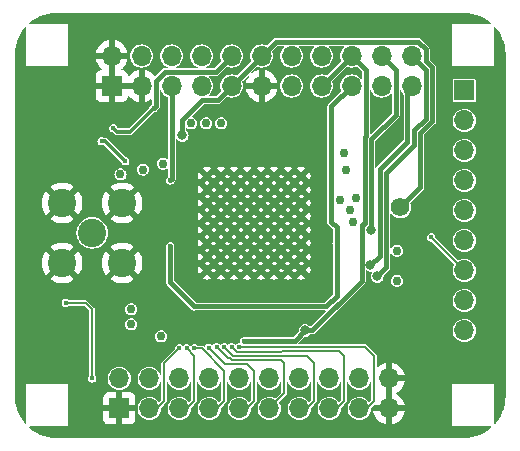
<source format=gbr>
%TF.GenerationSoftware,KiCad,Pcbnew,8.0.4*%
%TF.CreationDate,2024-07-30T23:39:47-07:00*%
%TF.ProjectId,scum3c-devboard,7363756d-3363-42d6-9465-76626f617264,rev?*%
%TF.SameCoordinates,Original*%
%TF.FileFunction,Copper,L2,Bot*%
%TF.FilePolarity,Positive*%
%FSLAX46Y46*%
G04 Gerber Fmt 4.6, Leading zero omitted, Abs format (unit mm)*
G04 Created by KiCad (PCBNEW 8.0.4) date 2024-07-30 23:39:47*
%MOMM*%
%LPD*%
G01*
G04 APERTURE LIST*
%TA.AperFunction,ComponentPad*%
%ADD10C,0.568750*%
%TD*%
%TA.AperFunction,ComponentPad*%
%ADD11R,1.700000X1.700000*%
%TD*%
%TA.AperFunction,ComponentPad*%
%ADD12O,1.700000X1.700000*%
%TD*%
%TA.AperFunction,ComponentPad*%
%ADD13C,0.762000*%
%TD*%
%TA.AperFunction,ComponentPad*%
%ADD14C,2.400000*%
%TD*%
%TA.AperFunction,ComponentPad*%
%ADD15C,1.574800*%
%TD*%
%TA.AperFunction,ViaPad*%
%ADD16C,0.406400*%
%TD*%
%TA.AperFunction,ViaPad*%
%ADD17C,0.812800*%
%TD*%
%TA.AperFunction,Conductor*%
%ADD18C,0.304800*%
%TD*%
%TA.AperFunction,Conductor*%
%ADD19C,0.406400*%
%TD*%
%TA.AperFunction,Conductor*%
%ADD20C,0.203200*%
%TD*%
G04 APERTURE END LIST*
D10*
%TO.P,U1,101,GND*%
%TO.N,GND*%
X92538750Y-64656750D03*
X92538750Y-65794250D03*
X92538750Y-66931750D03*
X92538750Y-68069250D03*
X92538750Y-69206750D03*
X92538750Y-70344250D03*
X92538750Y-71481750D03*
X92538750Y-72619250D03*
X93676250Y-64656750D03*
X93676250Y-65794250D03*
X93676250Y-66931750D03*
X93676250Y-68069250D03*
X93676250Y-69206750D03*
X93676250Y-70344250D03*
X93676250Y-71481750D03*
X93676250Y-72619250D03*
X94813750Y-64656750D03*
X94813750Y-65794250D03*
X94813750Y-66931750D03*
X94813750Y-68069250D03*
X94813750Y-69206750D03*
X94813750Y-70344250D03*
X94813750Y-71481750D03*
X94813750Y-72619250D03*
X95951250Y-64656750D03*
X95951250Y-65794250D03*
X95951250Y-66931750D03*
X95951250Y-68069250D03*
X95951250Y-69206750D03*
X95951250Y-70344250D03*
X95951250Y-71481750D03*
X95951250Y-72619250D03*
X97088750Y-64656750D03*
X97088750Y-65794250D03*
X97088750Y-66931750D03*
X97088750Y-68069250D03*
X97088750Y-69206750D03*
X97088750Y-70344250D03*
X97088750Y-71481750D03*
X97088750Y-72619250D03*
X98226250Y-64656750D03*
X98226250Y-65794250D03*
X98226250Y-66931750D03*
X98226250Y-68069250D03*
X98226250Y-69206750D03*
X98226250Y-70344250D03*
X98226250Y-71481750D03*
X98226250Y-72619250D03*
X99363750Y-64656750D03*
X99363750Y-65794250D03*
X99363750Y-66931750D03*
X99363750Y-68069250D03*
X99363750Y-69206750D03*
X99363750Y-70344250D03*
X99363750Y-71481750D03*
X99363750Y-72619250D03*
X100501250Y-64656750D03*
X100501250Y-65794250D03*
X100501250Y-66931750D03*
X100501250Y-68069250D03*
X100501250Y-69206750D03*
X100501250Y-70344250D03*
X100501250Y-71481750D03*
X100501250Y-72619250D03*
%TD*%
D11*
%TO.P,J2,1,Pin_1*%
%TO.N,GND*%
X85090000Y-84328000D03*
D12*
%TO.P,J2,2,Pin_2*%
%TO.N,/GPIO1*%
X85090000Y-81788000D03*
%TO.P,J2,3,Pin_3*%
%TO.N,/GPIO0*%
X87630000Y-84328000D03*
%TO.P,J2,4,Pin_4*%
%TO.N,/GPIO8*%
X87630000Y-81788000D03*
%TO.P,J2,5,Pin_5*%
%TO.N,/GPIO1*%
X90170000Y-84328000D03*
%TO.P,J2,6,Pin_6*%
%TO.N,/GPIO9*%
X90170000Y-81788000D03*
%TO.P,J2,7,Pin_7*%
%TO.N,/GPIO2*%
X92710000Y-84328000D03*
%TO.P,J2,8,Pin_8*%
%TO.N,/GPIO10*%
X92710000Y-81788000D03*
%TO.P,J2,9,Pin_9*%
%TO.N,/GPIO3*%
X95250000Y-84328000D03*
%TO.P,J2,10,Pin_10*%
%TO.N,/GPIO11*%
X95250000Y-81788000D03*
%TO.P,J2,11,Pin_11*%
%TO.N,/GPIO4*%
X97790000Y-84328000D03*
%TO.P,J2,12,Pin_12*%
%TO.N,/GPIO12*%
X97790000Y-81788000D03*
%TO.P,J2,13,Pin_13*%
%TO.N,/GPIO5*%
X100330000Y-84328000D03*
%TO.P,J2,14,Pin_14*%
%TO.N,/GPIO13*%
X100330000Y-81788000D03*
%TO.P,J2,15,Pin_15*%
%TO.N,/GPIO6*%
X102870000Y-84328000D03*
%TO.P,J2,16,Pin_16*%
%TO.N,/GPIO14*%
X102870000Y-81788000D03*
%TO.P,J2,17,Pin_17*%
%TO.N,/GPIO7*%
X105410000Y-84328000D03*
%TO.P,J2,18,Pin_18*%
%TO.N,/GPIO15*%
X105410000Y-81788000D03*
%TO.P,J2,19,Pin_19*%
%TO.N,GND*%
X107950000Y-84328000D03*
%TO.P,J2,20,Pin_20*%
X107950000Y-81788000D03*
%TD*%
D13*
%TO.P,GND1,1,pin*%
%TO.N,GND*%
X98552000Y-77724000D03*
%TD*%
%TO.P,GND6,1,pin*%
%TO.N,GND*%
X106680000Y-59944000D03*
%TD*%
%TO.P,J5,1,pin*%
%TO.N,Net-(J5-pin)*%
X104267000Y-64135000D03*
%TD*%
%TO.P,J6,1,pin*%
%TO.N,Net-(J6-pin)*%
X88800000Y-63600000D03*
%TD*%
%TO.P,J7,1,pin*%
%TO.N,Net-(J7-pin)*%
X87100000Y-64100000D03*
%TD*%
%TO.P,J9,1,pin*%
%TO.N,Net-(J9-pin)*%
X104902000Y-68580000D03*
%TD*%
%TO.P,J10,1,pin*%
%TO.N,Net-(J10-pin)*%
X104648000Y-67564000D03*
%TD*%
%TO.P,J11,1,pin*%
%TO.N,Net-(J11-pin)*%
X86106000Y-75946000D03*
%TD*%
%TO.P,J12,1,pin*%
%TO.N,Net-(J12-pin)*%
X86106000Y-77216000D03*
%TD*%
%TO.P,J15,1,pin*%
%TO.N,Net-(J15-pin)*%
X103759000Y-66675000D03*
%TD*%
%TO.P,J16,1,pin*%
%TO.N,Net-(J16-pin)*%
X105156000Y-66548000D03*
%TD*%
%TO.P,J17,1,pin*%
%TO.N,Net-(J17-pin)*%
X108585000Y-73533000D03*
%TD*%
%TO.P,J13,1,pin*%
%TO.N,Net-(J13-pin)*%
X88646000Y-78232000D03*
%TD*%
%TO.P,J18,1,pin*%
%TO.N,Net-(J18-pin)*%
X92456000Y-60198000D03*
%TD*%
%TO.P,J20,1,pin*%
%TO.N,Net-(J20-pin)*%
X104140000Y-62738000D03*
%TD*%
%TO.P,J21,1,pin*%
%TO.N,Net-(J21-pin)*%
X108585000Y-70993000D03*
%TD*%
%TO.P,GND5,1,pin*%
%TO.N,GND*%
X106680000Y-74422000D03*
%TD*%
%TO.P,GND4,1,pin*%
%TO.N,GND*%
X107188000Y-62992000D03*
%TD*%
%TO.P,J19,1,pin*%
%TO.N,Net-(J19-pin)*%
X93726000Y-60198000D03*
%TD*%
%TO.P,J14,1,pin*%
%TO.N,Net-(J14-pin)*%
X91186000Y-60198000D03*
%TD*%
%TO.P,GND3,1,pin*%
%TO.N,GND*%
X90678000Y-76962000D03*
%TD*%
D11*
%TO.P,J1,1,Pin_1*%
%TO.N,GND*%
X84455000Y-57023000D03*
D12*
%TO.P,J1,2,Pin_2*%
X84455000Y-54483000D03*
%TO.P,J1,3,Pin_3*%
X86995000Y-57023000D03*
%TO.P,J1,4,Pin_4*%
%TO.N,+1.8V_REG*%
X86995000Y-54483000D03*
%TO.P,J1,5,Pin_5*%
%TO.N,+VBAT*%
X89535000Y-57023000D03*
%TO.P,J1,6,Pin_6*%
%TO.N,+1.8V_REG*%
X89535000Y-54483000D03*
%TO.P,J1,7,Pin_7*%
%TO.N,+VDDD*%
X92075000Y-57023000D03*
%TO.P,J1,8,Pin_8*%
%TO.N,+1.1V_REG*%
X92075000Y-54483000D03*
%TO.P,J1,9,Pin_9*%
%TO.N,+EXT_BAT*%
X94615000Y-57023000D03*
%TO.P,J1,10,Pin_10*%
%TO.N,/1.1V_IN*%
X94615000Y-54483000D03*
%TO.P,J1,11,Pin_11*%
%TO.N,GND*%
X97155000Y-57023000D03*
%TO.P,J1,12,Pin_12*%
%TO.N,+EXT_BAT*%
X97155000Y-54483000D03*
%TO.P,J1,13,Pin_13*%
%TO.N,+VDDIO*%
X99695000Y-57023000D03*
%TO.P,J1,14,Pin_14*%
%TO.N,/IMU_VDDIO*%
X99695000Y-54483000D03*
%TO.P,J1,15,Pin_15*%
%TO.N,+VDDIO*%
X102235000Y-57023000D03*
%TO.P,J1,16,Pin_16*%
%TO.N,/IMU_VDD*%
X102235000Y-54483000D03*
%TO.P,J1,17,Pin_17*%
%TO.N,+VBAT*%
X104775000Y-57023000D03*
%TO.P,J1,18,Pin_18*%
%TO.N,+VDDIO*%
X104775000Y-54483000D03*
%TO.P,J1,19,Pin_19*%
%TO.N,+VDDD*%
X107315000Y-57023000D03*
%TO.P,J1,20,Pin_20*%
%TO.N,/BOOT_SOURCE_SEL*%
X107315000Y-54483000D03*
%TO.P,J1,21,Pin_21*%
%TO.N,/SENSOR_EXT_IN*%
X109855000Y-57023000D03*
%TO.P,J1,22,Pin_22*%
%TO.N,/SENSOR_LDO_OUTPUT*%
X109855000Y-54483000D03*
%TD*%
D14*
%TO.P,J4,1,1*%
%TO.N,/scumsheet/ANTENNA*%
X82804000Y-69469000D03*
%TO.P,J4,2,2*%
%TO.N,GND*%
X80264000Y-66929000D03*
%TO.P,J4,3,2*%
X85344000Y-66929000D03*
%TO.P,J4,4,2*%
X80264000Y-72009000D03*
%TO.P,J4,5,2*%
X85344000Y-72009000D03*
%TD*%
D13*
%TO.P,GND2,1,pin*%
%TO.N,GND*%
X84328000Y-76708000D03*
%TD*%
%TO.P,J8,1,pin*%
%TO.N,Net-(J8-pin)*%
X85200000Y-64500000D03*
%TD*%
D11*
%TO.P,J3,1,Pin_1*%
%TO.N,+VBAT*%
X114300000Y-57404000D03*
D12*
%TO.P,J3,2,Pin_2*%
%TO.N,+NRF_VDDD*%
X114300000Y-59944000D03*
%TO.P,J3,3,Pin_3*%
%TO.N,+NRF_GND*%
X114300000Y-62484000D03*
%TO.P,J3,4,Pin_4*%
%TO.N,/3WB_CLK*%
X114300000Y-65024000D03*
%TO.P,J3,5,Pin_5*%
%TO.N,/3WB_DATA*%
X114300000Y-67564000D03*
%TO.P,J3,6,Pin_6*%
%TO.N,/3WB_ENB*%
X114300000Y-70104000D03*
%TO.P,J3,7,Pin_7*%
%TO.N,/HARD_RESET*%
X114300000Y-72644000D03*
%TO.P,J3,8,Pin_8*%
%TO.N,/RsRx*%
X114300000Y-75184000D03*
%TO.P,J3,9,Pin_9*%
%TO.N,/RsTx*%
X114300000Y-77724000D03*
%TO.P,J3,10,Pin_10*%
%TO.N,GND*%
X114300000Y-80264000D03*
%TD*%
D15*
%TO.P,B1,1,1*%
%TO.N,GND*%
X88392000Y-67310000D03*
%TO.P,B1,2,2*%
%TO.N,+EXT_BAT*%
X108889800Y-67310000D03*
%TD*%
D16*
%TO.N,GND*%
X90900000Y-51800000D03*
X103300000Y-51800000D03*
X116900000Y-56300000D03*
X116800000Y-81600000D03*
X88900000Y-86200000D03*
X96600000Y-86200000D03*
X104200000Y-86100000D03*
X106000000Y-83000000D03*
X80500000Y-62500000D03*
X81300000Y-63100000D03*
X85300000Y-62300000D03*
%TO.N,/1.1V_IN*%
X84600000Y-60600000D03*
%TO.N,+EXT_BAT*%
X83600000Y-61700000D03*
X85600000Y-63388800D03*
%TO.N,GND*%
X88800000Y-58900000D03*
X86900000Y-58600000D03*
X83600000Y-58600000D03*
X84000000Y-60900000D03*
X87400000Y-60400000D03*
X81300000Y-61700000D03*
X81300000Y-64700000D03*
X79400000Y-62500000D03*
X84600000Y-64000000D03*
X83500000Y-62500000D03*
X82000000Y-76200000D03*
X78400000Y-76400000D03*
X79100000Y-81600000D03*
X81400000Y-82700000D03*
X102000000Y-61700000D03*
X97700000Y-61700000D03*
X99500000Y-61700000D03*
X95800000Y-59100000D03*
X92400000Y-59100000D03*
X94100000Y-61700000D03*
X91000000Y-63000000D03*
X91000000Y-74200000D03*
X102200000Y-74300000D03*
X82100000Y-85400000D03*
X77500000Y-80000000D03*
X83200000Y-74500000D03*
X84000000Y-78700000D03*
X87700000Y-79300000D03*
X112000000Y-85500000D03*
X112000000Y-78000000D03*
X108800000Y-78000000D03*
X112000000Y-81500000D03*
X105000000Y-78000000D03*
X116800000Y-74100000D03*
X110600000Y-72400000D03*
X111300000Y-67700000D03*
X116900000Y-63800000D03*
X111300000Y-64200000D03*
X111700000Y-61200000D03*
X112400000Y-57000000D03*
X112200000Y-51800000D03*
X100900000Y-58200000D03*
X86200000Y-64300000D03*
X77400000Y-58700000D03*
X77400000Y-56000000D03*
X80600000Y-56000000D03*
X80600000Y-58700000D03*
X85300000Y-61500000D03*
X79800000Y-64700000D03*
X82700000Y-64700000D03*
X83200000Y-59800000D03*
X85300000Y-58600000D03*
X88500000Y-60900000D03*
X81900000Y-52700000D03*
X79100000Y-57300000D03*
%TO.N,/1.1V_IN*%
X88000000Y-58900000D03*
%TO.N,GND*%
X89535000Y-79248000D03*
%TO.N,+VBAT*%
X89408000Y-65024000D03*
X89408000Y-70612000D03*
X91440000Y-75692000D03*
X103505000Y-70358000D03*
X103505000Y-69006200D03*
D17*
%TO.N,+VDDIO*%
X100838000Y-77724000D03*
D16*
X95688200Y-78613000D03*
%TO.N,/GPIO7*%
X95250000Y-79120990D03*
%TO.N,/GPIO5*%
X93980000Y-79120990D03*
%TO.N,/GPIO3*%
X92669778Y-79176680D03*
%TO.N,/GPIO1*%
X90805000Y-79248000D03*
%TO.N,/GPIO6*%
X94615000Y-79120990D03*
%TO.N,/GPIO4*%
X93345000Y-79120990D03*
%TO.N,/GPIO2*%
X91440000Y-79248000D03*
%TO.N,/GPIO0*%
X90170000Y-79248000D03*
D17*
%TO.N,/SENSOR_LDO_OUTPUT*%
X106934000Y-73152000D03*
%TO.N,/SENSOR_EXT_IN*%
X106357987Y-72204013D03*
%TO.N,/BOOT_SOURCE_SEL*%
X106425990Y-69203000D03*
D16*
%TO.N,/GPIO13*%
X80569329Y-75386671D03*
X82804000Y-81788000D03*
%TO.N,/HARD_RESET*%
X111500000Y-69838000D03*
D17*
%TO.N,+EXT_BAT*%
X90424000Y-61214000D03*
%TD*%
D18*
%TO.N,/1.1V_IN*%
X84900000Y-60900000D02*
X84600000Y-60600000D01*
%TO.N,+EXT_BAT*%
X83911200Y-61700000D02*
X85600000Y-63388800D01*
X83600000Y-61700000D02*
X83911200Y-61700000D01*
%TO.N,/1.1V_IN*%
X86000000Y-60900000D02*
X88000000Y-58900000D01*
X84900000Y-60900000D02*
X86000000Y-60900000D01*
D19*
X88175200Y-58724800D02*
X88000000Y-58900000D01*
X88175200Y-56624800D02*
X88175200Y-58724800D01*
X88957201Y-55842799D02*
X88175200Y-56624800D01*
X93255201Y-55842799D02*
X88957201Y-55842799D01*
%TO.N,+VBAT*%
X102616000Y-75692000D02*
X103505000Y-74803000D01*
X89535000Y-64897000D02*
X89408000Y-65024000D01*
X103047799Y-68548999D02*
X103047799Y-58750201D01*
X89535000Y-57023000D02*
X89535000Y-64897000D01*
X103505000Y-74803000D02*
X103505000Y-70358000D01*
X91440000Y-75692000D02*
X89408000Y-73660000D01*
X89408000Y-73660000D02*
X89408000Y-70612000D01*
X103505000Y-69006200D02*
X103505000Y-70358000D01*
X103047799Y-58750201D02*
X104775000Y-57023000D01*
X91440000Y-75692000D02*
X102616000Y-75692000D01*
X103505000Y-69006200D02*
X103047799Y-68548999D01*
%TO.N,+VDDIO*%
X105689389Y-68808611D02*
X105892580Y-68605420D01*
X105955201Y-55663201D02*
X105955201Y-61258846D01*
X104775000Y-54483000D02*
X105955201Y-55663201D01*
X101412736Y-77724000D02*
X105621386Y-73515350D01*
X99949000Y-78613000D02*
X100838000Y-77724000D01*
X105621386Y-73515350D02*
X105621386Y-71850444D01*
X105689389Y-71782441D02*
X105689389Y-68808611D01*
X105621386Y-71850444D02*
X105689389Y-71782441D01*
X95688200Y-78613000D02*
X99949000Y-78613000D01*
X104775000Y-54483000D02*
X102235000Y-57023000D01*
X100838000Y-77724000D02*
X101412736Y-77724000D01*
X105955201Y-61258846D02*
X105892580Y-61321467D01*
X105892580Y-61321467D02*
X105892580Y-68605420D01*
D20*
%TO.N,/GPIO7*%
X95250000Y-79120990D02*
X105917990Y-79120990D01*
X106680000Y-83693000D02*
X106680000Y-79883000D01*
X105410000Y-84328000D02*
X106045000Y-84328000D01*
X106045000Y-84328000D02*
X106680000Y-83693000D01*
X106680000Y-79883000D02*
X105917990Y-79120990D01*
%TO.N,/GPIO5*%
X100965000Y-79883000D02*
X101600000Y-80518000D01*
X101600000Y-80518000D02*
X101600000Y-83693000D01*
X100965000Y-84328000D02*
X100330000Y-84328000D01*
X101600000Y-83693000D02*
X100965000Y-84328000D01*
X93980000Y-79120990D02*
X94742010Y-79883000D01*
X94742010Y-79883000D02*
X100965000Y-79883000D01*
%TO.N,/GPIO3*%
X96520000Y-81153000D02*
X96520000Y-83693000D01*
X94036518Y-80543420D02*
X95910420Y-80543420D01*
X95885000Y-84328000D02*
X95250000Y-84328000D01*
X96520000Y-83693000D02*
X95885000Y-84328000D01*
X95910420Y-80543420D02*
X96520000Y-81153000D01*
X92669778Y-79176680D02*
X94036518Y-80543420D01*
%TO.N,/GPIO1*%
X90805000Y-79248000D02*
X91440000Y-79883000D01*
X91440000Y-83693000D02*
X90805000Y-84328000D01*
X91440000Y-79883000D02*
X91440000Y-83693000D01*
X90805000Y-84328000D02*
X90170000Y-84328000D01*
%TO.N,/GPIO6*%
X95046801Y-79552791D02*
X98755209Y-79552791D01*
X94615000Y-79120990D02*
X95046801Y-79552791D01*
X98755209Y-79552791D02*
X98856800Y-79451200D01*
X103505000Y-84328000D02*
X104140000Y-83693000D01*
X102870000Y-84328000D02*
X103505000Y-84328000D01*
X98856800Y-79451200D02*
X103708200Y-79451200D01*
X103708200Y-79451200D02*
X104140000Y-79883000D01*
X104140000Y-79883000D02*
X104140000Y-83693000D01*
%TO.N,/GPIO4*%
X98755210Y-80213210D02*
X94605233Y-80213210D01*
X94445011Y-80052988D02*
X94276998Y-80052988D01*
X94605233Y-80213210D02*
X94445011Y-80052988D01*
X97790000Y-84328000D02*
X99060000Y-83058000D01*
X93345000Y-79120990D02*
X94276998Y-80052988D01*
X99060000Y-83058000D02*
X99060000Y-80518000D01*
X99060000Y-80518000D02*
X98755210Y-80213210D01*
%TO.N,/GPIO2*%
X92075000Y-79248000D02*
X91440000Y-79248000D01*
X93345000Y-84328000D02*
X93980000Y-83693000D01*
X93980000Y-83693000D02*
X93980000Y-81153000D01*
X92710000Y-84328000D02*
X93345000Y-84328000D01*
X93980000Y-81153000D02*
X92075000Y-79248000D01*
%TO.N,/GPIO0*%
X88900000Y-80518000D02*
X88900000Y-83693000D01*
X88900000Y-83693000D02*
X88265000Y-84328000D01*
X90170000Y-79248000D02*
X88900000Y-80518000D01*
X88265000Y-84328000D02*
X87630000Y-84328000D01*
D19*
%TO.N,/SENSOR_LDO_OUTPUT*%
X110046389Y-60767894D02*
X111035201Y-59779083D01*
X107696000Y-72390000D02*
X107696000Y-64390778D01*
X110046389Y-62040389D02*
X110046389Y-60767894D01*
X111035201Y-59779083D02*
X111035201Y-55663201D01*
X106934000Y-73152000D02*
X107696000Y-72390000D01*
X111035201Y-55663201D02*
X109855000Y-54483000D01*
X107696000Y-64390778D02*
X110046389Y-62040389D01*
%TO.N,/SENSOR_EXT_IN*%
X109497312Y-57380688D02*
X109855000Y-57023000D01*
X107162590Y-64069988D02*
X109497312Y-61735266D01*
X106357987Y-72204013D02*
X107162590Y-71399410D01*
X107162590Y-71399410D02*
X107162590Y-64069988D01*
X109497312Y-61735266D02*
X109497312Y-57380688D01*
%TO.N,/BOOT_SOURCE_SEL*%
X106425990Y-69203000D02*
X106425990Y-61542412D01*
X108495201Y-55663201D02*
X107315000Y-54483000D01*
X106425990Y-61542412D02*
X108495201Y-59473201D01*
X108495201Y-59473201D02*
X108495201Y-55663201D01*
D20*
%TO.N,/GPIO13*%
X82804000Y-75946000D02*
X82244671Y-75386671D01*
X82244671Y-75386671D02*
X80569329Y-75386671D01*
X82804000Y-81788000D02*
X82804000Y-75946000D01*
%TO.N,/HARD_RESET*%
X111500000Y-69844000D02*
X111500000Y-69838000D01*
X114300000Y-72644000D02*
X111500000Y-69844000D01*
D19*
%TO.N,+EXT_BAT*%
X110421497Y-53302799D02*
X111035201Y-53916503D01*
X111035201Y-54908847D02*
X111568611Y-55442256D01*
X111568611Y-55442256D02*
X111568611Y-60000029D01*
X90424000Y-61214000D02*
X90424000Y-59907422D01*
X98335201Y-53302799D02*
X110421497Y-53302799D01*
X93434799Y-58203201D02*
X94615000Y-57023000D01*
X90424000Y-59907422D02*
X92128221Y-58203201D01*
X97155000Y-54483000D02*
X98335201Y-53302799D01*
X92128221Y-58203201D02*
X93434799Y-58203201D01*
X108889800Y-67310000D02*
X110579799Y-65620001D01*
X97155000Y-54483000D02*
X94615000Y-57023000D01*
X111035201Y-53916503D02*
X111035201Y-54908847D01*
X110579799Y-65620001D02*
X110579799Y-60988841D01*
X111568611Y-60000029D02*
X110579799Y-60988841D01*
%TO.N,/1.1V_IN*%
X94615000Y-54483000D02*
X93255201Y-55842799D01*
%TD*%
%TA.AperFunction,Conductor*%
%TO.N,GND*%
G36*
X108204000Y-83897297D02*
G01*
X108142993Y-83862075D01*
X108015826Y-83828000D01*
X107884174Y-83828000D01*
X107757007Y-83862075D01*
X107696000Y-83897297D01*
X107696000Y-82218702D01*
X107757007Y-82253925D01*
X107884174Y-82288000D01*
X108015826Y-82288000D01*
X108142993Y-82253925D01*
X108204000Y-82218702D01*
X108204000Y-83897297D01*
G37*
%TD.AperFunction*%
%TA.AperFunction,Conductor*%
G36*
X108932595Y-57375044D02*
G01*
X108945413Y-57396438D01*
X108946363Y-57396045D01*
X108947536Y-57398877D01*
X108947538Y-57398883D01*
X108958418Y-57419238D01*
X109038302Y-57568692D01*
X109038306Y-57568698D01*
X109148851Y-57703397D01*
X109152425Y-57707751D01*
X109166612Y-57747401D01*
X109166612Y-61572397D01*
X109148306Y-61616591D01*
X106959537Y-63805360D01*
X106959535Y-63805362D01*
X106942644Y-63822253D01*
X106897964Y-63866932D01*
X106897963Y-63866933D01*
X106873316Y-63909623D01*
X106835365Y-63938743D01*
X106787939Y-63932498D01*
X106758819Y-63894547D01*
X106756690Y-63878372D01*
X106756690Y-61705279D01*
X106774995Y-61661086D01*
X108693109Y-59742971D01*
X108693114Y-59742968D01*
X108698254Y-59737827D01*
X108698256Y-59737827D01*
X108759827Y-59676256D01*
X108803365Y-59600847D01*
X108825901Y-59516739D01*
X108825901Y-57419238D01*
X108844207Y-57375044D01*
X108888401Y-57356738D01*
X108932595Y-57375044D01*
G37*
%TD.AperFunction*%
%TA.AperFunction,Conductor*%
G36*
X106392595Y-57375044D02*
G01*
X106405413Y-57396438D01*
X106406363Y-57396045D01*
X106407536Y-57398877D01*
X106407538Y-57398883D01*
X106418418Y-57419238D01*
X106498302Y-57568692D01*
X106498306Y-57568698D01*
X106620459Y-57717541D01*
X106769302Y-57839694D01*
X106769304Y-57839695D01*
X106769307Y-57839697D01*
X106773154Y-57841753D01*
X106939117Y-57930462D01*
X107123376Y-57986357D01*
X107315000Y-58005230D01*
X107506624Y-57986357D01*
X107690883Y-57930462D01*
X107860698Y-57839694D01*
X108009541Y-57717541D01*
X108053689Y-57663746D01*
X108095875Y-57641198D01*
X108141651Y-57655084D01*
X108164200Y-57697271D01*
X108164501Y-57703397D01*
X108164501Y-59310333D01*
X108146195Y-59354527D01*
X106392595Y-61108127D01*
X106348401Y-61126433D01*
X106304207Y-61108127D01*
X106285901Y-61063933D01*
X106285901Y-57419238D01*
X106304207Y-57375044D01*
X106348401Y-57356738D01*
X106392595Y-57375044D01*
G37*
%TD.AperFunction*%
%TA.AperFunction,Conductor*%
G36*
X86529075Y-56830007D02*
G01*
X86495000Y-56957174D01*
X86495000Y-57088826D01*
X86529075Y-57215993D01*
X86564297Y-57277000D01*
X84885703Y-57277000D01*
X84920925Y-57215993D01*
X84955000Y-57088826D01*
X84955000Y-56957174D01*
X84920925Y-56830007D01*
X84885703Y-56769000D01*
X86564297Y-56769000D01*
X86529075Y-56830007D01*
G37*
%TD.AperFunction*%
%TA.AperFunction,Conductor*%
G36*
X84709000Y-56592297D02*
G01*
X84647993Y-56557075D01*
X84520826Y-56523000D01*
X84389174Y-56523000D01*
X84262007Y-56557075D01*
X84201000Y-56592297D01*
X84201000Y-54913702D01*
X84262007Y-54948925D01*
X84389174Y-54983000D01*
X84520826Y-54983000D01*
X84647993Y-54948925D01*
X84709000Y-54913702D01*
X84709000Y-56592297D01*
G37*
%TD.AperFunction*%
%TA.AperFunction,Conductor*%
G36*
X114301526Y-50851374D02*
G01*
X114640456Y-50868025D01*
X114646551Y-50868625D01*
X114980705Y-50918192D01*
X114986712Y-50919388D01*
X115314381Y-51001464D01*
X115320246Y-51003243D01*
X115638315Y-51117050D01*
X115643962Y-51119389D01*
X115949336Y-51263821D01*
X115954727Y-51266703D01*
X116244481Y-51440374D01*
X116249569Y-51443774D01*
X116520892Y-51645001D01*
X116525633Y-51648892D01*
X116589956Y-51707191D01*
X116610409Y-51750433D01*
X116594293Y-51795472D01*
X116551051Y-51815925D01*
X116547984Y-51816000D01*
X113284000Y-51816000D01*
X113284000Y-55372000D01*
X116840000Y-55372000D01*
X116840000Y-52108016D01*
X116858306Y-52063822D01*
X116902500Y-52045516D01*
X116946694Y-52063822D01*
X116948795Y-52066028D01*
X116980069Y-52100534D01*
X117007112Y-52130372D01*
X117011002Y-52135113D01*
X117212221Y-52406424D01*
X117215629Y-52411524D01*
X117389291Y-52701263D01*
X117392181Y-52706671D01*
X117528379Y-52994635D01*
X117536604Y-53012024D01*
X117538952Y-53017691D01*
X117652756Y-53335754D01*
X117654536Y-53341623D01*
X117736610Y-53669283D01*
X117737807Y-53675298D01*
X117787373Y-54009443D01*
X117787974Y-54015547D01*
X117804625Y-54354473D01*
X117804700Y-54357540D01*
X117804700Y-83310459D01*
X117804625Y-83313526D01*
X117787974Y-83652452D01*
X117787373Y-83658556D01*
X117737807Y-83992701D01*
X117736610Y-83998716D01*
X117654536Y-84326376D01*
X117652756Y-84332245D01*
X117538952Y-84650308D01*
X117536604Y-84655975D01*
X117392182Y-84961327D01*
X117389291Y-84966736D01*
X117215629Y-85256475D01*
X117212221Y-85261575D01*
X117010998Y-85532892D01*
X117007107Y-85537633D01*
X116948809Y-85601955D01*
X116905567Y-85622408D01*
X116860528Y-85606292D01*
X116840075Y-85563050D01*
X116840000Y-85559983D01*
X116840000Y-82296000D01*
X113284000Y-82296000D01*
X113284000Y-85852000D01*
X116547984Y-85852000D01*
X116592178Y-85870306D01*
X116610484Y-85914500D01*
X116592178Y-85958694D01*
X116589978Y-85960788D01*
X116559894Y-85988056D01*
X116525633Y-86019108D01*
X116520892Y-86022998D01*
X116249575Y-86224221D01*
X116244475Y-86227629D01*
X115954736Y-86401291D01*
X115949327Y-86404182D01*
X115643975Y-86548604D01*
X115638308Y-86550952D01*
X115320245Y-86664756D01*
X115314376Y-86666536D01*
X114986716Y-86748610D01*
X114980701Y-86749807D01*
X114646556Y-86799373D01*
X114640452Y-86799974D01*
X114301527Y-86816625D01*
X114298460Y-86816700D01*
X79757540Y-86816700D01*
X79754473Y-86816625D01*
X79415547Y-86799974D01*
X79409443Y-86799373D01*
X79075298Y-86749807D01*
X79069283Y-86748610D01*
X78741623Y-86666536D01*
X78735754Y-86664756D01*
X78417691Y-86550952D01*
X78412024Y-86548604D01*
X78106672Y-86404182D01*
X78101263Y-86401291D01*
X77811524Y-86227629D01*
X77806424Y-86224221D01*
X77535107Y-86022998D01*
X77530366Y-86019107D01*
X77466044Y-85960809D01*
X77445591Y-85917567D01*
X77461707Y-85872528D01*
X77504949Y-85852075D01*
X77508016Y-85852000D01*
X80772000Y-85852000D01*
X80772000Y-83429402D01*
X83732000Y-83429402D01*
X83732000Y-84074000D01*
X84659297Y-84074000D01*
X84624075Y-84135007D01*
X84590000Y-84262174D01*
X84590000Y-84393826D01*
X84624075Y-84520993D01*
X84659297Y-84582000D01*
X83732000Y-84582000D01*
X83732000Y-85226597D01*
X83738505Y-85287095D01*
X83789552Y-85423959D01*
X83789555Y-85423963D01*
X83877096Y-85540903D01*
X83994036Y-85628444D01*
X83994040Y-85628447D01*
X84130904Y-85679494D01*
X84191402Y-85685999D01*
X84191416Y-85686000D01*
X84836000Y-85686000D01*
X84836000Y-84758702D01*
X84897007Y-84793925D01*
X85024174Y-84828000D01*
X85155826Y-84828000D01*
X85282993Y-84793925D01*
X85344000Y-84758702D01*
X85344000Y-85686000D01*
X85988584Y-85686000D01*
X85988597Y-85685999D01*
X86049095Y-85679494D01*
X86185959Y-85628447D01*
X86185963Y-85628444D01*
X86302903Y-85540903D01*
X86390444Y-85423963D01*
X86390447Y-85423959D01*
X86441494Y-85287095D01*
X86447999Y-85226597D01*
X86448000Y-85226584D01*
X86448000Y-84582000D01*
X85520703Y-84582000D01*
X85555925Y-84520993D01*
X85590000Y-84393826D01*
X85590000Y-84262174D01*
X85555925Y-84135007D01*
X85520703Y-84074000D01*
X86448000Y-84074000D01*
X86448000Y-83429415D01*
X86447999Y-83429402D01*
X86441494Y-83368904D01*
X86390447Y-83232040D01*
X86390444Y-83232036D01*
X86302903Y-83115096D01*
X86185963Y-83027555D01*
X86185959Y-83027552D01*
X86049095Y-82976505D01*
X85988597Y-82970000D01*
X85344000Y-82970000D01*
X85344000Y-83897297D01*
X85282993Y-83862075D01*
X85155826Y-83828000D01*
X85024174Y-83828000D01*
X84897007Y-83862075D01*
X84836000Y-83897297D01*
X84836000Y-82970000D01*
X84191402Y-82970000D01*
X84130904Y-82976505D01*
X83994040Y-83027552D01*
X83994036Y-83027555D01*
X83877096Y-83115096D01*
X83789555Y-83232036D01*
X83789552Y-83232040D01*
X83738505Y-83368904D01*
X83732000Y-83429402D01*
X80772000Y-83429402D01*
X80772000Y-82296000D01*
X77216000Y-82296000D01*
X77216000Y-85559983D01*
X77197694Y-85604177D01*
X77153500Y-85622483D01*
X77109306Y-85604177D01*
X77107191Y-85601956D01*
X77083557Y-85575880D01*
X77048883Y-85537624D01*
X77045001Y-85532892D01*
X76997443Y-85468767D01*
X76843774Y-85261569D01*
X76840370Y-85256475D01*
X76666703Y-84966727D01*
X76663821Y-84961336D01*
X76519389Y-84655962D01*
X76517047Y-84650308D01*
X76511572Y-84635007D01*
X76403243Y-84332245D01*
X76401463Y-84326376D01*
X76401104Y-84324944D01*
X76319388Y-83998712D01*
X76318192Y-83992701D01*
X76298815Y-83862075D01*
X76268625Y-83658551D01*
X76268025Y-83652452D01*
X76266254Y-83616408D01*
X76251375Y-83313526D01*
X76251300Y-83310459D01*
X76251300Y-75386667D01*
X80212840Y-75386667D01*
X80212840Y-75386674D01*
X80230286Y-75496827D01*
X80230288Y-75496832D01*
X80262413Y-75559883D01*
X80280923Y-75596210D01*
X80359790Y-75675077D01*
X80459168Y-75725712D01*
X80459170Y-75725712D01*
X80459172Y-75725713D01*
X80569326Y-75743160D01*
X80569329Y-75743160D01*
X80569332Y-75743160D01*
X80679485Y-75725713D01*
X80679485Y-75725712D01*
X80679490Y-75725712D01*
X80778868Y-75675077D01*
X80819868Y-75634077D01*
X80864062Y-75615771D01*
X82123886Y-75615771D01*
X82168080Y-75634077D01*
X82556594Y-76022590D01*
X82574900Y-76066784D01*
X82574900Y-81493267D01*
X82556594Y-81537461D01*
X82515593Y-81578461D01*
X82464959Y-81677838D01*
X82464957Y-81677843D01*
X82447511Y-81787996D01*
X82447511Y-81788003D01*
X82464957Y-81898156D01*
X82464959Y-81898161D01*
X82515594Y-81997539D01*
X82594461Y-82076406D01*
X82693839Y-82127041D01*
X82693841Y-82127041D01*
X82693843Y-82127042D01*
X82803997Y-82144489D01*
X82804000Y-82144489D01*
X82804003Y-82144489D01*
X82914156Y-82127042D01*
X82914156Y-82127041D01*
X82914161Y-82127041D01*
X83013539Y-82076406D01*
X83092406Y-81997539D01*
X83143041Y-81898161D01*
X83160489Y-81788000D01*
X83160489Y-81787999D01*
X84107770Y-81787999D01*
X84107770Y-81788000D01*
X84126642Y-81979622D01*
X84145565Y-82042000D01*
X84182538Y-82163883D01*
X84182539Y-82163884D01*
X84273302Y-82333692D01*
X84273306Y-82333698D01*
X84395459Y-82482541D01*
X84544302Y-82604694D01*
X84544304Y-82604695D01*
X84544307Y-82604697D01*
X84582211Y-82624957D01*
X84714117Y-82695462D01*
X84898376Y-82751357D01*
X85090000Y-82770230D01*
X85281624Y-82751357D01*
X85465883Y-82695462D01*
X85635698Y-82604694D01*
X85784541Y-82482541D01*
X85906694Y-82333698D01*
X85997462Y-82163883D01*
X86053357Y-81979624D01*
X86072230Y-81788000D01*
X86053357Y-81596376D01*
X85997462Y-81412117D01*
X85923522Y-81273785D01*
X85906697Y-81242307D01*
X85906693Y-81242301D01*
X85896261Y-81229590D01*
X85784541Y-81093459D01*
X85635698Y-80971306D01*
X85635692Y-80971302D01*
X85528695Y-80914112D01*
X85465883Y-80880538D01*
X85348111Y-80844811D01*
X85281622Y-80824642D01*
X85090000Y-80805770D01*
X84898377Y-80824642D01*
X84804359Y-80853163D01*
X84714117Y-80880538D01*
X84714115Y-80880538D01*
X84714115Y-80880539D01*
X84544307Y-80971302D01*
X84544301Y-80971306D01*
X84395459Y-81093459D01*
X84273306Y-81242301D01*
X84273302Y-81242307D01*
X84182539Y-81412115D01*
X84182538Y-81412117D01*
X84167975Y-81460125D01*
X84126642Y-81596377D01*
X84107770Y-81787999D01*
X83160489Y-81787999D01*
X83160489Y-81787996D01*
X83143042Y-81677843D01*
X83143041Y-81677841D01*
X83143041Y-81677839D01*
X83092406Y-81578461D01*
X83051406Y-81537461D01*
X83033100Y-81493267D01*
X83033100Y-78232000D01*
X88132271Y-78232000D01*
X88153080Y-78376732D01*
X88153081Y-78376735D01*
X88213823Y-78509741D01*
X88213826Y-78509746D01*
X88309580Y-78620252D01*
X88413999Y-78687357D01*
X88432589Y-78699304D01*
X88572886Y-78740499D01*
X88572888Y-78740500D01*
X88572889Y-78740500D01*
X88719112Y-78740500D01*
X88719112Y-78740499D01*
X88859411Y-78699304D01*
X88905577Y-78669634D01*
X88982419Y-78620252D01*
X88988703Y-78613000D01*
X89078176Y-78509743D01*
X89138919Y-78376734D01*
X89159729Y-78232000D01*
X89138919Y-78087266D01*
X89078176Y-77954257D01*
X89078173Y-77954253D01*
X88982419Y-77843747D01*
X88859415Y-77764698D01*
X88859406Y-77764694D01*
X88719113Y-77723500D01*
X88719111Y-77723500D01*
X88572889Y-77723500D01*
X88572887Y-77723500D01*
X88432593Y-77764694D01*
X88432584Y-77764698D01*
X88309580Y-77843747D01*
X88213826Y-77954253D01*
X88213823Y-77954258D01*
X88153081Y-78087264D01*
X88153080Y-78087267D01*
X88132271Y-78232000D01*
X83033100Y-78232000D01*
X83033100Y-77216000D01*
X85592271Y-77216000D01*
X85613080Y-77360732D01*
X85613081Y-77360735D01*
X85673823Y-77493741D01*
X85673826Y-77493746D01*
X85769580Y-77604252D01*
X85892584Y-77683301D01*
X85892589Y-77683304D01*
X86032886Y-77724499D01*
X86032888Y-77724500D01*
X86032889Y-77724500D01*
X86179112Y-77724500D01*
X86179112Y-77724499D01*
X86319411Y-77683304D01*
X86365577Y-77653634D01*
X86442419Y-77604252D01*
X86459427Y-77584624D01*
X86538176Y-77493743D01*
X86598919Y-77360734D01*
X86619729Y-77216000D01*
X86598919Y-77071266D01*
X86538176Y-76938257D01*
X86511357Y-76907306D01*
X86442419Y-76827747D01*
X86319415Y-76748698D01*
X86319406Y-76748694D01*
X86179113Y-76707500D01*
X86179111Y-76707500D01*
X86032889Y-76707500D01*
X86032887Y-76707500D01*
X85892593Y-76748694D01*
X85892584Y-76748698D01*
X85769580Y-76827747D01*
X85673826Y-76938253D01*
X85673823Y-76938258D01*
X85613081Y-77071264D01*
X85613080Y-77071267D01*
X85592271Y-77216000D01*
X83033100Y-77216000D01*
X83033100Y-75946000D01*
X85592271Y-75946000D01*
X85613080Y-76090732D01*
X85613081Y-76090735D01*
X85673823Y-76223741D01*
X85673826Y-76223746D01*
X85769580Y-76334252D01*
X85892584Y-76413301D01*
X85892589Y-76413304D01*
X86032886Y-76454499D01*
X86032888Y-76454500D01*
X86032889Y-76454500D01*
X86179112Y-76454500D01*
X86179112Y-76454499D01*
X86319411Y-76413304D01*
X86365577Y-76383634D01*
X86442419Y-76334252D01*
X86538173Y-76223746D01*
X86538176Y-76223743D01*
X86598919Y-76090734D01*
X86619729Y-75946000D01*
X86598919Y-75801266D01*
X86538176Y-75668257D01*
X86475747Y-75596210D01*
X86442419Y-75557747D01*
X86319415Y-75478698D01*
X86319406Y-75478694D01*
X86179113Y-75437500D01*
X86179111Y-75437500D01*
X86032889Y-75437500D01*
X86032887Y-75437500D01*
X85892593Y-75478694D01*
X85892584Y-75478698D01*
X85769580Y-75557747D01*
X85673826Y-75668253D01*
X85673823Y-75668258D01*
X85613081Y-75801264D01*
X85613080Y-75801267D01*
X85592271Y-75946000D01*
X83033100Y-75946000D01*
X83033100Y-75900429D01*
X83011832Y-75849084D01*
X82998222Y-75816226D01*
X82374446Y-75192449D01*
X82314904Y-75167786D01*
X82314903Y-75167785D01*
X82290243Y-75157571D01*
X82290242Y-75157571D01*
X80864062Y-75157571D01*
X80819868Y-75139265D01*
X80778867Y-75098264D01*
X80679490Y-75047630D01*
X80679485Y-75047628D01*
X80569332Y-75030182D01*
X80569326Y-75030182D01*
X80459172Y-75047628D01*
X80459167Y-75047630D01*
X80359790Y-75098264D01*
X80280922Y-75177132D01*
X80230288Y-75276509D01*
X80230286Y-75276514D01*
X80212840Y-75386667D01*
X76251300Y-75386667D01*
X76251300Y-72008996D01*
X78551211Y-72008996D01*
X78551211Y-72009003D01*
X78570341Y-72264277D01*
X78570341Y-72264279D01*
X78627302Y-72513846D01*
X78720833Y-72752158D01*
X78848826Y-72973848D01*
X78848832Y-72973857D01*
X78889250Y-73024537D01*
X78889251Y-73024538D01*
X79546496Y-72367293D01*
X79555049Y-72387942D01*
X79642599Y-72518970D01*
X79754030Y-72630401D01*
X79885058Y-72717951D01*
X79905705Y-72726503D01*
X79248421Y-73383787D01*
X79407608Y-73492320D01*
X79638252Y-73603391D01*
X79638256Y-73603392D01*
X79882861Y-73678844D01*
X79882860Y-73678844D01*
X80136003Y-73716999D01*
X80136009Y-73717000D01*
X80391991Y-73717000D01*
X80391996Y-73716999D01*
X80645139Y-73678844D01*
X80889743Y-73603392D01*
X80889747Y-73603391D01*
X81120394Y-73492318D01*
X81120396Y-73492317D01*
X81279577Y-73383787D01*
X80622293Y-72726503D01*
X80642942Y-72717951D01*
X80773970Y-72630401D01*
X80885401Y-72518970D01*
X80972951Y-72387942D01*
X80981503Y-72367294D01*
X81638747Y-73024538D01*
X81638748Y-73024537D01*
X81679168Y-72973853D01*
X81679176Y-72973842D01*
X81807166Y-72752158D01*
X81900697Y-72513846D01*
X81957658Y-72264279D01*
X81957658Y-72264277D01*
X81976789Y-72009003D01*
X81976789Y-72008996D01*
X83631211Y-72008996D01*
X83631211Y-72009003D01*
X83650341Y-72264277D01*
X83650341Y-72264279D01*
X83707302Y-72513846D01*
X83800833Y-72752158D01*
X83928826Y-72973848D01*
X83928832Y-72973857D01*
X83969250Y-73024537D01*
X83969251Y-73024538D01*
X84626496Y-72367293D01*
X84635049Y-72387942D01*
X84722599Y-72518970D01*
X84834030Y-72630401D01*
X84965058Y-72717951D01*
X84985705Y-72726503D01*
X84328421Y-73383787D01*
X84487608Y-73492320D01*
X84718252Y-73603391D01*
X84718256Y-73603392D01*
X84962861Y-73678844D01*
X84962860Y-73678844D01*
X85216003Y-73716999D01*
X85216009Y-73717000D01*
X85471991Y-73717000D01*
X85471996Y-73716999D01*
X85725139Y-73678844D01*
X85969743Y-73603392D01*
X85969747Y-73603391D01*
X86200394Y-73492318D01*
X86200396Y-73492317D01*
X86359577Y-73383787D01*
X85702293Y-72726503D01*
X85722942Y-72717951D01*
X85853970Y-72630401D01*
X85965401Y-72518970D01*
X86052951Y-72387942D01*
X86061503Y-72367294D01*
X86718747Y-73024538D01*
X86718748Y-73024537D01*
X86759168Y-72973853D01*
X86759176Y-72973842D01*
X86887166Y-72752158D01*
X86980697Y-72513846D01*
X87037658Y-72264279D01*
X87037658Y-72264277D01*
X87056789Y-72009003D01*
X87056789Y-72008996D01*
X87037658Y-71753722D01*
X87037658Y-71753720D01*
X86980697Y-71504153D01*
X86887166Y-71265841D01*
X86759176Y-71044157D01*
X86759168Y-71044145D01*
X86718748Y-70993461D01*
X86718747Y-70993460D01*
X86061503Y-71650704D01*
X86052951Y-71630058D01*
X85965401Y-71499030D01*
X85853970Y-71387599D01*
X85722942Y-71300049D01*
X85702292Y-71291495D01*
X86359578Y-70634211D01*
X86200392Y-70525679D01*
X85969747Y-70414608D01*
X85969743Y-70414607D01*
X85725138Y-70339155D01*
X85725139Y-70339155D01*
X85471996Y-70301000D01*
X85216003Y-70301000D01*
X84962860Y-70339155D01*
X84718256Y-70414607D01*
X84718252Y-70414608D01*
X84487605Y-70525681D01*
X84328421Y-70634210D01*
X84328420Y-70634210D01*
X84985706Y-71291496D01*
X84965058Y-71300049D01*
X84834030Y-71387599D01*
X84722599Y-71499030D01*
X84635049Y-71630058D01*
X84626496Y-71650706D01*
X83969251Y-70993461D01*
X83928830Y-71044148D01*
X83928820Y-71044162D01*
X83800833Y-71265841D01*
X83707302Y-71504153D01*
X83650341Y-71753720D01*
X83650341Y-71753722D01*
X83631211Y-72008996D01*
X81976789Y-72008996D01*
X81957658Y-71753722D01*
X81957658Y-71753720D01*
X81900697Y-71504153D01*
X81807166Y-71265841D01*
X81679176Y-71044157D01*
X81679168Y-71044145D01*
X81638748Y-70993461D01*
X81638747Y-70993460D01*
X80981503Y-71650704D01*
X80972951Y-71630058D01*
X80885401Y-71499030D01*
X80773970Y-71387599D01*
X80642942Y-71300049D01*
X80622292Y-71291495D01*
X81279578Y-70634211D01*
X81120392Y-70525679D01*
X80889747Y-70414608D01*
X80889743Y-70414607D01*
X80645138Y-70339155D01*
X80645139Y-70339155D01*
X80391996Y-70301000D01*
X80136003Y-70301000D01*
X79882860Y-70339155D01*
X79638256Y-70414607D01*
X79638252Y-70414608D01*
X79407605Y-70525681D01*
X79248421Y-70634210D01*
X79248420Y-70634210D01*
X79905706Y-71291496D01*
X79885058Y-71300049D01*
X79754030Y-71387599D01*
X79642599Y-71499030D01*
X79555049Y-71630058D01*
X79546496Y-71650706D01*
X78889251Y-70993461D01*
X78848830Y-71044148D01*
X78848820Y-71044162D01*
X78720833Y-71265841D01*
X78627302Y-71504153D01*
X78570341Y-71753720D01*
X78570341Y-71753722D01*
X78551211Y-72008996D01*
X76251300Y-72008996D01*
X76251300Y-69468997D01*
X81471429Y-69468997D01*
X81471429Y-69469002D01*
X81491673Y-69700395D01*
X81491676Y-69700411D01*
X81551789Y-69924755D01*
X81551795Y-69924771D01*
X81649957Y-70135282D01*
X81649959Y-70135284D01*
X81649960Y-70135286D01*
X81691414Y-70194489D01*
X81783191Y-70325561D01*
X81947438Y-70489808D01*
X81998689Y-70525694D01*
X82137714Y-70623040D01*
X82137715Y-70623040D01*
X82137717Y-70623042D01*
X82281778Y-70690218D01*
X82348234Y-70721207D01*
X82348241Y-70721208D01*
X82348244Y-70721210D01*
X82572588Y-70781323D01*
X82572594Y-70781324D01*
X82572601Y-70781326D01*
X82711440Y-70793473D01*
X82803998Y-70801571D01*
X82804000Y-70801571D01*
X82804002Y-70801571D01*
X82881133Y-70794822D01*
X83035399Y-70781326D01*
X83035408Y-70781323D01*
X83035411Y-70781323D01*
X83259755Y-70721210D01*
X83259755Y-70721209D01*
X83259766Y-70721207D01*
X83470286Y-70623040D01*
X83660560Y-70489809D01*
X83824809Y-70325560D01*
X83958040Y-70135286D01*
X84056207Y-69924766D01*
X84064519Y-69893747D01*
X84096203Y-69775500D01*
X92329210Y-69775500D01*
X92538750Y-69985040D01*
X92748290Y-69775500D01*
X93466710Y-69775500D01*
X93676250Y-69985040D01*
X93885790Y-69775500D01*
X94604210Y-69775500D01*
X94813750Y-69985040D01*
X95023290Y-69775500D01*
X95741710Y-69775500D01*
X95951250Y-69985040D01*
X96160790Y-69775500D01*
X96879210Y-69775500D01*
X97088750Y-69985040D01*
X97298290Y-69775500D01*
X98016710Y-69775500D01*
X98226250Y-69985040D01*
X98435790Y-69775500D01*
X99154210Y-69775500D01*
X99363750Y-69985040D01*
X99573290Y-69775500D01*
X100291710Y-69775500D01*
X100501250Y-69985040D01*
X100710790Y-69775500D01*
X100501250Y-69565960D01*
X100291710Y-69775500D01*
X99573290Y-69775500D01*
X99363750Y-69565960D01*
X99154210Y-69775500D01*
X98435790Y-69775500D01*
X98226250Y-69565960D01*
X98016710Y-69775500D01*
X97298290Y-69775500D01*
X97088750Y-69565960D01*
X96879210Y-69775500D01*
X96160790Y-69775500D01*
X95951250Y-69565960D01*
X95741710Y-69775500D01*
X95023290Y-69775500D01*
X94813750Y-69565960D01*
X94604210Y-69775500D01*
X93885790Y-69775500D01*
X93676250Y-69565960D01*
X93466710Y-69775500D01*
X92748290Y-69775500D01*
X92538750Y-69565960D01*
X92329210Y-69775500D01*
X84096203Y-69775500D01*
X84116323Y-69700411D01*
X84116323Y-69700408D01*
X84116326Y-69700399D01*
X84133950Y-69498957D01*
X84136571Y-69469002D01*
X84136571Y-69468997D01*
X84120674Y-69287302D01*
X84116326Y-69237601D01*
X84108059Y-69206750D01*
X84108059Y-69206749D01*
X91741361Y-69206749D01*
X91741361Y-69206750D01*
X91761352Y-69384183D01*
X91761353Y-69384186D01*
X91820324Y-69552718D01*
X91820326Y-69552722D01*
X91825435Y-69560853D01*
X92179539Y-69206749D01*
X92151257Y-69178467D01*
X92396562Y-69178467D01*
X92396562Y-69235033D01*
X92418209Y-69287293D01*
X92458207Y-69327291D01*
X92510467Y-69348938D01*
X92567033Y-69348938D01*
X92619293Y-69327291D01*
X92659291Y-69287293D01*
X92680938Y-69235033D01*
X92680938Y-69206750D01*
X92897960Y-69206750D01*
X93107500Y-69416290D01*
X93317040Y-69206750D01*
X93288757Y-69178467D01*
X93534062Y-69178467D01*
X93534062Y-69235033D01*
X93555709Y-69287293D01*
X93595707Y-69327291D01*
X93647967Y-69348938D01*
X93704533Y-69348938D01*
X93756793Y-69327291D01*
X93796791Y-69287293D01*
X93818438Y-69235033D01*
X93818438Y-69206750D01*
X94035460Y-69206750D01*
X94245000Y-69416290D01*
X94454540Y-69206750D01*
X94426257Y-69178467D01*
X94671562Y-69178467D01*
X94671562Y-69235033D01*
X94693209Y-69287293D01*
X94733207Y-69327291D01*
X94785467Y-69348938D01*
X94842033Y-69348938D01*
X94894293Y-69327291D01*
X94934291Y-69287293D01*
X94955938Y-69235033D01*
X94955938Y-69206750D01*
X95172960Y-69206750D01*
X95382500Y-69416290D01*
X95592040Y-69206750D01*
X95563757Y-69178467D01*
X95809062Y-69178467D01*
X95809062Y-69235033D01*
X95830709Y-69287293D01*
X95870707Y-69327291D01*
X95922967Y-69348938D01*
X95979533Y-69348938D01*
X96031793Y-69327291D01*
X96071791Y-69287293D01*
X96093438Y-69235033D01*
X96093438Y-69206750D01*
X96310460Y-69206750D01*
X96520000Y-69416290D01*
X96729540Y-69206750D01*
X96701257Y-69178467D01*
X96946562Y-69178467D01*
X96946562Y-69235033D01*
X96968209Y-69287293D01*
X97008207Y-69327291D01*
X97060467Y-69348938D01*
X97117033Y-69348938D01*
X97169293Y-69327291D01*
X97209291Y-69287293D01*
X97230938Y-69235033D01*
X97230938Y-69206750D01*
X97447960Y-69206750D01*
X97657500Y-69416290D01*
X97867040Y-69206750D01*
X97838757Y-69178467D01*
X98084062Y-69178467D01*
X98084062Y-69235033D01*
X98105709Y-69287293D01*
X98145707Y-69327291D01*
X98197967Y-69348938D01*
X98254533Y-69348938D01*
X98306793Y-69327291D01*
X98346791Y-69287293D01*
X98368438Y-69235033D01*
X98368438Y-69206750D01*
X98585460Y-69206750D01*
X98795000Y-69416290D01*
X99004540Y-69206750D01*
X98976257Y-69178467D01*
X99221562Y-69178467D01*
X99221562Y-69235033D01*
X99243209Y-69287293D01*
X99283207Y-69327291D01*
X99335467Y-69348938D01*
X99392033Y-69348938D01*
X99444293Y-69327291D01*
X99484291Y-69287293D01*
X99505938Y-69235033D01*
X99505938Y-69206750D01*
X99722960Y-69206750D01*
X99932500Y-69416290D01*
X100142040Y-69206750D01*
X100113757Y-69178467D01*
X100359062Y-69178467D01*
X100359062Y-69235033D01*
X100380709Y-69287293D01*
X100420707Y-69327291D01*
X100472967Y-69348938D01*
X100529533Y-69348938D01*
X100581793Y-69327291D01*
X100621791Y-69287293D01*
X100643438Y-69235033D01*
X100643438Y-69206749D01*
X100860460Y-69206749D01*
X100860460Y-69206750D01*
X101214563Y-69560853D01*
X101219672Y-69552725D01*
X101278646Y-69384186D01*
X101278647Y-69384183D01*
X101298639Y-69206750D01*
X101298639Y-69206749D01*
X101278647Y-69029316D01*
X101219670Y-68860770D01*
X101219669Y-68860769D01*
X101214564Y-68852645D01*
X100860460Y-69206749D01*
X100643438Y-69206749D01*
X100643438Y-69178467D01*
X100621791Y-69126207D01*
X100581793Y-69086209D01*
X100529533Y-69064562D01*
X100472967Y-69064562D01*
X100420707Y-69086209D01*
X100380709Y-69126207D01*
X100359062Y-69178467D01*
X100113757Y-69178467D01*
X99932500Y-68997210D01*
X99722960Y-69206750D01*
X99505938Y-69206750D01*
X99505938Y-69178467D01*
X99484291Y-69126207D01*
X99444293Y-69086209D01*
X99392033Y-69064562D01*
X99335467Y-69064562D01*
X99283207Y-69086209D01*
X99243209Y-69126207D01*
X99221562Y-69178467D01*
X98976257Y-69178467D01*
X98795000Y-68997210D01*
X98585460Y-69206750D01*
X98368438Y-69206750D01*
X98368438Y-69178467D01*
X98346791Y-69126207D01*
X98306793Y-69086209D01*
X98254533Y-69064562D01*
X98197967Y-69064562D01*
X98145707Y-69086209D01*
X98105709Y-69126207D01*
X98084062Y-69178467D01*
X97838757Y-69178467D01*
X97657500Y-68997210D01*
X97447960Y-69206750D01*
X97230938Y-69206750D01*
X97230938Y-69178467D01*
X97209291Y-69126207D01*
X97169293Y-69086209D01*
X97117033Y-69064562D01*
X97060467Y-69064562D01*
X97008207Y-69086209D01*
X96968209Y-69126207D01*
X96946562Y-69178467D01*
X96701257Y-69178467D01*
X96520000Y-68997210D01*
X96310460Y-69206750D01*
X96093438Y-69206750D01*
X96093438Y-69178467D01*
X96071791Y-69126207D01*
X96031793Y-69086209D01*
X95979533Y-69064562D01*
X95922967Y-69064562D01*
X95870707Y-69086209D01*
X95830709Y-69126207D01*
X95809062Y-69178467D01*
X95563757Y-69178467D01*
X95382500Y-68997210D01*
X95172960Y-69206750D01*
X94955938Y-69206750D01*
X94955938Y-69178467D01*
X94934291Y-69126207D01*
X94894293Y-69086209D01*
X94842033Y-69064562D01*
X94785467Y-69064562D01*
X94733207Y-69086209D01*
X94693209Y-69126207D01*
X94671562Y-69178467D01*
X94426257Y-69178467D01*
X94245000Y-68997210D01*
X94035460Y-69206750D01*
X93818438Y-69206750D01*
X93818438Y-69178467D01*
X93796791Y-69126207D01*
X93756793Y-69086209D01*
X93704533Y-69064562D01*
X93647967Y-69064562D01*
X93595707Y-69086209D01*
X93555709Y-69126207D01*
X93534062Y-69178467D01*
X93288757Y-69178467D01*
X93107500Y-68997210D01*
X92897960Y-69206750D01*
X92680938Y-69206750D01*
X92680938Y-69178467D01*
X92659291Y-69126207D01*
X92619293Y-69086209D01*
X92567033Y-69064562D01*
X92510467Y-69064562D01*
X92458207Y-69086209D01*
X92418209Y-69126207D01*
X92396562Y-69178467D01*
X92151257Y-69178467D01*
X91825435Y-68852645D01*
X91825434Y-68852645D01*
X91820327Y-68860776D01*
X91761353Y-69029313D01*
X91761352Y-69029316D01*
X91741361Y-69206749D01*
X84108059Y-69206749D01*
X84056208Y-69013237D01*
X84056207Y-69013235D01*
X84052925Y-69006197D01*
X83958040Y-68802715D01*
X83898578Y-68717794D01*
X83842706Y-68638000D01*
X92329210Y-68638000D01*
X92538750Y-68847540D01*
X92748290Y-68638000D01*
X93466710Y-68638000D01*
X93676250Y-68847540D01*
X93885790Y-68638000D01*
X94604210Y-68638000D01*
X94813750Y-68847540D01*
X95023290Y-68638000D01*
X95741710Y-68638000D01*
X95951250Y-68847540D01*
X96160790Y-68638000D01*
X96879210Y-68638000D01*
X97088750Y-68847540D01*
X97298290Y-68638000D01*
X98016710Y-68638000D01*
X98226250Y-68847540D01*
X98435790Y-68638000D01*
X99154210Y-68638000D01*
X99363750Y-68847540D01*
X99573290Y-68638000D01*
X100291710Y-68638000D01*
X100501250Y-68847540D01*
X100710790Y-68638000D01*
X100501250Y-68428460D01*
X100291710Y-68638000D01*
X99573290Y-68638000D01*
X99363750Y-68428460D01*
X99154210Y-68638000D01*
X98435790Y-68638000D01*
X98226250Y-68428460D01*
X98016710Y-68638000D01*
X97298290Y-68638000D01*
X97088750Y-68428460D01*
X96879210Y-68638000D01*
X96160790Y-68638000D01*
X95951250Y-68428460D01*
X95741710Y-68638000D01*
X95023290Y-68638000D01*
X94813750Y-68428460D01*
X94604210Y-68638000D01*
X93885790Y-68638000D01*
X93676250Y-68428460D01*
X93466710Y-68638000D01*
X92748290Y-68638000D01*
X92538750Y-68428460D01*
X92329210Y-68638000D01*
X83842706Y-68638000D01*
X83824808Y-68612438D01*
X83660561Y-68448191D01*
X83539508Y-68363429D01*
X83470286Y-68314960D01*
X83470284Y-68314959D01*
X83470282Y-68314957D01*
X83259771Y-68216795D01*
X83259755Y-68216789D01*
X83035411Y-68156676D01*
X83035395Y-68156673D01*
X82804002Y-68136429D01*
X82803998Y-68136429D01*
X82572604Y-68156673D01*
X82572588Y-68156676D01*
X82348237Y-68216791D01*
X82348235Y-68216792D01*
X82137715Y-68314959D01*
X81947438Y-68448191D01*
X81783191Y-68612438D01*
X81649959Y-68802715D01*
X81551792Y-69013235D01*
X81551791Y-69013237D01*
X81491676Y-69237588D01*
X81491673Y-69237604D01*
X81471429Y-69468997D01*
X76251300Y-69468997D01*
X76251300Y-66928996D01*
X78551211Y-66928996D01*
X78551211Y-66929003D01*
X78570341Y-67184277D01*
X78570341Y-67184279D01*
X78627302Y-67433846D01*
X78720833Y-67672158D01*
X78848826Y-67893848D01*
X78848832Y-67893857D01*
X78889250Y-67944537D01*
X78889251Y-67944538D01*
X79546496Y-67287293D01*
X79555049Y-67307942D01*
X79642599Y-67438970D01*
X79754030Y-67550401D01*
X79885058Y-67637951D01*
X79905705Y-67646503D01*
X79248421Y-68303787D01*
X79407608Y-68412320D01*
X79638252Y-68523391D01*
X79638256Y-68523392D01*
X79882861Y-68598844D01*
X79882860Y-68598844D01*
X80136003Y-68636999D01*
X80136009Y-68637000D01*
X80391991Y-68637000D01*
X80391996Y-68636999D01*
X80645139Y-68598844D01*
X80889743Y-68523392D01*
X80889747Y-68523391D01*
X81120394Y-68412318D01*
X81120396Y-68412317D01*
X81279577Y-68303787D01*
X80622293Y-67646503D01*
X80642942Y-67637951D01*
X80773970Y-67550401D01*
X80885401Y-67438970D01*
X80972951Y-67307942D01*
X80981503Y-67287294D01*
X81638747Y-67944538D01*
X81638748Y-67944537D01*
X81679168Y-67893853D01*
X81679176Y-67893842D01*
X81807166Y-67672158D01*
X81900697Y-67433846D01*
X81957658Y-67184279D01*
X81957658Y-67184277D01*
X81976789Y-66929003D01*
X81976789Y-66928996D01*
X83631211Y-66928996D01*
X83631211Y-66929003D01*
X83650341Y-67184277D01*
X83650341Y-67184279D01*
X83707302Y-67433846D01*
X83800833Y-67672158D01*
X83928826Y-67893848D01*
X83928832Y-67893857D01*
X83969250Y-67944537D01*
X83969251Y-67944538D01*
X84626496Y-67287293D01*
X84635049Y-67307942D01*
X84722599Y-67438970D01*
X84834030Y-67550401D01*
X84965058Y-67637951D01*
X84985705Y-67646503D01*
X84328421Y-68303787D01*
X84487608Y-68412320D01*
X84718252Y-68523391D01*
X84718256Y-68523392D01*
X84962861Y-68598844D01*
X84962860Y-68598844D01*
X85216003Y-68636999D01*
X85216009Y-68637000D01*
X85471991Y-68637000D01*
X85471996Y-68636999D01*
X85725139Y-68598844D01*
X85969743Y-68523392D01*
X85969747Y-68523391D01*
X86200394Y-68412318D01*
X86200396Y-68412317D01*
X86359577Y-68303787D01*
X86125039Y-68069249D01*
X91741361Y-68069249D01*
X91741361Y-68069250D01*
X91761352Y-68246683D01*
X91761353Y-68246686D01*
X91820324Y-68415218D01*
X91820326Y-68415222D01*
X91825435Y-68423353D01*
X92179539Y-68069249D01*
X92151257Y-68040967D01*
X92396562Y-68040967D01*
X92396562Y-68097533D01*
X92418209Y-68149793D01*
X92458207Y-68189791D01*
X92510467Y-68211438D01*
X92567033Y-68211438D01*
X92619293Y-68189791D01*
X92659291Y-68149793D01*
X92680938Y-68097533D01*
X92680938Y-68069250D01*
X92897960Y-68069250D01*
X93107500Y-68278790D01*
X93317040Y-68069250D01*
X93288757Y-68040967D01*
X93534062Y-68040967D01*
X93534062Y-68097533D01*
X93555709Y-68149793D01*
X93595707Y-68189791D01*
X93647967Y-68211438D01*
X93704533Y-68211438D01*
X93756793Y-68189791D01*
X93796791Y-68149793D01*
X93818438Y-68097533D01*
X93818438Y-68069250D01*
X94035460Y-68069250D01*
X94245000Y-68278790D01*
X94454540Y-68069250D01*
X94426257Y-68040967D01*
X94671562Y-68040967D01*
X94671562Y-68097533D01*
X94693209Y-68149793D01*
X94733207Y-68189791D01*
X94785467Y-68211438D01*
X94842033Y-68211438D01*
X94894293Y-68189791D01*
X94934291Y-68149793D01*
X94955938Y-68097533D01*
X94955938Y-68069250D01*
X95172960Y-68069250D01*
X95382500Y-68278790D01*
X95592040Y-68069250D01*
X95563757Y-68040967D01*
X95809062Y-68040967D01*
X95809062Y-68097533D01*
X95830709Y-68149793D01*
X95870707Y-68189791D01*
X95922967Y-68211438D01*
X95979533Y-68211438D01*
X96031793Y-68189791D01*
X96071791Y-68149793D01*
X96093438Y-68097533D01*
X96093438Y-68069250D01*
X96310460Y-68069250D01*
X96520000Y-68278790D01*
X96729540Y-68069250D01*
X96701257Y-68040967D01*
X96946562Y-68040967D01*
X96946562Y-68097533D01*
X96968209Y-68149793D01*
X97008207Y-68189791D01*
X97060467Y-68211438D01*
X97117033Y-68211438D01*
X97169293Y-68189791D01*
X97209291Y-68149793D01*
X97230938Y-68097533D01*
X97230938Y-68069250D01*
X97447960Y-68069250D01*
X97657500Y-68278790D01*
X97867040Y-68069250D01*
X97838757Y-68040967D01*
X98084062Y-68040967D01*
X98084062Y-68097533D01*
X98105709Y-68149793D01*
X98145707Y-68189791D01*
X98197967Y-68211438D01*
X98254533Y-68211438D01*
X98306793Y-68189791D01*
X98346791Y-68149793D01*
X98368438Y-68097533D01*
X98368438Y-68069250D01*
X98585460Y-68069250D01*
X98795000Y-68278790D01*
X99004540Y-68069250D01*
X98976257Y-68040967D01*
X99221562Y-68040967D01*
X99221562Y-68097533D01*
X99243209Y-68149793D01*
X99283207Y-68189791D01*
X99335467Y-68211438D01*
X99392033Y-68211438D01*
X99444293Y-68189791D01*
X99484291Y-68149793D01*
X99505938Y-68097533D01*
X99505938Y-68069250D01*
X99722960Y-68069250D01*
X99932500Y-68278790D01*
X100142040Y-68069250D01*
X100113757Y-68040967D01*
X100359062Y-68040967D01*
X100359062Y-68097533D01*
X100380709Y-68149793D01*
X100420707Y-68189791D01*
X100472967Y-68211438D01*
X100529533Y-68211438D01*
X100581793Y-68189791D01*
X100621791Y-68149793D01*
X100643438Y-68097533D01*
X100643438Y-68069249D01*
X100860460Y-68069249D01*
X100860460Y-68069250D01*
X101214563Y-68423353D01*
X101219672Y-68415225D01*
X101278646Y-68246686D01*
X101278647Y-68246683D01*
X101298639Y-68069250D01*
X101298639Y-68069249D01*
X101278647Y-67891816D01*
X101219670Y-67723270D01*
X101219669Y-67723269D01*
X101214564Y-67715145D01*
X100860460Y-68069249D01*
X100643438Y-68069249D01*
X100643438Y-68040967D01*
X100621791Y-67988707D01*
X100581793Y-67948709D01*
X100529533Y-67927062D01*
X100472967Y-67927062D01*
X100420707Y-67948709D01*
X100380709Y-67988707D01*
X100359062Y-68040967D01*
X100113757Y-68040967D01*
X99932500Y-67859710D01*
X99722960Y-68069250D01*
X99505938Y-68069250D01*
X99505938Y-68040967D01*
X99484291Y-67988707D01*
X99444293Y-67948709D01*
X99392033Y-67927062D01*
X99335467Y-67927062D01*
X99283207Y-67948709D01*
X99243209Y-67988707D01*
X99221562Y-68040967D01*
X98976257Y-68040967D01*
X98795000Y-67859710D01*
X98585460Y-68069250D01*
X98368438Y-68069250D01*
X98368438Y-68040967D01*
X98346791Y-67988707D01*
X98306793Y-67948709D01*
X98254533Y-67927062D01*
X98197967Y-67927062D01*
X98145707Y-67948709D01*
X98105709Y-67988707D01*
X98084062Y-68040967D01*
X97838757Y-68040967D01*
X97657500Y-67859710D01*
X97447960Y-68069250D01*
X97230938Y-68069250D01*
X97230938Y-68040967D01*
X97209291Y-67988707D01*
X97169293Y-67948709D01*
X97117033Y-67927062D01*
X97060467Y-67927062D01*
X97008207Y-67948709D01*
X96968209Y-67988707D01*
X96946562Y-68040967D01*
X96701257Y-68040967D01*
X96520000Y-67859710D01*
X96310460Y-68069250D01*
X96093438Y-68069250D01*
X96093438Y-68040967D01*
X96071791Y-67988707D01*
X96031793Y-67948709D01*
X95979533Y-67927062D01*
X95922967Y-67927062D01*
X95870707Y-67948709D01*
X95830709Y-67988707D01*
X95809062Y-68040967D01*
X95563757Y-68040967D01*
X95382500Y-67859710D01*
X95172960Y-68069250D01*
X94955938Y-68069250D01*
X94955938Y-68040967D01*
X94934291Y-67988707D01*
X94894293Y-67948709D01*
X94842033Y-67927062D01*
X94785467Y-67927062D01*
X94733207Y-67948709D01*
X94693209Y-67988707D01*
X94671562Y-68040967D01*
X94426257Y-68040967D01*
X94245000Y-67859710D01*
X94035460Y-68069250D01*
X93818438Y-68069250D01*
X93818438Y-68040967D01*
X93796791Y-67988707D01*
X93756793Y-67948709D01*
X93704533Y-67927062D01*
X93647967Y-67927062D01*
X93595707Y-67948709D01*
X93555709Y-67988707D01*
X93534062Y-68040967D01*
X93288757Y-68040967D01*
X93107500Y-67859710D01*
X92897960Y-68069250D01*
X92680938Y-68069250D01*
X92680938Y-68040967D01*
X92659291Y-67988707D01*
X92619293Y-67948709D01*
X92567033Y-67927062D01*
X92510467Y-67927062D01*
X92458207Y-67948709D01*
X92418209Y-67988707D01*
X92396562Y-68040967D01*
X92151257Y-68040967D01*
X91825435Y-67715145D01*
X91825434Y-67715145D01*
X91820327Y-67723276D01*
X91761353Y-67891813D01*
X91761352Y-67891816D01*
X91741361Y-68069249D01*
X86125039Y-68069249D01*
X85702293Y-67646503D01*
X85722942Y-67637951D01*
X85853970Y-67550401D01*
X85965401Y-67438970D01*
X86052951Y-67307942D01*
X86061503Y-67287294D01*
X86718747Y-67944538D01*
X86718748Y-67944537D01*
X86759168Y-67893853D01*
X86759176Y-67893842D01*
X86887166Y-67672158D01*
X86954537Y-67500500D01*
X92329210Y-67500500D01*
X92538750Y-67710040D01*
X92748290Y-67500500D01*
X93466710Y-67500500D01*
X93676250Y-67710040D01*
X93885790Y-67500500D01*
X94604210Y-67500500D01*
X94813750Y-67710040D01*
X95023290Y-67500500D01*
X95741710Y-67500500D01*
X95951250Y-67710040D01*
X96160790Y-67500500D01*
X96879210Y-67500500D01*
X97088750Y-67710040D01*
X97298290Y-67500500D01*
X98016710Y-67500500D01*
X98226250Y-67710040D01*
X98435790Y-67500500D01*
X99154210Y-67500500D01*
X99363750Y-67710040D01*
X99573290Y-67500500D01*
X100291710Y-67500500D01*
X100501250Y-67710040D01*
X100710790Y-67500500D01*
X100501250Y-67290960D01*
X100291710Y-67500500D01*
X99573290Y-67500500D01*
X99363750Y-67290960D01*
X99154210Y-67500500D01*
X98435790Y-67500500D01*
X98226250Y-67290960D01*
X98016710Y-67500500D01*
X97298290Y-67500500D01*
X97088750Y-67290960D01*
X96879210Y-67500500D01*
X96160790Y-67500500D01*
X95951250Y-67290960D01*
X95741710Y-67500500D01*
X95023290Y-67500500D01*
X94813750Y-67290960D01*
X94604210Y-67500500D01*
X93885790Y-67500500D01*
X93676250Y-67290960D01*
X93466710Y-67500500D01*
X92748290Y-67500500D01*
X92538750Y-67290960D01*
X92329210Y-67500500D01*
X86954537Y-67500500D01*
X86980697Y-67433846D01*
X87037658Y-67184279D01*
X87037658Y-67184277D01*
X87056583Y-66931749D01*
X91741361Y-66931749D01*
X91741361Y-66931750D01*
X91761352Y-67109183D01*
X91761353Y-67109186D01*
X91820324Y-67277718D01*
X91820326Y-67277722D01*
X91825435Y-67285853D01*
X92179539Y-66931749D01*
X92151257Y-66903467D01*
X92396562Y-66903467D01*
X92396562Y-66960033D01*
X92418209Y-67012293D01*
X92458207Y-67052291D01*
X92510467Y-67073938D01*
X92567033Y-67073938D01*
X92619293Y-67052291D01*
X92659291Y-67012293D01*
X92680938Y-66960033D01*
X92680938Y-66931750D01*
X92897960Y-66931750D01*
X93107500Y-67141290D01*
X93317040Y-66931750D01*
X93288757Y-66903467D01*
X93534062Y-66903467D01*
X93534062Y-66960033D01*
X93555709Y-67012293D01*
X93595707Y-67052291D01*
X93647967Y-67073938D01*
X93704533Y-67073938D01*
X93756793Y-67052291D01*
X93796791Y-67012293D01*
X93818438Y-66960033D01*
X93818438Y-66931750D01*
X94035460Y-66931750D01*
X94245000Y-67141290D01*
X94454540Y-66931750D01*
X94426257Y-66903467D01*
X94671562Y-66903467D01*
X94671562Y-66960033D01*
X94693209Y-67012293D01*
X94733207Y-67052291D01*
X94785467Y-67073938D01*
X94842033Y-67073938D01*
X94894293Y-67052291D01*
X94934291Y-67012293D01*
X94955938Y-66960033D01*
X94955938Y-66931750D01*
X95172960Y-66931750D01*
X95382500Y-67141290D01*
X95592040Y-66931750D01*
X95563757Y-66903467D01*
X95809062Y-66903467D01*
X95809062Y-66960033D01*
X95830709Y-67012293D01*
X95870707Y-67052291D01*
X95922967Y-67073938D01*
X95979533Y-67073938D01*
X96031793Y-67052291D01*
X96071791Y-67012293D01*
X96093438Y-66960033D01*
X96093438Y-66931750D01*
X96310460Y-66931750D01*
X96520000Y-67141290D01*
X96729540Y-66931750D01*
X96701257Y-66903467D01*
X96946562Y-66903467D01*
X96946562Y-66960033D01*
X96968209Y-67012293D01*
X97008207Y-67052291D01*
X97060467Y-67073938D01*
X97117033Y-67073938D01*
X97169293Y-67052291D01*
X97209291Y-67012293D01*
X97230938Y-66960033D01*
X97230938Y-66931750D01*
X97447960Y-66931750D01*
X97657500Y-67141290D01*
X97867040Y-66931750D01*
X97838757Y-66903467D01*
X98084062Y-66903467D01*
X98084062Y-66960033D01*
X98105709Y-67012293D01*
X98145707Y-67052291D01*
X98197967Y-67073938D01*
X98254533Y-67073938D01*
X98306793Y-67052291D01*
X98346791Y-67012293D01*
X98368438Y-66960033D01*
X98368438Y-66931750D01*
X98585460Y-66931750D01*
X98795000Y-67141290D01*
X99004540Y-66931750D01*
X98976257Y-66903467D01*
X99221562Y-66903467D01*
X99221562Y-66960033D01*
X99243209Y-67012293D01*
X99283207Y-67052291D01*
X99335467Y-67073938D01*
X99392033Y-67073938D01*
X99444293Y-67052291D01*
X99484291Y-67012293D01*
X99505938Y-66960033D01*
X99505938Y-66931750D01*
X99722960Y-66931750D01*
X99932500Y-67141290D01*
X100142040Y-66931750D01*
X100113757Y-66903467D01*
X100359062Y-66903467D01*
X100359062Y-66960033D01*
X100380709Y-67012293D01*
X100420707Y-67052291D01*
X100472967Y-67073938D01*
X100529533Y-67073938D01*
X100581793Y-67052291D01*
X100621791Y-67012293D01*
X100643438Y-66960033D01*
X100643438Y-66931749D01*
X100860460Y-66931749D01*
X100860460Y-66931750D01*
X101214563Y-67285853D01*
X101219672Y-67277725D01*
X101278646Y-67109186D01*
X101278647Y-67109183D01*
X101298639Y-66931750D01*
X101298639Y-66931749D01*
X101278647Y-66754316D01*
X101219670Y-66585770D01*
X101219669Y-66585769D01*
X101214564Y-66577645D01*
X100860460Y-66931749D01*
X100643438Y-66931749D01*
X100643438Y-66903467D01*
X100621791Y-66851207D01*
X100581793Y-66811209D01*
X100529533Y-66789562D01*
X100472967Y-66789562D01*
X100420707Y-66811209D01*
X100380709Y-66851207D01*
X100359062Y-66903467D01*
X100113757Y-66903467D01*
X99932500Y-66722210D01*
X99722960Y-66931750D01*
X99505938Y-66931750D01*
X99505938Y-66903467D01*
X99484291Y-66851207D01*
X99444293Y-66811209D01*
X99392033Y-66789562D01*
X99335467Y-66789562D01*
X99283207Y-66811209D01*
X99243209Y-66851207D01*
X99221562Y-66903467D01*
X98976257Y-66903467D01*
X98795000Y-66722210D01*
X98585460Y-66931750D01*
X98368438Y-66931750D01*
X98368438Y-66903467D01*
X98346791Y-66851207D01*
X98306793Y-66811209D01*
X98254533Y-66789562D01*
X98197967Y-66789562D01*
X98145707Y-66811209D01*
X98105709Y-66851207D01*
X98084062Y-66903467D01*
X97838757Y-66903467D01*
X97657500Y-66722210D01*
X97447960Y-66931750D01*
X97230938Y-66931750D01*
X97230938Y-66903467D01*
X97209291Y-66851207D01*
X97169293Y-66811209D01*
X97117033Y-66789562D01*
X97060467Y-66789562D01*
X97008207Y-66811209D01*
X96968209Y-66851207D01*
X96946562Y-66903467D01*
X96701257Y-66903467D01*
X96520000Y-66722210D01*
X96310460Y-66931750D01*
X96093438Y-66931750D01*
X96093438Y-66903467D01*
X96071791Y-66851207D01*
X96031793Y-66811209D01*
X95979533Y-66789562D01*
X95922967Y-66789562D01*
X95870707Y-66811209D01*
X95830709Y-66851207D01*
X95809062Y-66903467D01*
X95563757Y-66903467D01*
X95382500Y-66722210D01*
X95172960Y-66931750D01*
X94955938Y-66931750D01*
X94955938Y-66903467D01*
X94934291Y-66851207D01*
X94894293Y-66811209D01*
X94842033Y-66789562D01*
X94785467Y-66789562D01*
X94733207Y-66811209D01*
X94693209Y-66851207D01*
X94671562Y-66903467D01*
X94426257Y-66903467D01*
X94245000Y-66722210D01*
X94035460Y-66931750D01*
X93818438Y-66931750D01*
X93818438Y-66903467D01*
X93796791Y-66851207D01*
X93756793Y-66811209D01*
X93704533Y-66789562D01*
X93647967Y-66789562D01*
X93595707Y-66811209D01*
X93555709Y-66851207D01*
X93534062Y-66903467D01*
X93288757Y-66903467D01*
X93107500Y-66722210D01*
X92897960Y-66931750D01*
X92680938Y-66931750D01*
X92680938Y-66903467D01*
X92659291Y-66851207D01*
X92619293Y-66811209D01*
X92567033Y-66789562D01*
X92510467Y-66789562D01*
X92458207Y-66811209D01*
X92418209Y-66851207D01*
X92396562Y-66903467D01*
X92151257Y-66903467D01*
X91825435Y-66577645D01*
X91825434Y-66577645D01*
X91820327Y-66585776D01*
X91761353Y-66754313D01*
X91761352Y-66754316D01*
X91741361Y-66931749D01*
X87056583Y-66931749D01*
X87056789Y-66929003D01*
X87056789Y-66928996D01*
X87037658Y-66673722D01*
X87037658Y-66673720D01*
X86980697Y-66424153D01*
X86956696Y-66363000D01*
X92329210Y-66363000D01*
X92538750Y-66572540D01*
X92748290Y-66363000D01*
X93466710Y-66363000D01*
X93676250Y-66572540D01*
X93885790Y-66363000D01*
X94604210Y-66363000D01*
X94813750Y-66572540D01*
X95023290Y-66363000D01*
X95741710Y-66363000D01*
X95951250Y-66572540D01*
X96160790Y-66363000D01*
X96879210Y-66363000D01*
X97088750Y-66572540D01*
X97298290Y-66363000D01*
X98016710Y-66363000D01*
X98226250Y-66572540D01*
X98435790Y-66363000D01*
X99154210Y-66363000D01*
X99363750Y-66572540D01*
X99573290Y-66363000D01*
X100291710Y-66363000D01*
X100501250Y-66572540D01*
X100710790Y-66363000D01*
X100501250Y-66153460D01*
X100291710Y-66363000D01*
X99573290Y-66363000D01*
X99363750Y-66153460D01*
X99154210Y-66363000D01*
X98435790Y-66363000D01*
X98226250Y-66153460D01*
X98016710Y-66363000D01*
X97298290Y-66363000D01*
X97088750Y-66153460D01*
X96879210Y-66363000D01*
X96160790Y-66363000D01*
X95951250Y-66153460D01*
X95741710Y-66363000D01*
X95023290Y-66363000D01*
X94813750Y-66153460D01*
X94604210Y-66363000D01*
X93885790Y-66363000D01*
X93676250Y-66153460D01*
X93466710Y-66363000D01*
X92748290Y-66363000D01*
X92538750Y-66153460D01*
X92329210Y-66363000D01*
X86956696Y-66363000D01*
X86887166Y-66185841D01*
X86759176Y-65964157D01*
X86759168Y-65964145D01*
X86718748Y-65913461D01*
X86718747Y-65913460D01*
X86061503Y-66570704D01*
X86052951Y-66550058D01*
X85965401Y-66419030D01*
X85853970Y-66307599D01*
X85722942Y-66220049D01*
X85702292Y-66211495D01*
X86119539Y-65794249D01*
X91741361Y-65794249D01*
X91741361Y-65794250D01*
X91761352Y-65971683D01*
X91761353Y-65971686D01*
X91820324Y-66140218D01*
X91820326Y-66140222D01*
X91825435Y-66148353D01*
X92179539Y-65794249D01*
X92151257Y-65765967D01*
X92396562Y-65765967D01*
X92396562Y-65822533D01*
X92418209Y-65874793D01*
X92458207Y-65914791D01*
X92510467Y-65936438D01*
X92567033Y-65936438D01*
X92619293Y-65914791D01*
X92659291Y-65874793D01*
X92680938Y-65822533D01*
X92680938Y-65794250D01*
X92897960Y-65794250D01*
X93107500Y-66003790D01*
X93317040Y-65794250D01*
X93288757Y-65765967D01*
X93534062Y-65765967D01*
X93534062Y-65822533D01*
X93555709Y-65874793D01*
X93595707Y-65914791D01*
X93647967Y-65936438D01*
X93704533Y-65936438D01*
X93756793Y-65914791D01*
X93796791Y-65874793D01*
X93818438Y-65822533D01*
X93818438Y-65794250D01*
X94035460Y-65794250D01*
X94245000Y-66003790D01*
X94454540Y-65794250D01*
X94426257Y-65765967D01*
X94671562Y-65765967D01*
X94671562Y-65822533D01*
X94693209Y-65874793D01*
X94733207Y-65914791D01*
X94785467Y-65936438D01*
X94842033Y-65936438D01*
X94894293Y-65914791D01*
X94934291Y-65874793D01*
X94955938Y-65822533D01*
X94955938Y-65794250D01*
X95172960Y-65794250D01*
X95382500Y-66003790D01*
X95592040Y-65794250D01*
X95563757Y-65765967D01*
X95809062Y-65765967D01*
X95809062Y-65822533D01*
X95830709Y-65874793D01*
X95870707Y-65914791D01*
X95922967Y-65936438D01*
X95979533Y-65936438D01*
X96031793Y-65914791D01*
X96071791Y-65874793D01*
X96093438Y-65822533D01*
X96093438Y-65794250D01*
X96310460Y-65794250D01*
X96520000Y-66003790D01*
X96729540Y-65794250D01*
X96701257Y-65765967D01*
X96946562Y-65765967D01*
X96946562Y-65822533D01*
X96968209Y-65874793D01*
X97008207Y-65914791D01*
X97060467Y-65936438D01*
X97117033Y-65936438D01*
X97169293Y-65914791D01*
X97209291Y-65874793D01*
X97230938Y-65822533D01*
X97230938Y-65794250D01*
X97447960Y-65794250D01*
X97657500Y-66003790D01*
X97867040Y-65794250D01*
X97838757Y-65765967D01*
X98084062Y-65765967D01*
X98084062Y-65822533D01*
X98105709Y-65874793D01*
X98145707Y-65914791D01*
X98197967Y-65936438D01*
X98254533Y-65936438D01*
X98306793Y-65914791D01*
X98346791Y-65874793D01*
X98368438Y-65822533D01*
X98368438Y-65794250D01*
X98585460Y-65794250D01*
X98795000Y-66003790D01*
X99004540Y-65794250D01*
X98976257Y-65765967D01*
X99221562Y-65765967D01*
X99221562Y-65822533D01*
X99243209Y-65874793D01*
X99283207Y-65914791D01*
X99335467Y-65936438D01*
X99392033Y-65936438D01*
X99444293Y-65914791D01*
X99484291Y-65874793D01*
X99505938Y-65822533D01*
X99505938Y-65794250D01*
X99722960Y-65794250D01*
X99932500Y-66003790D01*
X100142040Y-65794250D01*
X100113757Y-65765967D01*
X100359062Y-65765967D01*
X100359062Y-65822533D01*
X100380709Y-65874793D01*
X100420707Y-65914791D01*
X100472967Y-65936438D01*
X100529533Y-65936438D01*
X100581793Y-65914791D01*
X100621791Y-65874793D01*
X100643438Y-65822533D01*
X100643438Y-65794249D01*
X100860460Y-65794249D01*
X100860460Y-65794250D01*
X101214563Y-66148353D01*
X101219672Y-66140225D01*
X101278646Y-65971686D01*
X101278647Y-65971683D01*
X101298639Y-65794250D01*
X101298639Y-65794249D01*
X101278647Y-65616816D01*
X101219670Y-65448270D01*
X101219669Y-65448269D01*
X101214564Y-65440145D01*
X100860460Y-65794249D01*
X100643438Y-65794249D01*
X100643438Y-65765967D01*
X100621791Y-65713707D01*
X100581793Y-65673709D01*
X100529533Y-65652062D01*
X100472967Y-65652062D01*
X100420707Y-65673709D01*
X100380709Y-65713707D01*
X100359062Y-65765967D01*
X100113757Y-65765967D01*
X99932500Y-65584710D01*
X99722960Y-65794250D01*
X99505938Y-65794250D01*
X99505938Y-65765967D01*
X99484291Y-65713707D01*
X99444293Y-65673709D01*
X99392033Y-65652062D01*
X99335467Y-65652062D01*
X99283207Y-65673709D01*
X99243209Y-65713707D01*
X99221562Y-65765967D01*
X98976257Y-65765967D01*
X98795000Y-65584710D01*
X98585460Y-65794250D01*
X98368438Y-65794250D01*
X98368438Y-65765967D01*
X98346791Y-65713707D01*
X98306793Y-65673709D01*
X98254533Y-65652062D01*
X98197967Y-65652062D01*
X98145707Y-65673709D01*
X98105709Y-65713707D01*
X98084062Y-65765967D01*
X97838757Y-65765967D01*
X97657500Y-65584710D01*
X97447960Y-65794250D01*
X97230938Y-65794250D01*
X97230938Y-65765967D01*
X97209291Y-65713707D01*
X97169293Y-65673709D01*
X97117033Y-65652062D01*
X97060467Y-65652062D01*
X97008207Y-65673709D01*
X96968209Y-65713707D01*
X96946562Y-65765967D01*
X96701257Y-65765967D01*
X96520000Y-65584710D01*
X96310460Y-65794250D01*
X96093438Y-65794250D01*
X96093438Y-65765967D01*
X96071791Y-65713707D01*
X96031793Y-65673709D01*
X95979533Y-65652062D01*
X95922967Y-65652062D01*
X95870707Y-65673709D01*
X95830709Y-65713707D01*
X95809062Y-65765967D01*
X95563757Y-65765967D01*
X95382500Y-65584710D01*
X95172960Y-65794250D01*
X94955938Y-65794250D01*
X94955938Y-65765967D01*
X94934291Y-65713707D01*
X94894293Y-65673709D01*
X94842033Y-65652062D01*
X94785467Y-65652062D01*
X94733207Y-65673709D01*
X94693209Y-65713707D01*
X94671562Y-65765967D01*
X94426257Y-65765967D01*
X94245000Y-65584710D01*
X94035460Y-65794250D01*
X93818438Y-65794250D01*
X93818438Y-65765967D01*
X93796791Y-65713707D01*
X93756793Y-65673709D01*
X93704533Y-65652062D01*
X93647967Y-65652062D01*
X93595707Y-65673709D01*
X93555709Y-65713707D01*
X93534062Y-65765967D01*
X93288757Y-65765967D01*
X93107500Y-65584710D01*
X92897960Y-65794250D01*
X92680938Y-65794250D01*
X92680938Y-65765967D01*
X92659291Y-65713707D01*
X92619293Y-65673709D01*
X92567033Y-65652062D01*
X92510467Y-65652062D01*
X92458207Y-65673709D01*
X92418209Y-65713707D01*
X92396562Y-65765967D01*
X92151257Y-65765967D01*
X91825435Y-65440145D01*
X91825434Y-65440145D01*
X91820327Y-65448276D01*
X91761353Y-65616813D01*
X91761352Y-65616816D01*
X91741361Y-65794249D01*
X86119539Y-65794249D01*
X86359578Y-65554211D01*
X86200392Y-65445679D01*
X85969747Y-65334608D01*
X85969743Y-65334607D01*
X85725138Y-65259155D01*
X85725139Y-65259155D01*
X85471996Y-65221000D01*
X85216003Y-65221000D01*
X84962860Y-65259155D01*
X84718256Y-65334607D01*
X84718252Y-65334608D01*
X84487605Y-65445681D01*
X84328421Y-65554210D01*
X84328420Y-65554210D01*
X84985706Y-66211496D01*
X84965058Y-66220049D01*
X84834030Y-66307599D01*
X84722599Y-66419030D01*
X84635049Y-66550058D01*
X84626496Y-66570706D01*
X83969251Y-65913461D01*
X83928830Y-65964148D01*
X83928820Y-65964162D01*
X83800833Y-66185841D01*
X83707302Y-66424153D01*
X83650341Y-66673720D01*
X83650341Y-66673722D01*
X83631211Y-66928996D01*
X81976789Y-66928996D01*
X81957658Y-66673722D01*
X81957658Y-66673720D01*
X81900697Y-66424153D01*
X81807166Y-66185841D01*
X81679176Y-65964157D01*
X81679168Y-65964145D01*
X81638748Y-65913461D01*
X81638747Y-65913460D01*
X80981503Y-66570704D01*
X80972951Y-66550058D01*
X80885401Y-66419030D01*
X80773970Y-66307599D01*
X80642942Y-66220049D01*
X80622292Y-66211495D01*
X81279578Y-65554211D01*
X81120392Y-65445679D01*
X80889747Y-65334608D01*
X80889743Y-65334607D01*
X80645138Y-65259155D01*
X80645139Y-65259155D01*
X80391996Y-65221000D01*
X80136003Y-65221000D01*
X79882860Y-65259155D01*
X79638256Y-65334607D01*
X79638252Y-65334608D01*
X79407605Y-65445681D01*
X79248421Y-65554210D01*
X79248420Y-65554210D01*
X79905706Y-66211496D01*
X79885058Y-66220049D01*
X79754030Y-66307599D01*
X79642599Y-66419030D01*
X79555049Y-66550058D01*
X79546496Y-66570706D01*
X78889251Y-65913461D01*
X78848830Y-65964148D01*
X78848820Y-65964162D01*
X78720833Y-66185841D01*
X78627302Y-66424153D01*
X78570341Y-66673720D01*
X78570341Y-66673722D01*
X78551211Y-66928996D01*
X76251300Y-66928996D01*
X76251300Y-64500000D01*
X84686271Y-64500000D01*
X84707080Y-64644732D01*
X84707081Y-64644735D01*
X84767823Y-64777741D01*
X84767826Y-64777746D01*
X84863580Y-64888252D01*
X84986584Y-64967301D01*
X84986589Y-64967304D01*
X85126886Y-65008499D01*
X85126888Y-65008500D01*
X85126889Y-65008500D01*
X85273112Y-65008500D01*
X85273112Y-65008499D01*
X85413411Y-64967304D01*
X85496604Y-64913839D01*
X85536419Y-64888252D01*
X85555449Y-64866290D01*
X85632176Y-64777743D01*
X85692919Y-64644734D01*
X85713729Y-64500000D01*
X85692919Y-64355266D01*
X85632176Y-64222257D01*
X85619221Y-64207306D01*
X85536419Y-64111747D01*
X85518140Y-64100000D01*
X86586271Y-64100000D01*
X86607080Y-64244732D01*
X86607081Y-64244735D01*
X86667823Y-64377741D01*
X86667826Y-64377746D01*
X86763580Y-64488252D01*
X86886584Y-64567301D01*
X86886589Y-64567304D01*
X87005791Y-64602305D01*
X87026886Y-64608499D01*
X87026888Y-64608500D01*
X87026889Y-64608500D01*
X87173112Y-64608500D01*
X87173112Y-64608499D01*
X87313411Y-64567304D01*
X87395479Y-64514562D01*
X87436419Y-64488252D01*
X87444165Y-64479313D01*
X87532176Y-64377743D01*
X87592919Y-64244734D01*
X87613729Y-64100000D01*
X87592919Y-63955266D01*
X87532176Y-63822257D01*
X87532173Y-63822253D01*
X87436419Y-63711747D01*
X87313415Y-63632698D01*
X87313406Y-63632694D01*
X87173113Y-63591500D01*
X87173111Y-63591500D01*
X87026889Y-63591500D01*
X87026887Y-63591500D01*
X86886593Y-63632694D01*
X86886584Y-63632698D01*
X86763580Y-63711747D01*
X86667826Y-63822253D01*
X86667823Y-63822258D01*
X86607081Y-63955264D01*
X86607080Y-63955267D01*
X86586271Y-64100000D01*
X85518140Y-64100000D01*
X85413415Y-64032698D01*
X85413406Y-64032694D01*
X85273113Y-63991500D01*
X85273111Y-63991500D01*
X85126889Y-63991500D01*
X85126887Y-63991500D01*
X84986593Y-64032694D01*
X84986584Y-64032698D01*
X84863580Y-64111747D01*
X84767826Y-64222253D01*
X84767823Y-64222258D01*
X84707081Y-64355264D01*
X84707080Y-64355267D01*
X84686271Y-64500000D01*
X76251300Y-64500000D01*
X76251300Y-61699996D01*
X83243511Y-61699996D01*
X83243511Y-61700003D01*
X83260957Y-61810156D01*
X83260959Y-61810161D01*
X83311594Y-61909539D01*
X83390461Y-61988406D01*
X83489839Y-62039041D01*
X83489841Y-62039041D01*
X83489843Y-62039042D01*
X83599996Y-62056489D01*
X83599997Y-62056488D01*
X83600000Y-62056489D01*
X83710161Y-62039041D01*
X83765256Y-62010967D01*
X83812943Y-62007215D01*
X83837824Y-62022462D01*
X85236556Y-63421194D01*
X85254092Y-63455610D01*
X85260958Y-63498958D01*
X85260959Y-63498962D01*
X85308109Y-63591500D01*
X85311594Y-63598339D01*
X85390461Y-63677206D01*
X85489839Y-63727841D01*
X85489841Y-63727841D01*
X85489843Y-63727842D01*
X85599997Y-63745289D01*
X85600000Y-63745289D01*
X85600003Y-63745289D01*
X85710156Y-63727842D01*
X85710156Y-63727841D01*
X85710161Y-63727841D01*
X85809539Y-63677206D01*
X85888406Y-63598339D01*
X85939041Y-63498961D01*
X85944225Y-63466230D01*
X85956489Y-63388803D01*
X85956489Y-63388796D01*
X85939042Y-63278643D01*
X85939041Y-63278641D01*
X85939041Y-63278639D01*
X85888406Y-63179261D01*
X85809539Y-63100394D01*
X85809538Y-63100393D01*
X85710162Y-63049759D01*
X85710158Y-63049758D01*
X85666810Y-63042892D01*
X85632394Y-63025356D01*
X84083066Y-61476028D01*
X84083062Y-61476024D01*
X84083057Y-61476021D01*
X84019242Y-61439177D01*
X84019234Y-61439174D01*
X83948055Y-61420100D01*
X83948050Y-61420100D01*
X83841238Y-61420100D01*
X83812864Y-61413288D01*
X83710161Y-61360959D01*
X83710156Y-61360957D01*
X83600003Y-61343511D01*
X83599997Y-61343511D01*
X83489843Y-61360957D01*
X83489838Y-61360959D01*
X83390461Y-61411593D01*
X83311593Y-61490461D01*
X83260959Y-61589838D01*
X83260957Y-61589843D01*
X83243511Y-61699996D01*
X76251300Y-61699996D01*
X76251300Y-56124402D01*
X83097000Y-56124402D01*
X83097000Y-56769000D01*
X84024297Y-56769000D01*
X83989075Y-56830007D01*
X83955000Y-56957174D01*
X83955000Y-57088826D01*
X83989075Y-57215993D01*
X84024297Y-57277000D01*
X83097000Y-57277000D01*
X83097000Y-57921597D01*
X83103505Y-57982095D01*
X83154552Y-58118959D01*
X83154555Y-58118963D01*
X83242096Y-58235903D01*
X83359036Y-58323444D01*
X83359040Y-58323447D01*
X83495904Y-58374494D01*
X83556402Y-58380999D01*
X83556416Y-58381000D01*
X84201000Y-58381000D01*
X84201000Y-57453702D01*
X84262007Y-57488925D01*
X84389174Y-57523000D01*
X84520826Y-57523000D01*
X84647993Y-57488925D01*
X84709000Y-57453702D01*
X84709000Y-58381000D01*
X85353584Y-58381000D01*
X85353597Y-58380999D01*
X85414095Y-58374494D01*
X85550959Y-58323447D01*
X85550963Y-58323444D01*
X85667903Y-58235903D01*
X85755444Y-58118963D01*
X85755447Y-58118959D01*
X85806494Y-57982095D01*
X85812999Y-57921597D01*
X85813000Y-57921584D01*
X85813000Y-57904253D01*
X85831306Y-57860059D01*
X85875500Y-57841753D01*
X85919694Y-57860059D01*
X85921483Y-57861923D01*
X86072101Y-58025538D01*
X86072104Y-58025541D01*
X86249697Y-58163767D01*
X86249699Y-58163768D01*
X86447627Y-58270880D01*
X86447628Y-58270881D01*
X86660487Y-58343956D01*
X86741000Y-58357391D01*
X86741000Y-57453702D01*
X86802007Y-57488925D01*
X86929174Y-57523000D01*
X87060826Y-57523000D01*
X87187993Y-57488925D01*
X87249000Y-57453702D01*
X87249000Y-58357391D01*
X87329512Y-58343956D01*
X87542371Y-58270881D01*
X87542372Y-58270880D01*
X87740300Y-58163768D01*
X87743606Y-58161195D01*
X87789724Y-58148491D01*
X87831317Y-58172118D01*
X87844500Y-58210512D01*
X87844500Y-58545759D01*
X87826194Y-58589953D01*
X87810375Y-58601446D01*
X87790462Y-58611592D01*
X87711593Y-58690461D01*
X87660959Y-58789837D01*
X87660958Y-58789842D01*
X87654092Y-58833188D01*
X87636556Y-58867604D01*
X85902368Y-60601794D01*
X85858174Y-60620100D01*
X85041826Y-60620100D01*
X84997632Y-60601794D01*
X84963443Y-60567605D01*
X84945906Y-60533188D01*
X84943594Y-60518590D01*
X84939041Y-60489839D01*
X84888406Y-60390461D01*
X84809539Y-60311594D01*
X84809538Y-60311593D01*
X84710161Y-60260959D01*
X84710156Y-60260957D01*
X84600003Y-60243511D01*
X84599997Y-60243511D01*
X84489843Y-60260957D01*
X84489838Y-60260959D01*
X84390461Y-60311593D01*
X84311593Y-60390461D01*
X84260959Y-60489838D01*
X84260957Y-60489843D01*
X84243511Y-60599996D01*
X84243511Y-60600003D01*
X84260957Y-60710156D01*
X84260959Y-60710161D01*
X84288373Y-60763966D01*
X84311594Y-60809539D01*
X84390461Y-60888406D01*
X84489839Y-60939041D01*
X84533189Y-60945906D01*
X84567605Y-60963443D01*
X84676024Y-61071862D01*
X84728138Y-61123976D01*
X84728859Y-61124392D01*
X84791957Y-61160822D01*
X84791959Y-61160822D01*
X84791963Y-61160825D01*
X84825319Y-61169763D01*
X84863144Y-61179899D01*
X84863150Y-61179900D01*
X86036850Y-61179900D01*
X86036855Y-61179899D01*
X86058002Y-61174232D01*
X86108037Y-61160825D01*
X86171862Y-61123976D01*
X88032395Y-59263441D01*
X88066809Y-59245906D01*
X88110161Y-59239041D01*
X88209539Y-59188406D01*
X88288406Y-59109539D01*
X88315354Y-59056647D01*
X88326841Y-59040837D01*
X88373108Y-58994571D01*
X88373113Y-58994567D01*
X88378253Y-58989426D01*
X88378255Y-58989426D01*
X88439826Y-58927855D01*
X88483364Y-58852446D01*
X88505900Y-58768338D01*
X88505900Y-57419235D01*
X88524206Y-57375041D01*
X88568400Y-57356735D01*
X88612594Y-57375041D01*
X88625416Y-57396437D01*
X88626363Y-57396045D01*
X88627536Y-57398877D01*
X88627538Y-57398883D01*
X88638418Y-57419238D01*
X88718302Y-57568692D01*
X88718306Y-57568698D01*
X88840459Y-57717541D01*
X88989302Y-57839694D01*
X88989304Y-57839695D01*
X88989307Y-57839697D01*
X89159119Y-57930463D01*
X89159931Y-57930709D01*
X89160153Y-57930891D01*
X89161964Y-57931642D01*
X89161736Y-57932190D01*
X89196914Y-57961048D01*
X89204300Y-57990521D01*
X89204300Y-63140912D01*
X89185994Y-63185106D01*
X89141800Y-63203412D01*
X89108010Y-63193490D01*
X89013415Y-63132698D01*
X89013406Y-63132694D01*
X88873113Y-63091500D01*
X88873111Y-63091500D01*
X88726889Y-63091500D01*
X88726887Y-63091500D01*
X88586593Y-63132694D01*
X88586584Y-63132698D01*
X88463580Y-63211747D01*
X88367826Y-63322253D01*
X88367823Y-63322258D01*
X88307081Y-63455264D01*
X88307080Y-63455267D01*
X88286271Y-63600000D01*
X88307080Y-63744732D01*
X88307081Y-63744735D01*
X88367823Y-63877741D01*
X88367826Y-63877746D01*
X88463580Y-63988252D01*
X88576224Y-64060643D01*
X88586589Y-64067304D01*
X88697941Y-64100000D01*
X88726886Y-64108499D01*
X88726888Y-64108500D01*
X88726889Y-64108500D01*
X88873112Y-64108500D01*
X88873112Y-64108499D01*
X89013411Y-64067304D01*
X89108010Y-64006509D01*
X89155085Y-63998015D01*
X89194378Y-64025297D01*
X89204300Y-64059087D01*
X89204300Y-64703867D01*
X89185994Y-64748061D01*
X89119593Y-64814461D01*
X89068959Y-64913838D01*
X89068957Y-64913843D01*
X89051511Y-65023996D01*
X89051511Y-65024003D01*
X89068957Y-65134156D01*
X89068959Y-65134161D01*
X89092650Y-65180659D01*
X89119594Y-65233539D01*
X89198461Y-65312406D01*
X89297839Y-65363041D01*
X89297841Y-65363041D01*
X89297843Y-65363042D01*
X89407997Y-65380489D01*
X89408000Y-65380489D01*
X89408003Y-65380489D01*
X89518156Y-65363042D01*
X89518156Y-65363041D01*
X89518161Y-65363041D01*
X89617539Y-65312406D01*
X89696406Y-65233539D01*
X89700502Y-65225500D01*
X92329210Y-65225500D01*
X92538750Y-65435040D01*
X92748290Y-65225500D01*
X93466710Y-65225500D01*
X93676250Y-65435040D01*
X93885790Y-65225500D01*
X94604210Y-65225500D01*
X94813750Y-65435040D01*
X95023290Y-65225500D01*
X95741710Y-65225500D01*
X95951250Y-65435040D01*
X96160790Y-65225500D01*
X96879210Y-65225500D01*
X97088750Y-65435040D01*
X97298290Y-65225500D01*
X98016710Y-65225500D01*
X98226250Y-65435040D01*
X98435790Y-65225500D01*
X99154210Y-65225500D01*
X99363750Y-65435040D01*
X99573290Y-65225500D01*
X100291710Y-65225500D01*
X100501250Y-65435040D01*
X100710790Y-65225500D01*
X100501250Y-65015960D01*
X100291710Y-65225500D01*
X99573290Y-65225500D01*
X99363750Y-65015960D01*
X99154210Y-65225500D01*
X98435790Y-65225500D01*
X98226250Y-65015960D01*
X98016710Y-65225500D01*
X97298290Y-65225500D01*
X97088750Y-65015960D01*
X96879210Y-65225500D01*
X96160790Y-65225500D01*
X95951250Y-65015960D01*
X95741710Y-65225500D01*
X95023290Y-65225500D01*
X94813750Y-65015960D01*
X94604210Y-65225500D01*
X93885790Y-65225500D01*
X93676250Y-65015960D01*
X93466710Y-65225500D01*
X92748290Y-65225500D01*
X92538750Y-65015960D01*
X92329210Y-65225500D01*
X89700502Y-65225500D01*
X89723352Y-65180651D01*
X89734842Y-65164837D01*
X89738052Y-65161626D01*
X89738055Y-65161626D01*
X89799626Y-65100055D01*
X89843164Y-65024646D01*
X89865700Y-64940538D01*
X89865700Y-64656749D01*
X91741361Y-64656749D01*
X91741361Y-64656750D01*
X91761352Y-64834183D01*
X91761353Y-64834186D01*
X91820324Y-65002718D01*
X91820326Y-65002722D01*
X91825435Y-65010853D01*
X92179539Y-64656749D01*
X92151257Y-64628467D01*
X92396562Y-64628467D01*
X92396562Y-64685033D01*
X92418209Y-64737293D01*
X92458207Y-64777291D01*
X92510467Y-64798938D01*
X92567033Y-64798938D01*
X92619293Y-64777291D01*
X92659291Y-64737293D01*
X92680938Y-64685033D01*
X92680938Y-64656750D01*
X92897960Y-64656750D01*
X93107500Y-64866290D01*
X93317040Y-64656750D01*
X93288757Y-64628467D01*
X93534062Y-64628467D01*
X93534062Y-64685033D01*
X93555709Y-64737293D01*
X93595707Y-64777291D01*
X93647967Y-64798938D01*
X93704533Y-64798938D01*
X93756793Y-64777291D01*
X93796791Y-64737293D01*
X93818438Y-64685033D01*
X93818438Y-64656750D01*
X94035460Y-64656750D01*
X94245000Y-64866290D01*
X94454540Y-64656750D01*
X94426257Y-64628467D01*
X94671562Y-64628467D01*
X94671562Y-64685033D01*
X94693209Y-64737293D01*
X94733207Y-64777291D01*
X94785467Y-64798938D01*
X94842033Y-64798938D01*
X94894293Y-64777291D01*
X94934291Y-64737293D01*
X94955938Y-64685033D01*
X94955938Y-64656750D01*
X95172960Y-64656750D01*
X95382500Y-64866290D01*
X95592040Y-64656750D01*
X95563757Y-64628467D01*
X95809062Y-64628467D01*
X95809062Y-64685033D01*
X95830709Y-64737293D01*
X95870707Y-64777291D01*
X95922967Y-64798938D01*
X95979533Y-64798938D01*
X96031793Y-64777291D01*
X96071791Y-64737293D01*
X96093438Y-64685033D01*
X96093438Y-64656750D01*
X96310460Y-64656750D01*
X96520000Y-64866290D01*
X96729540Y-64656750D01*
X96701257Y-64628467D01*
X96946562Y-64628467D01*
X96946562Y-64685033D01*
X96968209Y-64737293D01*
X97008207Y-64777291D01*
X97060467Y-64798938D01*
X97117033Y-64798938D01*
X97169293Y-64777291D01*
X97209291Y-64737293D01*
X97230938Y-64685033D01*
X97230938Y-64656750D01*
X97447960Y-64656750D01*
X97657500Y-64866290D01*
X97867040Y-64656750D01*
X97838757Y-64628467D01*
X98084062Y-64628467D01*
X98084062Y-64685033D01*
X98105709Y-64737293D01*
X98145707Y-64777291D01*
X98197967Y-64798938D01*
X98254533Y-64798938D01*
X98306793Y-64777291D01*
X98346791Y-64737293D01*
X98368438Y-64685033D01*
X98368438Y-64656750D01*
X98585460Y-64656750D01*
X98795000Y-64866290D01*
X99004540Y-64656750D01*
X98976257Y-64628467D01*
X99221562Y-64628467D01*
X99221562Y-64685033D01*
X99243209Y-64737293D01*
X99283207Y-64777291D01*
X99335467Y-64798938D01*
X99392033Y-64798938D01*
X99444293Y-64777291D01*
X99484291Y-64737293D01*
X99505938Y-64685033D01*
X99505938Y-64656750D01*
X99722960Y-64656750D01*
X99932500Y-64866290D01*
X100142040Y-64656750D01*
X100113757Y-64628467D01*
X100359062Y-64628467D01*
X100359062Y-64685033D01*
X100380709Y-64737293D01*
X100420707Y-64777291D01*
X100472967Y-64798938D01*
X100529533Y-64798938D01*
X100581793Y-64777291D01*
X100621791Y-64737293D01*
X100643438Y-64685033D01*
X100643438Y-64656749D01*
X100860460Y-64656749D01*
X100860460Y-64656750D01*
X101214563Y-65010853D01*
X101219672Y-65002725D01*
X101278646Y-64834186D01*
X101278647Y-64834183D01*
X101298639Y-64656750D01*
X101298639Y-64656749D01*
X101278647Y-64479316D01*
X101219670Y-64310770D01*
X101219669Y-64310769D01*
X101214564Y-64302645D01*
X100860460Y-64656749D01*
X100643438Y-64656749D01*
X100643438Y-64628467D01*
X100621791Y-64576207D01*
X100581793Y-64536209D01*
X100529533Y-64514562D01*
X100472967Y-64514562D01*
X100420707Y-64536209D01*
X100380709Y-64576207D01*
X100359062Y-64628467D01*
X100113757Y-64628467D01*
X99932500Y-64447210D01*
X99722960Y-64656750D01*
X99505938Y-64656750D01*
X99505938Y-64628467D01*
X99484291Y-64576207D01*
X99444293Y-64536209D01*
X99392033Y-64514562D01*
X99335467Y-64514562D01*
X99283207Y-64536209D01*
X99243209Y-64576207D01*
X99221562Y-64628467D01*
X98976257Y-64628467D01*
X98795000Y-64447210D01*
X98585460Y-64656750D01*
X98368438Y-64656750D01*
X98368438Y-64628467D01*
X98346791Y-64576207D01*
X98306793Y-64536209D01*
X98254533Y-64514562D01*
X98197967Y-64514562D01*
X98145707Y-64536209D01*
X98105709Y-64576207D01*
X98084062Y-64628467D01*
X97838757Y-64628467D01*
X97657500Y-64447210D01*
X97447960Y-64656750D01*
X97230938Y-64656750D01*
X97230938Y-64628467D01*
X97209291Y-64576207D01*
X97169293Y-64536209D01*
X97117033Y-64514562D01*
X97060467Y-64514562D01*
X97008207Y-64536209D01*
X96968209Y-64576207D01*
X96946562Y-64628467D01*
X96701257Y-64628467D01*
X96520000Y-64447210D01*
X96310460Y-64656750D01*
X96093438Y-64656750D01*
X96093438Y-64628467D01*
X96071791Y-64576207D01*
X96031793Y-64536209D01*
X95979533Y-64514562D01*
X95922967Y-64514562D01*
X95870707Y-64536209D01*
X95830709Y-64576207D01*
X95809062Y-64628467D01*
X95563757Y-64628467D01*
X95382500Y-64447210D01*
X95172960Y-64656750D01*
X94955938Y-64656750D01*
X94955938Y-64628467D01*
X94934291Y-64576207D01*
X94894293Y-64536209D01*
X94842033Y-64514562D01*
X94785467Y-64514562D01*
X94733207Y-64536209D01*
X94693209Y-64576207D01*
X94671562Y-64628467D01*
X94426257Y-64628467D01*
X94245000Y-64447210D01*
X94035460Y-64656750D01*
X93818438Y-64656750D01*
X93818438Y-64628467D01*
X93796791Y-64576207D01*
X93756793Y-64536209D01*
X93704533Y-64514562D01*
X93647967Y-64514562D01*
X93595707Y-64536209D01*
X93555709Y-64576207D01*
X93534062Y-64628467D01*
X93288757Y-64628467D01*
X93107500Y-64447210D01*
X92897960Y-64656750D01*
X92680938Y-64656750D01*
X92680938Y-64628467D01*
X92659291Y-64576207D01*
X92619293Y-64536209D01*
X92567033Y-64514562D01*
X92510467Y-64514562D01*
X92458207Y-64536209D01*
X92418209Y-64576207D01*
X92396562Y-64628467D01*
X92151257Y-64628467D01*
X91825435Y-64302645D01*
X91825434Y-64302645D01*
X91820327Y-64310776D01*
X91761353Y-64479313D01*
X91761352Y-64479316D01*
X91741361Y-64656749D01*
X89865700Y-64656749D01*
X89865700Y-63943434D01*
X92184645Y-63943434D01*
X92184645Y-63943435D01*
X92538749Y-64297539D01*
X92892853Y-63943435D01*
X92892851Y-63943434D01*
X93322145Y-63943434D01*
X93322145Y-63943435D01*
X93676249Y-64297539D01*
X94030353Y-63943435D01*
X94030351Y-63943434D01*
X94459645Y-63943434D01*
X94459645Y-63943435D01*
X94813749Y-64297539D01*
X95167853Y-63943435D01*
X95167851Y-63943434D01*
X95597145Y-63943434D01*
X95597145Y-63943435D01*
X95951249Y-64297539D01*
X96305353Y-63943435D01*
X96305351Y-63943434D01*
X96734645Y-63943434D01*
X96734645Y-63943435D01*
X97088749Y-64297539D01*
X97442853Y-63943435D01*
X97442851Y-63943434D01*
X97872145Y-63943434D01*
X97872145Y-63943435D01*
X98226249Y-64297539D01*
X98580353Y-63943435D01*
X98580351Y-63943434D01*
X99009645Y-63943434D01*
X99009645Y-63943435D01*
X99363749Y-64297539D01*
X99717853Y-63943435D01*
X99717851Y-63943434D01*
X100147145Y-63943434D01*
X100147145Y-63943435D01*
X100501249Y-64297539D01*
X100855353Y-63943435D01*
X100847222Y-63938326D01*
X100847218Y-63938324D01*
X100678686Y-63879353D01*
X100678683Y-63879352D01*
X100501250Y-63859361D01*
X100323816Y-63879352D01*
X100323813Y-63879353D01*
X100155276Y-63938327D01*
X100147145Y-63943434D01*
X99717851Y-63943434D01*
X99709722Y-63938326D01*
X99709718Y-63938324D01*
X99541186Y-63879353D01*
X99541183Y-63879352D01*
X99363750Y-63859361D01*
X99186316Y-63879352D01*
X99186313Y-63879353D01*
X99017776Y-63938327D01*
X99009645Y-63943434D01*
X98580351Y-63943434D01*
X98572222Y-63938326D01*
X98572218Y-63938324D01*
X98403686Y-63879353D01*
X98403683Y-63879352D01*
X98226250Y-63859361D01*
X98048816Y-63879352D01*
X98048813Y-63879353D01*
X97880276Y-63938327D01*
X97872145Y-63943434D01*
X97442851Y-63943434D01*
X97434722Y-63938326D01*
X97434718Y-63938324D01*
X97266186Y-63879353D01*
X97266183Y-63879352D01*
X97088750Y-63859361D01*
X96911316Y-63879352D01*
X96911313Y-63879353D01*
X96742776Y-63938327D01*
X96734645Y-63943434D01*
X96305351Y-63943434D01*
X96297222Y-63938326D01*
X96297218Y-63938324D01*
X96128686Y-63879353D01*
X96128683Y-63879352D01*
X95951250Y-63859361D01*
X95773816Y-63879352D01*
X95773813Y-63879353D01*
X95605276Y-63938327D01*
X95597145Y-63943434D01*
X95167851Y-63943434D01*
X95159722Y-63938326D01*
X95159718Y-63938324D01*
X94991186Y-63879353D01*
X94991183Y-63879352D01*
X94813750Y-63859361D01*
X94636316Y-63879352D01*
X94636313Y-63879353D01*
X94467776Y-63938327D01*
X94459645Y-63943434D01*
X94030351Y-63943434D01*
X94022222Y-63938326D01*
X94022218Y-63938324D01*
X93853686Y-63879353D01*
X93853683Y-63879352D01*
X93676250Y-63859361D01*
X93498816Y-63879352D01*
X93498813Y-63879353D01*
X93330276Y-63938327D01*
X93322145Y-63943434D01*
X92892851Y-63943434D01*
X92884722Y-63938326D01*
X92884718Y-63938324D01*
X92716186Y-63879353D01*
X92716183Y-63879352D01*
X92538750Y-63859361D01*
X92361316Y-63879352D01*
X92361313Y-63879353D01*
X92192776Y-63938327D01*
X92184645Y-63943434D01*
X89865700Y-63943434D01*
X89865700Y-61547555D01*
X89884006Y-61503361D01*
X89928200Y-61485055D01*
X89972394Y-61503361D01*
X89977785Y-61509508D01*
X90029219Y-61576539D01*
X90043218Y-61594782D01*
X90154746Y-61680361D01*
X90284624Y-61734158D01*
X90284628Y-61734158D01*
X90284630Y-61734159D01*
X90423998Y-61752507D01*
X90424000Y-61752507D01*
X90424002Y-61752507D01*
X90563369Y-61734159D01*
X90563369Y-61734158D01*
X90563376Y-61734158D01*
X90693254Y-61680361D01*
X90804782Y-61594782D01*
X90890361Y-61483254D01*
X90944158Y-61353376D01*
X90962507Y-61214000D01*
X90959850Y-61193821D01*
X90944159Y-61074630D01*
X90944158Y-61074628D01*
X90944158Y-61074624D01*
X90890361Y-60944747D01*
X90804782Y-60833218D01*
X90804779Y-60833216D01*
X90804778Y-60833214D01*
X90779152Y-60813550D01*
X90755235Y-60772123D01*
X90754700Y-60763966D01*
X90754700Y-60639735D01*
X90773006Y-60595541D01*
X90817200Y-60577235D01*
X90850990Y-60587157D01*
X90930943Y-60638540D01*
X90972589Y-60665304D01*
X91112886Y-60706499D01*
X91112888Y-60706500D01*
X91112889Y-60706500D01*
X91259112Y-60706500D01*
X91259112Y-60706499D01*
X91399411Y-60665304D01*
X91469750Y-60620100D01*
X91522419Y-60586252D01*
X91522421Y-60586250D01*
X91618176Y-60475743D01*
X91678919Y-60342734D01*
X91699729Y-60198000D01*
X91942271Y-60198000D01*
X91963080Y-60342732D01*
X91963081Y-60342735D01*
X92023823Y-60475741D01*
X92023826Y-60475746D01*
X92119580Y-60586252D01*
X92242584Y-60665301D01*
X92242589Y-60665304D01*
X92382886Y-60706499D01*
X92382888Y-60706500D01*
X92382889Y-60706500D01*
X92529112Y-60706500D01*
X92529112Y-60706499D01*
X92669411Y-60665304D01*
X92739750Y-60620100D01*
X92792419Y-60586252D01*
X92792421Y-60586250D01*
X92888176Y-60475743D01*
X92948919Y-60342734D01*
X92969729Y-60198000D01*
X93212271Y-60198000D01*
X93233080Y-60342732D01*
X93233081Y-60342735D01*
X93293823Y-60475741D01*
X93293826Y-60475746D01*
X93389580Y-60586252D01*
X93512584Y-60665301D01*
X93512589Y-60665304D01*
X93652886Y-60706499D01*
X93652888Y-60706500D01*
X93652889Y-60706500D01*
X93799112Y-60706500D01*
X93799112Y-60706499D01*
X93939411Y-60665304D01*
X94009750Y-60620100D01*
X94062419Y-60586252D01*
X94062421Y-60586250D01*
X94158176Y-60475743D01*
X94218919Y-60342734D01*
X94239729Y-60198000D01*
X94218919Y-60053266D01*
X94158176Y-59920257D01*
X94158173Y-59920253D01*
X94062419Y-59809747D01*
X93939415Y-59730698D01*
X93939406Y-59730694D01*
X93799113Y-59689500D01*
X93799111Y-59689500D01*
X93652889Y-59689500D01*
X93652887Y-59689500D01*
X93512593Y-59730694D01*
X93512584Y-59730698D01*
X93389580Y-59809747D01*
X93293826Y-59920253D01*
X93293823Y-59920258D01*
X93233081Y-60053264D01*
X93233080Y-60053267D01*
X93212271Y-60198000D01*
X92969729Y-60198000D01*
X92948919Y-60053266D01*
X92888176Y-59920257D01*
X92888173Y-59920253D01*
X92792419Y-59809747D01*
X92669415Y-59730698D01*
X92669406Y-59730694D01*
X92529113Y-59689500D01*
X92529111Y-59689500D01*
X92382889Y-59689500D01*
X92382887Y-59689500D01*
X92242593Y-59730694D01*
X92242584Y-59730698D01*
X92119580Y-59809747D01*
X92023826Y-59920253D01*
X92023823Y-59920258D01*
X91963081Y-60053264D01*
X91963080Y-60053267D01*
X91942271Y-60198000D01*
X91699729Y-60198000D01*
X91678919Y-60053266D01*
X91618176Y-59920257D01*
X91618173Y-59920253D01*
X91522419Y-59809747D01*
X91399415Y-59730698D01*
X91399406Y-59730694D01*
X91259113Y-59689500D01*
X91254688Y-59688864D01*
X91254927Y-59687196D01*
X91216296Y-59671194D01*
X91197990Y-59627000D01*
X91216296Y-59582806D01*
X91689561Y-59109542D01*
X92246896Y-58552207D01*
X92291090Y-58533901D01*
X93478336Y-58533901D01*
X93478337Y-58533901D01*
X93562445Y-58511365D01*
X93637854Y-58467827D01*
X93699425Y-58406256D01*
X93699425Y-58406254D01*
X93704566Y-58401114D01*
X93704570Y-58401109D01*
X94164699Y-57940979D01*
X94208892Y-57922674D01*
X94236189Y-57929510D01*
X94236282Y-57929287D01*
X94237788Y-57929911D01*
X94238349Y-57930051D01*
X94239117Y-57930462D01*
X94423376Y-57986357D01*
X94615000Y-58005230D01*
X94806624Y-57986357D01*
X94990883Y-57930462D01*
X95160698Y-57839694D01*
X95309541Y-57717541D01*
X95431694Y-57568698D01*
X95522462Y-57398883D01*
X95578357Y-57214624D01*
X95597230Y-57023000D01*
X95578357Y-56831376D01*
X95522462Y-56647117D01*
X95522051Y-56646349D01*
X95522023Y-56646059D01*
X95521287Y-56644282D01*
X95521826Y-56644058D01*
X95517366Y-56598745D01*
X95532978Y-56572700D01*
X95955157Y-56150522D01*
X95999349Y-56132217D01*
X96043543Y-56150523D01*
X96061849Y-56194717D01*
X96051672Y-56228901D01*
X95956585Y-56374441D01*
X95956583Y-56374445D01*
X95866179Y-56580544D01*
X95866178Y-56580548D01*
X95818457Y-56769000D01*
X96724297Y-56769000D01*
X96689075Y-56830007D01*
X96655000Y-56957174D01*
X96655000Y-57088826D01*
X96689075Y-57215993D01*
X96724297Y-57277000D01*
X95818457Y-57277000D01*
X95866178Y-57465451D01*
X95866179Y-57465455D01*
X95956583Y-57671554D01*
X95956585Y-57671557D01*
X96079674Y-57859957D01*
X96079677Y-57859962D01*
X96232101Y-58025538D01*
X96232104Y-58025541D01*
X96409697Y-58163767D01*
X96409699Y-58163768D01*
X96607627Y-58270880D01*
X96607628Y-58270881D01*
X96820487Y-58343956D01*
X96901000Y-58357391D01*
X96901000Y-57453702D01*
X96962007Y-57488925D01*
X97089174Y-57523000D01*
X97220826Y-57523000D01*
X97347993Y-57488925D01*
X97409000Y-57453702D01*
X97409000Y-58357391D01*
X97489512Y-58343956D01*
X97702371Y-58270881D01*
X97702372Y-58270880D01*
X97900300Y-58163768D01*
X97900302Y-58163767D01*
X98077895Y-58025541D01*
X98077898Y-58025538D01*
X98230322Y-57859962D01*
X98230325Y-57859957D01*
X98353414Y-57671557D01*
X98353416Y-57671554D01*
X98443820Y-57465455D01*
X98443821Y-57465451D01*
X98491543Y-57277000D01*
X97585703Y-57277000D01*
X97620925Y-57215993D01*
X97655000Y-57088826D01*
X97655000Y-57022999D01*
X98712770Y-57022999D01*
X98712770Y-57023000D01*
X98731642Y-57214622D01*
X98731643Y-57214624D01*
X98787538Y-57398883D01*
X98798418Y-57419238D01*
X98878302Y-57568692D01*
X98878306Y-57568698D01*
X99000459Y-57717541D01*
X99149302Y-57839694D01*
X99149304Y-57839695D01*
X99149307Y-57839697D01*
X99153154Y-57841753D01*
X99319117Y-57930462D01*
X99503376Y-57986357D01*
X99695000Y-58005230D01*
X99886624Y-57986357D01*
X100070883Y-57930462D01*
X100240698Y-57839694D01*
X100389541Y-57717541D01*
X100511694Y-57568698D01*
X100602462Y-57398883D01*
X100658357Y-57214624D01*
X100677230Y-57023000D01*
X100658357Y-56831376D01*
X100602462Y-56647117D01*
X100511694Y-56477302D01*
X100389541Y-56328459D01*
X100240698Y-56206306D01*
X100240692Y-56206302D01*
X100102087Y-56132217D01*
X100070883Y-56115538D01*
X99953111Y-56079811D01*
X99886622Y-56059642D01*
X99695000Y-56040770D01*
X99503377Y-56059642D01*
X99385604Y-56095369D01*
X99319117Y-56115538D01*
X99319115Y-56115538D01*
X99319115Y-56115539D01*
X99149307Y-56206302D01*
X99149301Y-56206306D01*
X99000459Y-56328459D01*
X98878306Y-56477301D01*
X98878302Y-56477307D01*
X98787947Y-56646351D01*
X98787538Y-56647117D01*
X98775571Y-56686568D01*
X98731642Y-56831377D01*
X98712770Y-57022999D01*
X97655000Y-57022999D01*
X97655000Y-56957174D01*
X97620925Y-56830007D01*
X97585703Y-56769000D01*
X98491543Y-56769000D01*
X98443821Y-56580548D01*
X98443820Y-56580544D01*
X98353416Y-56374445D01*
X98353414Y-56374442D01*
X98230325Y-56186042D01*
X98230322Y-56186037D01*
X98077898Y-56020461D01*
X98077895Y-56020458D01*
X97900302Y-55882232D01*
X97900300Y-55882231D01*
X97702372Y-55775119D01*
X97702371Y-55775118D01*
X97489507Y-55702041D01*
X97409000Y-55688606D01*
X97409000Y-56592297D01*
X97347993Y-56557075D01*
X97220826Y-56523000D01*
X97089174Y-56523000D01*
X96962007Y-56557075D01*
X96901000Y-56592297D01*
X96901000Y-55688606D01*
X96820492Y-55702041D01*
X96607628Y-55775118D01*
X96607627Y-55775119D01*
X96409699Y-55882231D01*
X96409698Y-55882232D01*
X96363890Y-55917885D01*
X96317771Y-55930583D01*
X96276181Y-55906950D01*
X96263483Y-55860831D01*
X96281307Y-55824372D01*
X96704700Y-55400979D01*
X96748893Y-55382674D01*
X96776184Y-55389512D01*
X96776278Y-55389286D01*
X96777806Y-55389919D01*
X96778361Y-55390058D01*
X96779117Y-55390462D01*
X96963376Y-55446357D01*
X97155000Y-55465230D01*
X97346624Y-55446357D01*
X97530883Y-55390462D01*
X97700698Y-55299694D01*
X97849541Y-55177541D01*
X97971694Y-55028698D01*
X98062462Y-54858883D01*
X98118357Y-54674624D01*
X98137230Y-54483000D01*
X98118357Y-54291376D01*
X98062462Y-54107117D01*
X98062051Y-54106349D01*
X98062023Y-54106059D01*
X98061287Y-54104282D01*
X98061826Y-54104058D01*
X98057366Y-54058745D01*
X98072978Y-54032700D01*
X98453875Y-53651805D01*
X98498069Y-53633499D01*
X99014602Y-53633499D01*
X99058796Y-53651805D01*
X99077102Y-53695999D01*
X99058796Y-53740193D01*
X99054252Y-53744312D01*
X99000459Y-53788459D01*
X98878306Y-53937301D01*
X98878302Y-53937307D01*
X98787539Y-54107115D01*
X98731642Y-54291377D01*
X98712770Y-54482999D01*
X98712770Y-54483000D01*
X98731642Y-54674622D01*
X98731643Y-54674624D01*
X98787538Y-54858883D01*
X98821112Y-54921695D01*
X98878302Y-55028692D01*
X98878306Y-55028698D01*
X99000459Y-55177541D01*
X99149302Y-55299694D01*
X99149304Y-55299695D01*
X99149307Y-55299697D01*
X99177202Y-55314607D01*
X99319117Y-55390462D01*
X99503376Y-55446357D01*
X99695000Y-55465230D01*
X99886624Y-55446357D01*
X100070883Y-55390462D01*
X100240698Y-55299694D01*
X100389541Y-55177541D01*
X100511694Y-55028698D01*
X100602462Y-54858883D01*
X100658357Y-54674624D01*
X100677230Y-54483000D01*
X100658357Y-54291376D01*
X100602462Y-54107117D01*
X100511694Y-53937302D01*
X100389541Y-53788459D01*
X100335747Y-53744311D01*
X100313199Y-53702125D01*
X100327085Y-53656349D01*
X100369272Y-53633800D01*
X100375398Y-53633499D01*
X101554602Y-53633499D01*
X101598796Y-53651805D01*
X101617102Y-53695999D01*
X101598796Y-53740193D01*
X101594252Y-53744312D01*
X101540459Y-53788459D01*
X101418306Y-53937301D01*
X101418302Y-53937307D01*
X101327539Y-54107115D01*
X101271642Y-54291377D01*
X101252770Y-54482999D01*
X101252770Y-54483000D01*
X101271642Y-54674622D01*
X101271643Y-54674624D01*
X101327538Y-54858883D01*
X101361112Y-54921695D01*
X101418302Y-55028692D01*
X101418306Y-55028698D01*
X101540459Y-55177541D01*
X101689302Y-55299694D01*
X101689304Y-55299695D01*
X101689307Y-55299697D01*
X101717202Y-55314607D01*
X101859117Y-55390462D01*
X102043376Y-55446357D01*
X102235000Y-55465230D01*
X102426624Y-55446357D01*
X102610883Y-55390462D01*
X102780698Y-55299694D01*
X102929541Y-55177541D01*
X103051694Y-55028698D01*
X103142462Y-54858883D01*
X103198357Y-54674624D01*
X103217230Y-54483000D01*
X103198357Y-54291376D01*
X103142462Y-54107117D01*
X103051694Y-53937302D01*
X102929541Y-53788459D01*
X102875747Y-53744311D01*
X102853199Y-53702125D01*
X102867085Y-53656349D01*
X102909272Y-53633800D01*
X102915398Y-53633499D01*
X104094602Y-53633499D01*
X104138796Y-53651805D01*
X104157102Y-53695999D01*
X104138796Y-53740193D01*
X104134252Y-53744312D01*
X104080459Y-53788459D01*
X103958306Y-53937301D01*
X103958302Y-53937307D01*
X103867539Y-54107115D01*
X103811642Y-54291377D01*
X103792770Y-54482999D01*
X103792770Y-54483000D01*
X103811642Y-54674622D01*
X103867538Y-54858883D01*
X103867949Y-54859651D01*
X103867977Y-54859942D01*
X103868713Y-54861718D01*
X103868174Y-54861941D01*
X103872630Y-54907257D01*
X103857018Y-54933299D01*
X102685300Y-56105018D01*
X102641106Y-56123324D01*
X102613819Y-56116490D01*
X102613727Y-56116715D01*
X102612212Y-56116087D01*
X102611646Y-56115946D01*
X102610885Y-56115539D01*
X102610884Y-56115538D01*
X102610883Y-56115538D01*
X102518753Y-56087590D01*
X102426622Y-56059642D01*
X102235000Y-56040770D01*
X102043377Y-56059642D01*
X101925604Y-56095369D01*
X101859117Y-56115538D01*
X101859115Y-56115538D01*
X101859115Y-56115539D01*
X101689307Y-56206302D01*
X101689301Y-56206306D01*
X101540459Y-56328459D01*
X101418306Y-56477301D01*
X101418302Y-56477307D01*
X101327947Y-56646351D01*
X101327538Y-56647117D01*
X101315571Y-56686568D01*
X101271642Y-56831377D01*
X101252770Y-57022999D01*
X101252770Y-57023000D01*
X101271642Y-57214622D01*
X101271643Y-57214624D01*
X101327538Y-57398883D01*
X101338418Y-57419238D01*
X101418302Y-57568692D01*
X101418306Y-57568698D01*
X101540459Y-57717541D01*
X101689302Y-57839694D01*
X101689304Y-57839695D01*
X101689307Y-57839697D01*
X101693154Y-57841753D01*
X101859117Y-57930462D01*
X102043376Y-57986357D01*
X102235000Y-58005230D01*
X102426624Y-57986357D01*
X102610883Y-57930462D01*
X102780698Y-57839694D01*
X102929541Y-57717541D01*
X103051694Y-57568698D01*
X103142462Y-57398883D01*
X103198357Y-57214624D01*
X103217230Y-57023000D01*
X103198357Y-56831376D01*
X103142462Y-56647117D01*
X103142051Y-56646349D01*
X103142023Y-56646059D01*
X103141287Y-56644282D01*
X103141826Y-56644058D01*
X103137366Y-56598745D01*
X103152978Y-56572700D01*
X104324700Y-55400979D01*
X104368893Y-55382674D01*
X104396184Y-55389512D01*
X104396278Y-55389286D01*
X104397806Y-55389919D01*
X104398361Y-55390058D01*
X104399117Y-55390462D01*
X104583376Y-55446357D01*
X104775000Y-55465230D01*
X104966624Y-55446357D01*
X105150883Y-55390462D01*
X105151630Y-55390062D01*
X105151914Y-55390034D01*
X105153722Y-55389286D01*
X105153948Y-55389833D01*
X105199231Y-55385360D01*
X105225300Y-55400980D01*
X105606195Y-55781875D01*
X105624501Y-55826069D01*
X105624501Y-56342602D01*
X105606195Y-56386796D01*
X105562001Y-56405102D01*
X105517807Y-56386796D01*
X105513688Y-56382252D01*
X105507278Y-56374442D01*
X105469541Y-56328459D01*
X105320698Y-56206306D01*
X105320692Y-56206302D01*
X105182087Y-56132217D01*
X105150883Y-56115538D01*
X105033111Y-56079811D01*
X104966622Y-56059642D01*
X104775000Y-56040770D01*
X104583377Y-56059642D01*
X104465604Y-56095369D01*
X104399117Y-56115538D01*
X104399115Y-56115538D01*
X104399115Y-56115539D01*
X104229307Y-56206302D01*
X104229301Y-56206306D01*
X104080459Y-56328459D01*
X103958306Y-56477301D01*
X103958302Y-56477307D01*
X103867947Y-56646351D01*
X103867538Y-56647117D01*
X103855571Y-56686568D01*
X103811642Y-56831377D01*
X103792770Y-57022999D01*
X103792770Y-57023000D01*
X103811642Y-57214622D01*
X103811643Y-57214624D01*
X103866796Y-57396438D01*
X103867539Y-57398885D01*
X103867946Y-57399646D01*
X103867974Y-57399939D01*
X103868715Y-57401727D01*
X103868172Y-57401951D01*
X103872632Y-57447252D01*
X103857018Y-57473300D01*
X103348224Y-57982095D01*
X102844746Y-58485573D01*
X102844744Y-58485575D01*
X102818955Y-58511364D01*
X102783173Y-58547145D01*
X102783172Y-58547146D01*
X102739635Y-58622552D01*
X102739634Y-58622555D01*
X102717100Y-58706656D01*
X102717099Y-58706664D01*
X102717099Y-68592535D01*
X102717100Y-68592543D01*
X102739634Y-68676644D01*
X102739635Y-68676647D01*
X102783172Y-68752053D01*
X102783177Y-68752059D01*
X102848299Y-68817181D01*
X102848313Y-68817193D01*
X103155994Y-69124874D01*
X103174300Y-69169068D01*
X103174300Y-70216463D01*
X103167490Y-70244832D01*
X103165961Y-70247832D01*
X103165957Y-70247843D01*
X103148511Y-70357996D01*
X103148511Y-70357997D01*
X103165959Y-70468163D01*
X103165960Y-70468164D01*
X103167487Y-70471161D01*
X103174300Y-70499536D01*
X103174300Y-74640132D01*
X103155994Y-74684326D01*
X102497326Y-75342994D01*
X102453132Y-75361300D01*
X91602868Y-75361300D01*
X91558674Y-75342994D01*
X89757006Y-73541326D01*
X89738700Y-73497132D01*
X89738700Y-73332564D01*
X92184645Y-73332564D01*
X92192769Y-73337669D01*
X92192770Y-73337670D01*
X92361316Y-73396647D01*
X92538750Y-73416639D01*
X92716183Y-73396647D01*
X92716186Y-73396646D01*
X92884725Y-73337672D01*
X92892851Y-73332564D01*
X93322145Y-73332564D01*
X93330269Y-73337669D01*
X93330270Y-73337670D01*
X93498816Y-73396647D01*
X93676250Y-73416639D01*
X93853683Y-73396647D01*
X93853686Y-73396646D01*
X94022225Y-73337672D01*
X94030351Y-73332564D01*
X94459645Y-73332564D01*
X94467769Y-73337669D01*
X94467770Y-73337670D01*
X94636316Y-73396647D01*
X94813750Y-73416639D01*
X94991183Y-73396647D01*
X94991186Y-73396646D01*
X95159725Y-73337672D01*
X95167851Y-73332564D01*
X95597144Y-73332564D01*
X95605269Y-73337669D01*
X95605270Y-73337670D01*
X95773816Y-73396647D01*
X95951250Y-73416639D01*
X96128683Y-73396647D01*
X96128686Y-73396646D01*
X96297225Y-73337672D01*
X96305351Y-73332564D01*
X96734645Y-73332564D01*
X96742769Y-73337669D01*
X96742770Y-73337670D01*
X96911316Y-73396647D01*
X97088750Y-73416639D01*
X97266183Y-73396647D01*
X97266186Y-73396646D01*
X97434725Y-73337672D01*
X97442851Y-73332564D01*
X97872144Y-73332564D01*
X97880269Y-73337669D01*
X97880270Y-73337670D01*
X98048816Y-73396647D01*
X98226250Y-73416639D01*
X98403683Y-73396647D01*
X98403686Y-73396646D01*
X98572225Y-73337672D01*
X98580351Y-73332564D01*
X99009645Y-73332564D01*
X99017769Y-73337669D01*
X99017770Y-73337670D01*
X99186316Y-73396647D01*
X99363750Y-73416639D01*
X99541183Y-73396647D01*
X99541186Y-73396646D01*
X99709725Y-73337672D01*
X99717851Y-73332564D01*
X100147145Y-73332564D01*
X100155269Y-73337669D01*
X100155270Y-73337670D01*
X100323816Y-73396647D01*
X100501250Y-73416639D01*
X100678683Y-73396647D01*
X100678686Y-73396646D01*
X100847225Y-73337672D01*
X100855353Y-73332563D01*
X100501250Y-72978460D01*
X100147145Y-73332564D01*
X99717851Y-73332564D01*
X99717853Y-73332563D01*
X99363750Y-72978460D01*
X99009645Y-73332564D01*
X98580351Y-73332564D01*
X98580353Y-73332563D01*
X98226250Y-72978460D01*
X97872144Y-73332564D01*
X97442851Y-73332564D01*
X97442853Y-73332563D01*
X97088750Y-72978460D01*
X96734645Y-73332564D01*
X96305351Y-73332564D01*
X96305353Y-73332563D01*
X95951250Y-72978460D01*
X95597144Y-73332564D01*
X95167851Y-73332564D01*
X95167853Y-73332563D01*
X94813750Y-72978460D01*
X94459645Y-73332564D01*
X94030351Y-73332564D01*
X94030353Y-73332563D01*
X93676250Y-72978460D01*
X93322145Y-73332564D01*
X92892851Y-73332564D01*
X92892853Y-73332563D01*
X92538750Y-72978460D01*
X92184645Y-73332564D01*
X89738700Y-73332564D01*
X89738700Y-72619249D01*
X91741361Y-72619249D01*
X91741361Y-72619250D01*
X91761352Y-72796683D01*
X91761353Y-72796686D01*
X91820324Y-72965218D01*
X91820326Y-72965222D01*
X91825435Y-72973353D01*
X92179539Y-72619249D01*
X92151257Y-72590967D01*
X92396562Y-72590967D01*
X92396562Y-72647533D01*
X92418209Y-72699793D01*
X92458207Y-72739791D01*
X92510467Y-72761438D01*
X92567033Y-72761438D01*
X92619293Y-72739791D01*
X92659291Y-72699793D01*
X92680938Y-72647533D01*
X92680938Y-72619250D01*
X92897960Y-72619250D01*
X93107500Y-72828790D01*
X93317040Y-72619250D01*
X93288757Y-72590967D01*
X93534062Y-72590967D01*
X93534062Y-72647533D01*
X93555709Y-72699793D01*
X93595707Y-72739791D01*
X93647967Y-72761438D01*
X93704533Y-72761438D01*
X93756793Y-72739791D01*
X93796791Y-72699793D01*
X93818438Y-72647533D01*
X93818438Y-72619250D01*
X94035460Y-72619250D01*
X94245000Y-72828790D01*
X94454540Y-72619250D01*
X94426257Y-72590967D01*
X94671562Y-72590967D01*
X94671562Y-72647533D01*
X94693209Y-72699793D01*
X94733207Y-72739791D01*
X94785467Y-72761438D01*
X94842033Y-72761438D01*
X94894293Y-72739791D01*
X94934291Y-72699793D01*
X94955938Y-72647533D01*
X94955938Y-72619250D01*
X95172960Y-72619250D01*
X95382500Y-72828790D01*
X95592040Y-72619250D01*
X95563757Y-72590967D01*
X95809062Y-72590967D01*
X95809062Y-72647533D01*
X95830709Y-72699793D01*
X95870707Y-72739791D01*
X95922967Y-72761438D01*
X95979533Y-72761438D01*
X96031793Y-72739791D01*
X96071791Y-72699793D01*
X96093438Y-72647533D01*
X96093438Y-72619250D01*
X96310460Y-72619250D01*
X96520000Y-72828790D01*
X96729540Y-72619250D01*
X96701257Y-72590967D01*
X96946562Y-72590967D01*
X96946562Y-72647533D01*
X96968209Y-72699793D01*
X97008207Y-72739791D01*
X97060467Y-72761438D01*
X97117033Y-72761438D01*
X97169293Y-72739791D01*
X97209291Y-72699793D01*
X97230938Y-72647533D01*
X97230938Y-72619250D01*
X97447960Y-72619250D01*
X97657500Y-72828790D01*
X97867040Y-72619250D01*
X97838757Y-72590967D01*
X98084062Y-72590967D01*
X98084062Y-72647533D01*
X98105709Y-72699793D01*
X98145707Y-72739791D01*
X98197967Y-72761438D01*
X98254533Y-72761438D01*
X98306793Y-72739791D01*
X98346791Y-72699793D01*
X98368438Y-72647533D01*
X98368438Y-72619250D01*
X98585460Y-72619250D01*
X98795000Y-72828790D01*
X99004540Y-72619250D01*
X98976257Y-72590967D01*
X99221562Y-72590967D01*
X99221562Y-72647533D01*
X99243209Y-72699793D01*
X99283207Y-72739791D01*
X99335467Y-72761438D01*
X99392033Y-72761438D01*
X99444293Y-72739791D01*
X99484291Y-72699793D01*
X99505938Y-72647533D01*
X99505938Y-72619250D01*
X99722960Y-72619250D01*
X99932500Y-72828790D01*
X100142040Y-72619250D01*
X100113757Y-72590967D01*
X100359062Y-72590967D01*
X100359062Y-72647533D01*
X100380709Y-72699793D01*
X100420707Y-72739791D01*
X100472967Y-72761438D01*
X100529533Y-72761438D01*
X100581793Y-72739791D01*
X100621791Y-72699793D01*
X100643438Y-72647533D01*
X100643438Y-72619249D01*
X100860460Y-72619249D01*
X100860460Y-72619250D01*
X101214563Y-72973353D01*
X101219672Y-72965225D01*
X101278646Y-72796686D01*
X101278647Y-72796683D01*
X101298639Y-72619250D01*
X101298639Y-72619249D01*
X101278647Y-72441816D01*
X101219670Y-72273270D01*
X101219669Y-72273269D01*
X101214564Y-72265145D01*
X100860460Y-72619249D01*
X100643438Y-72619249D01*
X100643438Y-72590967D01*
X100621791Y-72538707D01*
X100581793Y-72498709D01*
X100529533Y-72477062D01*
X100472967Y-72477062D01*
X100420707Y-72498709D01*
X100380709Y-72538707D01*
X100359062Y-72590967D01*
X100113757Y-72590967D01*
X99932500Y-72409710D01*
X99722960Y-72619250D01*
X99505938Y-72619250D01*
X99505938Y-72590967D01*
X99484291Y-72538707D01*
X99444293Y-72498709D01*
X99392033Y-72477062D01*
X99335467Y-72477062D01*
X99283207Y-72498709D01*
X99243209Y-72538707D01*
X99221562Y-72590967D01*
X98976257Y-72590967D01*
X98795000Y-72409710D01*
X98585460Y-72619250D01*
X98368438Y-72619250D01*
X98368438Y-72590967D01*
X98346791Y-72538707D01*
X98306793Y-72498709D01*
X98254533Y-72477062D01*
X98197967Y-72477062D01*
X98145707Y-72498709D01*
X98105709Y-72538707D01*
X98084062Y-72590967D01*
X97838757Y-72590967D01*
X97657500Y-72409710D01*
X97447960Y-72619250D01*
X97230938Y-72619250D01*
X97230938Y-72590967D01*
X97209291Y-72538707D01*
X97169293Y-72498709D01*
X97117033Y-72477062D01*
X97060467Y-72477062D01*
X97008207Y-72498709D01*
X96968209Y-72538707D01*
X96946562Y-72590967D01*
X96701257Y-72590967D01*
X96520000Y-72409710D01*
X96310460Y-72619250D01*
X96093438Y-72619250D01*
X96093438Y-72590967D01*
X96071791Y-72538707D01*
X96031793Y-72498709D01*
X95979533Y-72477062D01*
X95922967Y-72477062D01*
X95870707Y-72498709D01*
X95830709Y-72538707D01*
X95809062Y-72590967D01*
X95563757Y-72590967D01*
X95382500Y-72409710D01*
X95172960Y-72619250D01*
X94955938Y-72619250D01*
X94955938Y-72590967D01*
X94934291Y-72538707D01*
X94894293Y-72498709D01*
X94842033Y-72477062D01*
X94785467Y-72477062D01*
X94733207Y-72498709D01*
X94693209Y-72538707D01*
X94671562Y-72590967D01*
X94426257Y-72590967D01*
X94245000Y-72409710D01*
X94035460Y-72619250D01*
X93818438Y-72619250D01*
X93818438Y-72590967D01*
X93796791Y-72538707D01*
X93756793Y-72498709D01*
X93704533Y-72477062D01*
X93647967Y-72477062D01*
X93595707Y-72498709D01*
X93555709Y-72538707D01*
X93534062Y-72590967D01*
X93288757Y-72590967D01*
X93107500Y-72409710D01*
X92897960Y-72619250D01*
X92680938Y-72619250D01*
X92680938Y-72590967D01*
X92659291Y-72538707D01*
X92619293Y-72498709D01*
X92567033Y-72477062D01*
X92510467Y-72477062D01*
X92458207Y-72498709D01*
X92418209Y-72538707D01*
X92396562Y-72590967D01*
X92151257Y-72590967D01*
X91825435Y-72265145D01*
X91825434Y-72265145D01*
X91820327Y-72273276D01*
X91761353Y-72441813D01*
X91761352Y-72441816D01*
X91741361Y-72619249D01*
X89738700Y-72619249D01*
X89738700Y-72050500D01*
X92329210Y-72050500D01*
X92538750Y-72260040D01*
X92748290Y-72050500D01*
X93466710Y-72050500D01*
X93676250Y-72260040D01*
X93885790Y-72050500D01*
X94604210Y-72050500D01*
X94813750Y-72260040D01*
X95023290Y-72050500D01*
X95741710Y-72050500D01*
X95951250Y-72260040D01*
X96160790Y-72050500D01*
X96879210Y-72050500D01*
X97088750Y-72260040D01*
X97298290Y-72050500D01*
X98016710Y-72050500D01*
X98226250Y-72260040D01*
X98435790Y-72050500D01*
X99154210Y-72050500D01*
X99363750Y-72260040D01*
X99573290Y-72050500D01*
X100291710Y-72050500D01*
X100501250Y-72260040D01*
X100710790Y-72050500D01*
X100501250Y-71840960D01*
X100291710Y-72050500D01*
X99573290Y-72050500D01*
X99363750Y-71840960D01*
X99154210Y-72050500D01*
X98435790Y-72050500D01*
X98226250Y-71840960D01*
X98016710Y-72050500D01*
X97298290Y-72050500D01*
X97088750Y-71840960D01*
X96879210Y-72050500D01*
X96160790Y-72050500D01*
X95951250Y-71840960D01*
X95741710Y-72050500D01*
X95023290Y-72050500D01*
X94813750Y-71840960D01*
X94604210Y-72050500D01*
X93885790Y-72050500D01*
X93676250Y-71840960D01*
X93466710Y-72050500D01*
X92748290Y-72050500D01*
X92538750Y-71840960D01*
X92329210Y-72050500D01*
X89738700Y-72050500D01*
X89738700Y-71481749D01*
X91741361Y-71481749D01*
X91741361Y-71481750D01*
X91761352Y-71659183D01*
X91761353Y-71659186D01*
X91820324Y-71827718D01*
X91820326Y-71827722D01*
X91825435Y-71835853D01*
X92179539Y-71481749D01*
X92151257Y-71453467D01*
X92396562Y-71453467D01*
X92396562Y-71510033D01*
X92418209Y-71562293D01*
X92458207Y-71602291D01*
X92510467Y-71623938D01*
X92567033Y-71623938D01*
X92619293Y-71602291D01*
X92659291Y-71562293D01*
X92680938Y-71510033D01*
X92680938Y-71481750D01*
X92897960Y-71481750D01*
X93107500Y-71691290D01*
X93317040Y-71481750D01*
X93288757Y-71453467D01*
X93534062Y-71453467D01*
X93534062Y-71510033D01*
X93555709Y-71562293D01*
X93595707Y-71602291D01*
X93647967Y-71623938D01*
X93704533Y-71623938D01*
X93756793Y-71602291D01*
X93796791Y-71562293D01*
X93818438Y-71510033D01*
X93818438Y-71481750D01*
X94035460Y-71481750D01*
X94245000Y-71691290D01*
X94454540Y-71481750D01*
X94426257Y-71453467D01*
X94671562Y-71453467D01*
X94671562Y-71510033D01*
X94693209Y-71562293D01*
X94733207Y-71602291D01*
X94785467Y-71623938D01*
X94842033Y-71623938D01*
X94894293Y-71602291D01*
X94934291Y-71562293D01*
X94955938Y-71510033D01*
X94955938Y-71481750D01*
X95172960Y-71481750D01*
X95382500Y-71691290D01*
X95592040Y-71481750D01*
X95563757Y-71453467D01*
X95809062Y-71453467D01*
X95809062Y-71510033D01*
X95830709Y-71562293D01*
X95870707Y-71602291D01*
X95922967Y-71623938D01*
X95979533Y-71623938D01*
X96031793Y-71602291D01*
X96071791Y-71562293D01*
X96093438Y-71510033D01*
X96093438Y-71481750D01*
X96310460Y-71481750D01*
X96520000Y-71691290D01*
X96729540Y-71481750D01*
X96701257Y-71453467D01*
X96946562Y-71453467D01*
X96946562Y-71510033D01*
X96968209Y-71562293D01*
X97008207Y-71602291D01*
X97060467Y-71623938D01*
X97117033Y-71623938D01*
X97169293Y-71602291D01*
X97209291Y-71562293D01*
X97230938Y-71510033D01*
X97230938Y-71481750D01*
X97447960Y-71481750D01*
X97657500Y-71691290D01*
X97867040Y-71481750D01*
X97838757Y-71453467D01*
X98084062Y-71453467D01*
X98084062Y-71510033D01*
X98105709Y-71562293D01*
X98145707Y-71602291D01*
X98197967Y-71623938D01*
X98254533Y-71623938D01*
X98306793Y-71602291D01*
X98346791Y-71562293D01*
X98368438Y-71510033D01*
X98368438Y-71481750D01*
X98585460Y-71481750D01*
X98795000Y-71691290D01*
X99004540Y-71481750D01*
X98976257Y-71453467D01*
X99221562Y-71453467D01*
X99221562Y-71510033D01*
X99243209Y-71562293D01*
X99283207Y-71602291D01*
X99335467Y-71623938D01*
X99392033Y-71623938D01*
X99444293Y-71602291D01*
X99484291Y-71562293D01*
X99505938Y-71510033D01*
X99505938Y-71481750D01*
X99722960Y-71481750D01*
X99932500Y-71691290D01*
X100142040Y-71481750D01*
X100113757Y-71453467D01*
X100359062Y-71453467D01*
X100359062Y-71510033D01*
X100380709Y-71562293D01*
X100420707Y-71602291D01*
X100472967Y-71623938D01*
X100529533Y-71623938D01*
X100581793Y-71602291D01*
X100621791Y-71562293D01*
X100643438Y-71510033D01*
X100643438Y-71481749D01*
X100860460Y-71481749D01*
X100860460Y-71481750D01*
X101214563Y-71835853D01*
X101219672Y-71827725D01*
X101278646Y-71659186D01*
X101278647Y-71659183D01*
X101298639Y-71481750D01*
X101298639Y-71481749D01*
X101278647Y-71304316D01*
X101219670Y-71135770D01*
X101219669Y-71135769D01*
X101214564Y-71127645D01*
X100860460Y-71481749D01*
X100643438Y-71481749D01*
X100643438Y-71453467D01*
X100621791Y-71401207D01*
X100581793Y-71361209D01*
X100529533Y-71339562D01*
X100472967Y-71339562D01*
X100420707Y-71361209D01*
X100380709Y-71401207D01*
X100359062Y-71453467D01*
X100113757Y-71453467D01*
X99932500Y-71272210D01*
X99722960Y-71481750D01*
X99505938Y-71481750D01*
X99505938Y-71453467D01*
X99484291Y-71401207D01*
X99444293Y-71361209D01*
X99392033Y-71339562D01*
X99335467Y-71339562D01*
X99283207Y-71361209D01*
X99243209Y-71401207D01*
X99221562Y-71453467D01*
X98976257Y-71453467D01*
X98795000Y-71272210D01*
X98585460Y-71481750D01*
X98368438Y-71481750D01*
X98368438Y-71453467D01*
X98346791Y-71401207D01*
X98306793Y-71361209D01*
X98254533Y-71339562D01*
X98197967Y-71339562D01*
X98145707Y-71361209D01*
X98105709Y-71401207D01*
X98084062Y-71453467D01*
X97838757Y-71453467D01*
X97657500Y-71272210D01*
X97447960Y-71481750D01*
X97230938Y-71481750D01*
X97230938Y-71453467D01*
X97209291Y-71401207D01*
X97169293Y-71361209D01*
X97117033Y-71339562D01*
X97060467Y-71339562D01*
X97008207Y-71361209D01*
X96968209Y-71401207D01*
X96946562Y-71453467D01*
X96701257Y-71453467D01*
X96520000Y-71272210D01*
X96310460Y-71481750D01*
X96093438Y-71481750D01*
X96093438Y-71453467D01*
X96071791Y-71401207D01*
X96031793Y-71361209D01*
X95979533Y-71339562D01*
X95922967Y-71339562D01*
X95870707Y-71361209D01*
X95830709Y-71401207D01*
X95809062Y-71453467D01*
X95563757Y-71453467D01*
X95382500Y-71272210D01*
X95172960Y-71481750D01*
X94955938Y-71481750D01*
X94955938Y-71453467D01*
X94934291Y-71401207D01*
X94894293Y-71361209D01*
X94842033Y-71339562D01*
X94785467Y-71339562D01*
X94733207Y-71361209D01*
X94693209Y-71401207D01*
X94671562Y-71453467D01*
X94426257Y-71453467D01*
X94245000Y-71272210D01*
X94035460Y-71481750D01*
X93818438Y-71481750D01*
X93818438Y-71453467D01*
X93796791Y-71401207D01*
X93756793Y-71361209D01*
X93704533Y-71339562D01*
X93647967Y-71339562D01*
X93595707Y-71361209D01*
X93555709Y-71401207D01*
X93534062Y-71453467D01*
X93288757Y-71453467D01*
X93107500Y-71272210D01*
X92897960Y-71481750D01*
X92680938Y-71481750D01*
X92680938Y-71453467D01*
X92659291Y-71401207D01*
X92619293Y-71361209D01*
X92567033Y-71339562D01*
X92510467Y-71339562D01*
X92458207Y-71361209D01*
X92418209Y-71401207D01*
X92396562Y-71453467D01*
X92151257Y-71453467D01*
X91825435Y-71127645D01*
X91825434Y-71127645D01*
X91820327Y-71135776D01*
X91761353Y-71304313D01*
X91761352Y-71304316D01*
X91741361Y-71481749D01*
X89738700Y-71481749D01*
X89738700Y-70913000D01*
X92329210Y-70913000D01*
X92538750Y-71122540D01*
X92748290Y-70913000D01*
X93466710Y-70913000D01*
X93676250Y-71122540D01*
X93885790Y-70913000D01*
X94604210Y-70913000D01*
X94813750Y-71122540D01*
X95023290Y-70913000D01*
X95741710Y-70913000D01*
X95951250Y-71122540D01*
X96160790Y-70913000D01*
X96879210Y-70913000D01*
X97088750Y-71122540D01*
X97298290Y-70913000D01*
X98016710Y-70913000D01*
X98226250Y-71122540D01*
X98435790Y-70913000D01*
X99154210Y-70913000D01*
X99363750Y-71122540D01*
X99573290Y-70913000D01*
X100291710Y-70913000D01*
X100501250Y-71122540D01*
X100710790Y-70913000D01*
X100501250Y-70703460D01*
X100291710Y-70913000D01*
X99573290Y-70913000D01*
X99363750Y-70703460D01*
X99154210Y-70913000D01*
X98435790Y-70913000D01*
X98226250Y-70703460D01*
X98016710Y-70913000D01*
X97298290Y-70913000D01*
X97088750Y-70703460D01*
X96879210Y-70913000D01*
X96160790Y-70913000D01*
X95951250Y-70703460D01*
X95741710Y-70913000D01*
X95023290Y-70913000D01*
X94813750Y-70703460D01*
X94604210Y-70913000D01*
X93885790Y-70913000D01*
X93676250Y-70703460D01*
X93466710Y-70913000D01*
X92748290Y-70913000D01*
X92538750Y-70703460D01*
X92329210Y-70913000D01*
X89738700Y-70913000D01*
X89738700Y-70753536D01*
X89745513Y-70725161D01*
X89747039Y-70722164D01*
X89747040Y-70722163D01*
X89747040Y-70722162D01*
X89747041Y-70722161D01*
X89764489Y-70612000D01*
X89764489Y-70611997D01*
X89764489Y-70611996D01*
X89747042Y-70501843D01*
X89747041Y-70501841D01*
X89747041Y-70501839D01*
X89696406Y-70402461D01*
X89638194Y-70344249D01*
X91741361Y-70344249D01*
X91741361Y-70344250D01*
X91761352Y-70521683D01*
X91761353Y-70521686D01*
X91820324Y-70690218D01*
X91820326Y-70690222D01*
X91825435Y-70698353D01*
X92179539Y-70344249D01*
X92151257Y-70315967D01*
X92396562Y-70315967D01*
X92396562Y-70372533D01*
X92418209Y-70424793D01*
X92458207Y-70464791D01*
X92510467Y-70486438D01*
X92567033Y-70486438D01*
X92619293Y-70464791D01*
X92659291Y-70424793D01*
X92680938Y-70372533D01*
X92680938Y-70344250D01*
X92897960Y-70344250D01*
X93107500Y-70553790D01*
X93317040Y-70344250D01*
X93288757Y-70315967D01*
X93534062Y-70315967D01*
X93534062Y-70372533D01*
X93555709Y-70424793D01*
X93595707Y-70464791D01*
X93647967Y-70486438D01*
X93704533Y-70486438D01*
X93756793Y-70464791D01*
X93796791Y-70424793D01*
X93818438Y-70372533D01*
X93818438Y-70344250D01*
X94035460Y-70344250D01*
X94245000Y-70553790D01*
X94454540Y-70344250D01*
X94426257Y-70315967D01*
X94671562Y-70315967D01*
X94671562Y-70372533D01*
X94693209Y-70424793D01*
X94733207Y-70464791D01*
X94785467Y-70486438D01*
X94842033Y-70486438D01*
X94894293Y-70464791D01*
X94934291Y-70424793D01*
X94955938Y-70372533D01*
X94955938Y-70344250D01*
X95172960Y-70344250D01*
X95382500Y-70553790D01*
X95592040Y-70344250D01*
X95563757Y-70315967D01*
X95809062Y-70315967D01*
X95809062Y-70372533D01*
X95830709Y-70424793D01*
X95870707Y-70464791D01*
X95922967Y-70486438D01*
X95979533Y-70486438D01*
X96031793Y-70464791D01*
X96071791Y-70424793D01*
X96093438Y-70372533D01*
X96093438Y-70344250D01*
X96310460Y-70344250D01*
X96520000Y-70553790D01*
X96729540Y-70344250D01*
X96701257Y-70315967D01*
X96946562Y-70315967D01*
X96946562Y-70372533D01*
X96968209Y-70424793D01*
X97008207Y-70464791D01*
X97060467Y-70486438D01*
X97117033Y-70486438D01*
X97169293Y-70464791D01*
X97209291Y-70424793D01*
X97230938Y-70372533D01*
X97230938Y-70344250D01*
X97447960Y-70344250D01*
X97657500Y-70553790D01*
X97867040Y-70344250D01*
X97838757Y-70315967D01*
X98084062Y-70315967D01*
X98084062Y-70372533D01*
X98105709Y-70424793D01*
X98145707Y-70464791D01*
X98197967Y-70486438D01*
X98254533Y-70486438D01*
X98306793Y-70464791D01*
X98346791Y-70424793D01*
X98368438Y-70372533D01*
X98368438Y-70344250D01*
X98585460Y-70344250D01*
X98795000Y-70553790D01*
X99004540Y-70344250D01*
X98976257Y-70315967D01*
X99221562Y-70315967D01*
X99221562Y-70372533D01*
X99243209Y-70424793D01*
X99283207Y-70464791D01*
X99335467Y-70486438D01*
X99392033Y-70486438D01*
X99444293Y-70464791D01*
X99484291Y-70424793D01*
X99505938Y-70372533D01*
X99505938Y-70344250D01*
X99722960Y-70344250D01*
X99932500Y-70553790D01*
X100142040Y-70344250D01*
X100113757Y-70315967D01*
X100359062Y-70315967D01*
X100359062Y-70372533D01*
X100380709Y-70424793D01*
X100420707Y-70464791D01*
X100472967Y-70486438D01*
X100529533Y-70486438D01*
X100581793Y-70464791D01*
X100621791Y-70424793D01*
X100643438Y-70372533D01*
X100643438Y-70344249D01*
X100860460Y-70344249D01*
X100860460Y-70344250D01*
X101214563Y-70698353D01*
X101219672Y-70690225D01*
X101278646Y-70521686D01*
X101278647Y-70521683D01*
X101298639Y-70344250D01*
X101298639Y-70344249D01*
X101278647Y-70166816D01*
X101219670Y-69998270D01*
X101219669Y-69998269D01*
X101214564Y-69990145D01*
X100860460Y-70344249D01*
X100643438Y-70344249D01*
X100643438Y-70315967D01*
X100621791Y-70263707D01*
X100581793Y-70223709D01*
X100529533Y-70202062D01*
X100472967Y-70202062D01*
X100420707Y-70223709D01*
X100380709Y-70263707D01*
X100359062Y-70315967D01*
X100113757Y-70315967D01*
X99932500Y-70134710D01*
X99722960Y-70344250D01*
X99505938Y-70344250D01*
X99505938Y-70315967D01*
X99484291Y-70263707D01*
X99444293Y-70223709D01*
X99392033Y-70202062D01*
X99335467Y-70202062D01*
X99283207Y-70223709D01*
X99243209Y-70263707D01*
X99221562Y-70315967D01*
X98976257Y-70315967D01*
X98795000Y-70134710D01*
X98585460Y-70344250D01*
X98368438Y-70344250D01*
X98368438Y-70315967D01*
X98346791Y-70263707D01*
X98306793Y-70223709D01*
X98254533Y-70202062D01*
X98197967Y-70202062D01*
X98145707Y-70223709D01*
X98105709Y-70263707D01*
X98084062Y-70315967D01*
X97838757Y-70315967D01*
X97657500Y-70134710D01*
X97447960Y-70344250D01*
X97230938Y-70344250D01*
X97230938Y-70315967D01*
X97209291Y-70263707D01*
X97169293Y-70223709D01*
X97117033Y-70202062D01*
X97060467Y-70202062D01*
X97008207Y-70223709D01*
X96968209Y-70263707D01*
X96946562Y-70315967D01*
X96701257Y-70315967D01*
X96520000Y-70134710D01*
X96310460Y-70344250D01*
X96093438Y-70344250D01*
X96093438Y-70315967D01*
X96071791Y-70263707D01*
X96031793Y-70223709D01*
X95979533Y-70202062D01*
X95922967Y-70202062D01*
X95870707Y-70223709D01*
X95830709Y-70263707D01*
X95809062Y-70315967D01*
X95563757Y-70315967D01*
X95382500Y-70134710D01*
X95172960Y-70344250D01*
X94955938Y-70344250D01*
X94955938Y-70315967D01*
X94934291Y-70263707D01*
X94894293Y-70223709D01*
X94842033Y-70202062D01*
X94785467Y-70202062D01*
X94733207Y-70223709D01*
X94693209Y-70263707D01*
X94671562Y-70315967D01*
X94426257Y-70315967D01*
X94245000Y-70134710D01*
X94035460Y-70344250D01*
X93818438Y-70344250D01*
X93818438Y-70315967D01*
X93796791Y-70263707D01*
X93756793Y-70223709D01*
X93704533Y-70202062D01*
X93647967Y-70202062D01*
X93595707Y-70223709D01*
X93555709Y-70263707D01*
X93534062Y-70315967D01*
X93288757Y-70315967D01*
X93107500Y-70134710D01*
X92897960Y-70344250D01*
X92680938Y-70344250D01*
X92680938Y-70315967D01*
X92659291Y-70263707D01*
X92619293Y-70223709D01*
X92567033Y-70202062D01*
X92510467Y-70202062D01*
X92458207Y-70223709D01*
X92418209Y-70263707D01*
X92396562Y-70315967D01*
X92151257Y-70315967D01*
X91825435Y-69990145D01*
X91825434Y-69990145D01*
X91820327Y-69998276D01*
X91761353Y-70166813D01*
X91761352Y-70166816D01*
X91741361Y-70344249D01*
X89638194Y-70344249D01*
X89617539Y-70323594D01*
X89617538Y-70323593D01*
X89518161Y-70272959D01*
X89518156Y-70272957D01*
X89408003Y-70255511D01*
X89407997Y-70255511D01*
X89297843Y-70272957D01*
X89297838Y-70272959D01*
X89198461Y-70323593D01*
X89119593Y-70402461D01*
X89068959Y-70501838D01*
X89068957Y-70501843D01*
X89051511Y-70611996D01*
X89051511Y-70611997D01*
X89068959Y-70722163D01*
X89068960Y-70722164D01*
X89070487Y-70725161D01*
X89077300Y-70753536D01*
X89077300Y-73703536D01*
X89077301Y-73703544D01*
X89099835Y-73787645D01*
X89099836Y-73787648D01*
X89143373Y-73863054D01*
X89143378Y-73863060D01*
X89208500Y-73928182D01*
X89208514Y-73928194D01*
X91113153Y-75832833D01*
X91124647Y-75848653D01*
X91139875Y-75878540D01*
X91151594Y-75901539D01*
X91230461Y-75980406D01*
X91329839Y-76031041D01*
X91329841Y-76031041D01*
X91329843Y-76031042D01*
X91439996Y-76048489D01*
X91439997Y-76048488D01*
X91440000Y-76048489D01*
X91550161Y-76031041D01*
X91551496Y-76030360D01*
X91553161Y-76029513D01*
X91581536Y-76022700D01*
X102495468Y-76022700D01*
X102539662Y-76041006D01*
X102557968Y-76085200D01*
X102539662Y-76129394D01*
X101315656Y-77353399D01*
X101271462Y-77371705D01*
X101227268Y-77353399D01*
X101221877Y-77347252D01*
X101218781Y-77343217D01*
X101192832Y-77323305D01*
X101107254Y-77257639D01*
X100977376Y-77203842D01*
X100977373Y-77203841D01*
X100977372Y-77203841D01*
X100977369Y-77203840D01*
X100838002Y-77185493D01*
X100837998Y-77185493D01*
X100698630Y-77203840D01*
X100698620Y-77203843D01*
X100568749Y-77257637D01*
X100568746Y-77257639D01*
X100457217Y-77343217D01*
X100371639Y-77454746D01*
X100371637Y-77454749D01*
X100317843Y-77584620D01*
X100317840Y-77584630D01*
X100299493Y-77723997D01*
X100299493Y-77724003D01*
X100303709Y-77756029D01*
X100291328Y-77802234D01*
X100285938Y-77808380D01*
X99830326Y-78263994D01*
X99786132Y-78282300D01*
X95829736Y-78282300D01*
X95801361Y-78275487D01*
X95798364Y-78273960D01*
X95798363Y-78273959D01*
X95754296Y-78266979D01*
X95688200Y-78256511D01*
X95688198Y-78256511D01*
X95688197Y-78256511D01*
X95578043Y-78273957D01*
X95578038Y-78273959D01*
X95478661Y-78324593D01*
X95399793Y-78403461D01*
X95349159Y-78502838D01*
X95349157Y-78502843D01*
X95331711Y-78612996D01*
X95331711Y-78612997D01*
X95331711Y-78613000D01*
X95332860Y-78620252D01*
X95344969Y-78696709D01*
X95333801Y-78743223D01*
X95293015Y-78768217D01*
X95273462Y-78768217D01*
X95250000Y-78764501D01*
X95249999Y-78764501D01*
X95249998Y-78764501D01*
X95249997Y-78764501D01*
X95139843Y-78781947D01*
X95139838Y-78781949D01*
X95040461Y-78832583D01*
X94976694Y-78896351D01*
X94932500Y-78914657D01*
X94888306Y-78896351D01*
X94824538Y-78832583D01*
X94725161Y-78781949D01*
X94725156Y-78781947D01*
X94615003Y-78764501D01*
X94614997Y-78764501D01*
X94504843Y-78781947D01*
X94504838Y-78781949D01*
X94405461Y-78832583D01*
X94341694Y-78896351D01*
X94297500Y-78914657D01*
X94253306Y-78896351D01*
X94189538Y-78832583D01*
X94090161Y-78781949D01*
X94090156Y-78781947D01*
X93980003Y-78764501D01*
X93979997Y-78764501D01*
X93869843Y-78781947D01*
X93869838Y-78781949D01*
X93770461Y-78832583D01*
X93706694Y-78896351D01*
X93662500Y-78914657D01*
X93618306Y-78896351D01*
X93554538Y-78832583D01*
X93455161Y-78781949D01*
X93455156Y-78781947D01*
X93345003Y-78764501D01*
X93344997Y-78764501D01*
X93234843Y-78781947D01*
X93234838Y-78781949D01*
X93135461Y-78832583D01*
X93056593Y-78911451D01*
X93043633Y-78936888D01*
X93007259Y-78967955D01*
X92959571Y-78964202D01*
X92943751Y-78952708D01*
X92879316Y-78888273D01*
X92779939Y-78837639D01*
X92779934Y-78837637D01*
X92669781Y-78820191D01*
X92669775Y-78820191D01*
X92559621Y-78837637D01*
X92559616Y-78837639D01*
X92460239Y-78888273D01*
X92381371Y-78967141D01*
X92331574Y-79064875D01*
X92295200Y-79095942D01*
X92247512Y-79092189D01*
X92231692Y-79080695D01*
X92204775Y-79053778D01*
X92167796Y-79038461D01*
X92145233Y-79029115D01*
X92145232Y-79029114D01*
X92120572Y-79018900D01*
X92120571Y-79018900D01*
X91734733Y-79018900D01*
X91690539Y-79000594D01*
X91649538Y-78959593D01*
X91550161Y-78908959D01*
X91550156Y-78908957D01*
X91440003Y-78891511D01*
X91439997Y-78891511D01*
X91329843Y-78908957D01*
X91329838Y-78908959D01*
X91230461Y-78959593D01*
X91166694Y-79023361D01*
X91122500Y-79041667D01*
X91078306Y-79023361D01*
X91014538Y-78959593D01*
X90915161Y-78908959D01*
X90915156Y-78908957D01*
X90805003Y-78891511D01*
X90804997Y-78891511D01*
X90694843Y-78908957D01*
X90694838Y-78908959D01*
X90595461Y-78959593D01*
X90531694Y-79023361D01*
X90487500Y-79041667D01*
X90443306Y-79023361D01*
X90379538Y-78959593D01*
X90280161Y-78908959D01*
X90280156Y-78908957D01*
X90170003Y-78891511D01*
X90169997Y-78891511D01*
X90059843Y-78908957D01*
X90059838Y-78908959D01*
X89960461Y-78959593D01*
X89881593Y-79038461D01*
X89830959Y-79137838D01*
X89830957Y-79137843D01*
X89813511Y-79247996D01*
X89813511Y-79252918D01*
X89810976Y-79252918D01*
X89801797Y-79291118D01*
X89795435Y-79298566D01*
X88705779Y-80388223D01*
X88705778Y-80388224D01*
X88683376Y-80442310D01*
X88683375Y-80442311D01*
X88670900Y-80472426D01*
X88670900Y-81430663D01*
X88652594Y-81474857D01*
X88608400Y-81493163D01*
X88564206Y-81474857D01*
X88548592Y-81448808D01*
X88537462Y-81412117D01*
X88463522Y-81273785D01*
X88446697Y-81242307D01*
X88446693Y-81242301D01*
X88436261Y-81229590D01*
X88324541Y-81093459D01*
X88175698Y-80971306D01*
X88175692Y-80971302D01*
X88068695Y-80914112D01*
X88005883Y-80880538D01*
X87888111Y-80844811D01*
X87821622Y-80824642D01*
X87630000Y-80805770D01*
X87438377Y-80824642D01*
X87344359Y-80853163D01*
X87254117Y-80880538D01*
X87254115Y-80880538D01*
X87254115Y-80880539D01*
X87084307Y-80971302D01*
X87084301Y-80971306D01*
X86935459Y-81093459D01*
X86813306Y-81242301D01*
X86813302Y-81242307D01*
X86722539Y-81412115D01*
X86722538Y-81412117D01*
X86707975Y-81460125D01*
X86666642Y-81596377D01*
X86647770Y-81787999D01*
X86647770Y-81788000D01*
X86666642Y-81979622D01*
X86685565Y-82042000D01*
X86722538Y-82163883D01*
X86722539Y-82163884D01*
X86813302Y-82333692D01*
X86813306Y-82333698D01*
X86935459Y-82482541D01*
X87084302Y-82604694D01*
X87084304Y-82604695D01*
X87084307Y-82604697D01*
X87122211Y-82624957D01*
X87254117Y-82695462D01*
X87438376Y-82751357D01*
X87630000Y-82770230D01*
X87821624Y-82751357D01*
X88005883Y-82695462D01*
X88175698Y-82604694D01*
X88324541Y-82482541D01*
X88446694Y-82333698D01*
X88537462Y-82163883D01*
X88548592Y-82127191D01*
X88578938Y-82090216D01*
X88626543Y-82085527D01*
X88663520Y-82115874D01*
X88670900Y-82145336D01*
X88670900Y-83572214D01*
X88652594Y-83616408D01*
X88513487Y-83755514D01*
X88469293Y-83773820D01*
X88425099Y-83755514D01*
X88420980Y-83750970D01*
X88324541Y-83633459D01*
X88175698Y-83511306D01*
X88175692Y-83511302D01*
X88068695Y-83454112D01*
X88005883Y-83420538D01*
X87888111Y-83384811D01*
X87821622Y-83364642D01*
X87630000Y-83345770D01*
X87438377Y-83364642D01*
X87320604Y-83400369D01*
X87254117Y-83420538D01*
X87254115Y-83420538D01*
X87254115Y-83420539D01*
X87084307Y-83511302D01*
X87084301Y-83511306D01*
X86935459Y-83633459D01*
X86813306Y-83782301D01*
X86813302Y-83782307D01*
X86722539Y-83952115D01*
X86666642Y-84136377D01*
X86647770Y-84327999D01*
X86647770Y-84328000D01*
X86666642Y-84519622D01*
X86685565Y-84582000D01*
X86722538Y-84703883D01*
X86722539Y-84703884D01*
X86813302Y-84873692D01*
X86813306Y-84873698D01*
X86935459Y-85022541D01*
X87084302Y-85144694D01*
X87084304Y-85144695D01*
X87084307Y-85144697D01*
X87122211Y-85164957D01*
X87254117Y-85235462D01*
X87438376Y-85291357D01*
X87630000Y-85310230D01*
X87821624Y-85291357D01*
X88005883Y-85235462D01*
X88175698Y-85144694D01*
X88324541Y-85022541D01*
X88446694Y-84873698D01*
X88537462Y-84703883D01*
X88593357Y-84519624D01*
X88612230Y-84328000D01*
X88612230Y-84327999D01*
X88612531Y-84324944D01*
X88614513Y-84325139D01*
X88630536Y-84286459D01*
X88842995Y-84074000D01*
X89094222Y-83822774D01*
X89114652Y-83773449D01*
X89129100Y-83738571D01*
X89129100Y-82145336D01*
X89147406Y-82101142D01*
X89191600Y-82082836D01*
X89235794Y-82101142D01*
X89251407Y-82127189D01*
X89262538Y-82163883D01*
X89262539Y-82163884D01*
X89353302Y-82333692D01*
X89353306Y-82333698D01*
X89475459Y-82482541D01*
X89624302Y-82604694D01*
X89624304Y-82604695D01*
X89624307Y-82604697D01*
X89662211Y-82624957D01*
X89794117Y-82695462D01*
X89978376Y-82751357D01*
X90170000Y-82770230D01*
X90361624Y-82751357D01*
X90545883Y-82695462D01*
X90715698Y-82604694D01*
X90864541Y-82482541D01*
X90986694Y-82333698D01*
X91077462Y-82163883D01*
X91088592Y-82127191D01*
X91118938Y-82090216D01*
X91166543Y-82085527D01*
X91203520Y-82115874D01*
X91210900Y-82145336D01*
X91210900Y-83572214D01*
X91192594Y-83616408D01*
X91053487Y-83755514D01*
X91009293Y-83773820D01*
X90965099Y-83755514D01*
X90960980Y-83750970D01*
X90864541Y-83633459D01*
X90715698Y-83511306D01*
X90715692Y-83511302D01*
X90608695Y-83454112D01*
X90545883Y-83420538D01*
X90428111Y-83384811D01*
X90361622Y-83364642D01*
X90170000Y-83345770D01*
X89978377Y-83364642D01*
X89860604Y-83400369D01*
X89794117Y-83420538D01*
X89794115Y-83420538D01*
X89794115Y-83420539D01*
X89624307Y-83511302D01*
X89624301Y-83511306D01*
X89475459Y-83633459D01*
X89353306Y-83782301D01*
X89353302Y-83782307D01*
X89262539Y-83952115D01*
X89206642Y-84136377D01*
X89187770Y-84327999D01*
X89187770Y-84328000D01*
X89206642Y-84519622D01*
X89225565Y-84582000D01*
X89262538Y-84703883D01*
X89262539Y-84703884D01*
X89353302Y-84873692D01*
X89353306Y-84873698D01*
X89475459Y-85022541D01*
X89624302Y-85144694D01*
X89624304Y-85144695D01*
X89624307Y-85144697D01*
X89662211Y-85164957D01*
X89794117Y-85235462D01*
X89978376Y-85291357D01*
X90170000Y-85310230D01*
X90361624Y-85291357D01*
X90545883Y-85235462D01*
X90715698Y-85144694D01*
X90864541Y-85022541D01*
X90986694Y-84873698D01*
X91077462Y-84703883D01*
X91133357Y-84519624D01*
X91152230Y-84328000D01*
X91152230Y-84327999D01*
X91152531Y-84324944D01*
X91154513Y-84325139D01*
X91170536Y-84286459D01*
X91382995Y-84074000D01*
X91634222Y-83822774D01*
X91654652Y-83773449D01*
X91669100Y-83738571D01*
X91669100Y-82145336D01*
X91687406Y-82101142D01*
X91731600Y-82082836D01*
X91775794Y-82101142D01*
X91791407Y-82127189D01*
X91802538Y-82163883D01*
X91802539Y-82163884D01*
X91893302Y-82333692D01*
X91893306Y-82333698D01*
X92015459Y-82482541D01*
X92164302Y-82604694D01*
X92164304Y-82604695D01*
X92164307Y-82604697D01*
X92202211Y-82624957D01*
X92334117Y-82695462D01*
X92518376Y-82751357D01*
X92710000Y-82770230D01*
X92901624Y-82751357D01*
X93085883Y-82695462D01*
X93255698Y-82604694D01*
X93404541Y-82482541D01*
X93526694Y-82333698D01*
X93617462Y-82163883D01*
X93628592Y-82127191D01*
X93658938Y-82090216D01*
X93706543Y-82085527D01*
X93743520Y-82115874D01*
X93750900Y-82145336D01*
X93750900Y-83572214D01*
X93732594Y-83616408D01*
X93593487Y-83755514D01*
X93549293Y-83773820D01*
X93505099Y-83755514D01*
X93500980Y-83750970D01*
X93404541Y-83633459D01*
X93255698Y-83511306D01*
X93255692Y-83511302D01*
X93148695Y-83454112D01*
X93085883Y-83420538D01*
X92968111Y-83384811D01*
X92901622Y-83364642D01*
X92710000Y-83345770D01*
X92518377Y-83364642D01*
X92400604Y-83400369D01*
X92334117Y-83420538D01*
X92334115Y-83420538D01*
X92334115Y-83420539D01*
X92164307Y-83511302D01*
X92164301Y-83511306D01*
X92015459Y-83633459D01*
X91893306Y-83782301D01*
X91893302Y-83782307D01*
X91802539Y-83952115D01*
X91746642Y-84136377D01*
X91727770Y-84327999D01*
X91727770Y-84328000D01*
X91746642Y-84519622D01*
X91765565Y-84582000D01*
X91802538Y-84703883D01*
X91802539Y-84703884D01*
X91893302Y-84873692D01*
X91893306Y-84873698D01*
X92015459Y-85022541D01*
X92164302Y-85144694D01*
X92164304Y-85144695D01*
X92164307Y-85144697D01*
X92202211Y-85164957D01*
X92334117Y-85235462D01*
X92518376Y-85291357D01*
X92710000Y-85310230D01*
X92901624Y-85291357D01*
X93085883Y-85235462D01*
X93255698Y-85144694D01*
X93404541Y-85022541D01*
X93526694Y-84873698D01*
X93617462Y-84703883D01*
X93673357Y-84519624D01*
X93692230Y-84328000D01*
X93692230Y-84327999D01*
X93692531Y-84324944D01*
X93694513Y-84325139D01*
X93710536Y-84286459D01*
X93922995Y-84074000D01*
X94174222Y-83822774D01*
X94194652Y-83773449D01*
X94209100Y-83738571D01*
X94209100Y-82145336D01*
X94227406Y-82101142D01*
X94271600Y-82082836D01*
X94315794Y-82101142D01*
X94331407Y-82127189D01*
X94342538Y-82163883D01*
X94342539Y-82163884D01*
X94433302Y-82333692D01*
X94433306Y-82333698D01*
X94555459Y-82482541D01*
X94704302Y-82604694D01*
X94704304Y-82604695D01*
X94704307Y-82604697D01*
X94742211Y-82624957D01*
X94874117Y-82695462D01*
X95058376Y-82751357D01*
X95250000Y-82770230D01*
X95441624Y-82751357D01*
X95625883Y-82695462D01*
X95795698Y-82604694D01*
X95944541Y-82482541D01*
X96066694Y-82333698D01*
X96157462Y-82163883D01*
X96168592Y-82127191D01*
X96198938Y-82090216D01*
X96246543Y-82085527D01*
X96283520Y-82115874D01*
X96290900Y-82145336D01*
X96290900Y-83572214D01*
X96272594Y-83616408D01*
X96133487Y-83755514D01*
X96089293Y-83773820D01*
X96045099Y-83755514D01*
X96040980Y-83750970D01*
X95944541Y-83633459D01*
X95795698Y-83511306D01*
X95795692Y-83511302D01*
X95688695Y-83454112D01*
X95625883Y-83420538D01*
X95508111Y-83384811D01*
X95441622Y-83364642D01*
X95250000Y-83345770D01*
X95058377Y-83364642D01*
X94940604Y-83400369D01*
X94874117Y-83420538D01*
X94874115Y-83420538D01*
X94874115Y-83420539D01*
X94704307Y-83511302D01*
X94704301Y-83511306D01*
X94555459Y-83633459D01*
X94433306Y-83782301D01*
X94433302Y-83782307D01*
X94342539Y-83952115D01*
X94286642Y-84136377D01*
X94267770Y-84327999D01*
X94267770Y-84328000D01*
X94286642Y-84519622D01*
X94305565Y-84582000D01*
X94342538Y-84703883D01*
X94342539Y-84703884D01*
X94433302Y-84873692D01*
X94433306Y-84873698D01*
X94555459Y-85022541D01*
X94704302Y-85144694D01*
X94704304Y-85144695D01*
X94704307Y-85144697D01*
X94742211Y-85164957D01*
X94874117Y-85235462D01*
X95058376Y-85291357D01*
X95250000Y-85310230D01*
X95441624Y-85291357D01*
X95625883Y-85235462D01*
X95795698Y-85144694D01*
X95944541Y-85022541D01*
X96066694Y-84873698D01*
X96157462Y-84703883D01*
X96213357Y-84519624D01*
X96232230Y-84328000D01*
X96232230Y-84327999D01*
X96232531Y-84324944D01*
X96234513Y-84325139D01*
X96250536Y-84286459D01*
X96462995Y-84074000D01*
X96714222Y-83822774D01*
X96734652Y-83773449D01*
X96749100Y-83738571D01*
X96749100Y-82145336D01*
X96767406Y-82101142D01*
X96811600Y-82082836D01*
X96855794Y-82101142D01*
X96871407Y-82127189D01*
X96882538Y-82163883D01*
X96882539Y-82163884D01*
X96973302Y-82333692D01*
X96973306Y-82333698D01*
X97095459Y-82482541D01*
X97244302Y-82604694D01*
X97244304Y-82604695D01*
X97244307Y-82604697D01*
X97282211Y-82624957D01*
X97414117Y-82695462D01*
X97598376Y-82751357D01*
X97790000Y-82770230D01*
X97981624Y-82751357D01*
X98165883Y-82695462D01*
X98335698Y-82604694D01*
X98484541Y-82482541D01*
X98606694Y-82333698D01*
X98697462Y-82163883D01*
X98708592Y-82127191D01*
X98738938Y-82090216D01*
X98786543Y-82085527D01*
X98823520Y-82115874D01*
X98830900Y-82145336D01*
X98830900Y-82937214D01*
X98812594Y-82981408D01*
X98333934Y-83460067D01*
X98289740Y-83478373D01*
X98260278Y-83470993D01*
X98233648Y-83456759D01*
X98165883Y-83420538D01*
X98048111Y-83384811D01*
X97981622Y-83364642D01*
X97790000Y-83345770D01*
X97598377Y-83364642D01*
X97480604Y-83400369D01*
X97414117Y-83420538D01*
X97414115Y-83420538D01*
X97414115Y-83420539D01*
X97244307Y-83511302D01*
X97244301Y-83511306D01*
X97095459Y-83633459D01*
X96973306Y-83782301D01*
X96973302Y-83782307D01*
X96882539Y-83952115D01*
X96826642Y-84136377D01*
X96807770Y-84327999D01*
X96807770Y-84328000D01*
X96826642Y-84519622D01*
X96845565Y-84582000D01*
X96882538Y-84703883D01*
X96882539Y-84703884D01*
X96973302Y-84873692D01*
X96973306Y-84873698D01*
X97095459Y-85022541D01*
X97244302Y-85144694D01*
X97244304Y-85144695D01*
X97244307Y-85144697D01*
X97282211Y-85164957D01*
X97414117Y-85235462D01*
X97598376Y-85291357D01*
X97790000Y-85310230D01*
X97981624Y-85291357D01*
X98165883Y-85235462D01*
X98335698Y-85144694D01*
X98484541Y-85022541D01*
X98606694Y-84873698D01*
X98697462Y-84703883D01*
X98753357Y-84519624D01*
X98772230Y-84328000D01*
X98753357Y-84136376D01*
X98697462Y-83952117D01*
X98647004Y-83857718D01*
X98642316Y-83810116D01*
X98657929Y-83784066D01*
X99254222Y-83187775D01*
X99289100Y-83103570D01*
X99289100Y-83012430D01*
X99289100Y-82145336D01*
X99307406Y-82101142D01*
X99351600Y-82082836D01*
X99395794Y-82101142D01*
X99411407Y-82127189D01*
X99422538Y-82163883D01*
X99422539Y-82163884D01*
X99513302Y-82333692D01*
X99513306Y-82333698D01*
X99635459Y-82482541D01*
X99784302Y-82604694D01*
X99784304Y-82604695D01*
X99784307Y-82604697D01*
X99822211Y-82624957D01*
X99954117Y-82695462D01*
X100138376Y-82751357D01*
X100330000Y-82770230D01*
X100521624Y-82751357D01*
X100705883Y-82695462D01*
X100875698Y-82604694D01*
X101024541Y-82482541D01*
X101146694Y-82333698D01*
X101237462Y-82163883D01*
X101248592Y-82127191D01*
X101278938Y-82090216D01*
X101326543Y-82085527D01*
X101363520Y-82115874D01*
X101370900Y-82145336D01*
X101370900Y-83572214D01*
X101352594Y-83616408D01*
X101213487Y-83755514D01*
X101169293Y-83773820D01*
X101125099Y-83755514D01*
X101120980Y-83750970D01*
X101024541Y-83633459D01*
X100875698Y-83511306D01*
X100875692Y-83511302D01*
X100768695Y-83454112D01*
X100705883Y-83420538D01*
X100588111Y-83384811D01*
X100521622Y-83364642D01*
X100330000Y-83345770D01*
X100138377Y-83364642D01*
X100020604Y-83400369D01*
X99954117Y-83420538D01*
X99954115Y-83420538D01*
X99954115Y-83420539D01*
X99784307Y-83511302D01*
X99784301Y-83511306D01*
X99635459Y-83633459D01*
X99513306Y-83782301D01*
X99513302Y-83782307D01*
X99422539Y-83952115D01*
X99366642Y-84136377D01*
X99347770Y-84327999D01*
X99347770Y-84328000D01*
X99366642Y-84519622D01*
X99385565Y-84582000D01*
X99422538Y-84703883D01*
X99422539Y-84703884D01*
X99513302Y-84873692D01*
X99513306Y-84873698D01*
X99635459Y-85022541D01*
X99784302Y-85144694D01*
X99784304Y-85144695D01*
X99784307Y-85144697D01*
X99822211Y-85164957D01*
X99954117Y-85235462D01*
X100138376Y-85291357D01*
X100330000Y-85310230D01*
X100521624Y-85291357D01*
X100705883Y-85235462D01*
X100875698Y-85144694D01*
X101024541Y-85022541D01*
X101146694Y-84873698D01*
X101237462Y-84703883D01*
X101293357Y-84519624D01*
X101312230Y-84328000D01*
X101312230Y-84327999D01*
X101312531Y-84324944D01*
X101314513Y-84325139D01*
X101330536Y-84286459D01*
X101542995Y-84074000D01*
X101794222Y-83822774D01*
X101814652Y-83773449D01*
X101829100Y-83738571D01*
X101829100Y-82145336D01*
X101847406Y-82101142D01*
X101891600Y-82082836D01*
X101935794Y-82101142D01*
X101951407Y-82127189D01*
X101962538Y-82163883D01*
X101962539Y-82163884D01*
X102053302Y-82333692D01*
X102053306Y-82333698D01*
X102175459Y-82482541D01*
X102324302Y-82604694D01*
X102324304Y-82604695D01*
X102324307Y-82604697D01*
X102362211Y-82624957D01*
X102494117Y-82695462D01*
X102678376Y-82751357D01*
X102870000Y-82770230D01*
X103061624Y-82751357D01*
X103245883Y-82695462D01*
X103415698Y-82604694D01*
X103564541Y-82482541D01*
X103686694Y-82333698D01*
X103777462Y-82163883D01*
X103788592Y-82127191D01*
X103818938Y-82090216D01*
X103866543Y-82085527D01*
X103903520Y-82115874D01*
X103910900Y-82145336D01*
X103910900Y-83572214D01*
X103892594Y-83616408D01*
X103753487Y-83755514D01*
X103709293Y-83773820D01*
X103665099Y-83755514D01*
X103660980Y-83750970D01*
X103564541Y-83633459D01*
X103415698Y-83511306D01*
X103415692Y-83511302D01*
X103308695Y-83454112D01*
X103245883Y-83420538D01*
X103128111Y-83384811D01*
X103061622Y-83364642D01*
X102870000Y-83345770D01*
X102678377Y-83364642D01*
X102560604Y-83400369D01*
X102494117Y-83420538D01*
X102494115Y-83420538D01*
X102494115Y-83420539D01*
X102324307Y-83511302D01*
X102324301Y-83511306D01*
X102175459Y-83633459D01*
X102053306Y-83782301D01*
X102053302Y-83782307D01*
X101962539Y-83952115D01*
X101906642Y-84136377D01*
X101887770Y-84327999D01*
X101887770Y-84328000D01*
X101906642Y-84519622D01*
X101925565Y-84582000D01*
X101962538Y-84703883D01*
X101962539Y-84703884D01*
X102053302Y-84873692D01*
X102053306Y-84873698D01*
X102175459Y-85022541D01*
X102324302Y-85144694D01*
X102324304Y-85144695D01*
X102324307Y-85144697D01*
X102362211Y-85164957D01*
X102494117Y-85235462D01*
X102678376Y-85291357D01*
X102870000Y-85310230D01*
X103061624Y-85291357D01*
X103245883Y-85235462D01*
X103415698Y-85144694D01*
X103564541Y-85022541D01*
X103686694Y-84873698D01*
X103777462Y-84703883D01*
X103833357Y-84519624D01*
X103852230Y-84328000D01*
X103852230Y-84327999D01*
X103852531Y-84324944D01*
X103854513Y-84325139D01*
X103870536Y-84286459D01*
X104082995Y-84074000D01*
X104334222Y-83822774D01*
X104354652Y-83773449D01*
X104369100Y-83738571D01*
X104369100Y-82145336D01*
X104387406Y-82101142D01*
X104431600Y-82082836D01*
X104475794Y-82101142D01*
X104491407Y-82127189D01*
X104502538Y-82163883D01*
X104502539Y-82163884D01*
X104593302Y-82333692D01*
X104593306Y-82333698D01*
X104715459Y-82482541D01*
X104864302Y-82604694D01*
X104864304Y-82604695D01*
X104864307Y-82604697D01*
X104902211Y-82624957D01*
X105034117Y-82695462D01*
X105218376Y-82751357D01*
X105410000Y-82770230D01*
X105601624Y-82751357D01*
X105785883Y-82695462D01*
X105955698Y-82604694D01*
X106104541Y-82482541D01*
X106226694Y-82333698D01*
X106317462Y-82163883D01*
X106328592Y-82127191D01*
X106358938Y-82090216D01*
X106406543Y-82085527D01*
X106443520Y-82115874D01*
X106450900Y-82145336D01*
X106450900Y-83572214D01*
X106432594Y-83616408D01*
X106293487Y-83755514D01*
X106249293Y-83773820D01*
X106205099Y-83755514D01*
X106200980Y-83750970D01*
X106104541Y-83633459D01*
X105955698Y-83511306D01*
X105955692Y-83511302D01*
X105848695Y-83454112D01*
X105785883Y-83420538D01*
X105668111Y-83384811D01*
X105601622Y-83364642D01*
X105410000Y-83345770D01*
X105218377Y-83364642D01*
X105100604Y-83400369D01*
X105034117Y-83420538D01*
X105034115Y-83420538D01*
X105034115Y-83420539D01*
X104864307Y-83511302D01*
X104864301Y-83511306D01*
X104715459Y-83633459D01*
X104593306Y-83782301D01*
X104593302Y-83782307D01*
X104502539Y-83952115D01*
X104446642Y-84136377D01*
X104427770Y-84327999D01*
X104427770Y-84328000D01*
X104446642Y-84519622D01*
X104465565Y-84582000D01*
X104502538Y-84703883D01*
X104502539Y-84703884D01*
X104593302Y-84873692D01*
X104593306Y-84873698D01*
X104715459Y-85022541D01*
X104864302Y-85144694D01*
X104864304Y-85144695D01*
X104864307Y-85144697D01*
X104902211Y-85164957D01*
X105034117Y-85235462D01*
X105218376Y-85291357D01*
X105410000Y-85310230D01*
X105601624Y-85291357D01*
X105785883Y-85235462D01*
X105955698Y-85144694D01*
X106104541Y-85022541D01*
X106226694Y-84873698D01*
X106317462Y-84703883D01*
X106373357Y-84519624D01*
X106392230Y-84328000D01*
X106392230Y-84327999D01*
X106392531Y-84324944D01*
X106394513Y-84325139D01*
X106410536Y-84286459D01*
X106604689Y-84092306D01*
X106648883Y-84074000D01*
X107519297Y-84074000D01*
X107484075Y-84135007D01*
X107450000Y-84262174D01*
X107450000Y-84393826D01*
X107484075Y-84520993D01*
X107519297Y-84582000D01*
X106613457Y-84582000D01*
X106661178Y-84770451D01*
X106661179Y-84770455D01*
X106751583Y-84976554D01*
X106751585Y-84976557D01*
X106874674Y-85164957D01*
X106874677Y-85164962D01*
X107027101Y-85330538D01*
X107027104Y-85330541D01*
X107204697Y-85468767D01*
X107204699Y-85468768D01*
X107402627Y-85575880D01*
X107402628Y-85575881D01*
X107615487Y-85648956D01*
X107696000Y-85662391D01*
X107696000Y-84758702D01*
X107757007Y-84793925D01*
X107884174Y-84828000D01*
X108015826Y-84828000D01*
X108142993Y-84793925D01*
X108204000Y-84758702D01*
X108204000Y-85662391D01*
X108284512Y-85648956D01*
X108497371Y-85575881D01*
X108497372Y-85575880D01*
X108695300Y-85468768D01*
X108695302Y-85468767D01*
X108872895Y-85330541D01*
X108872898Y-85330538D01*
X109025322Y-85164962D01*
X109025325Y-85164957D01*
X109148414Y-84976557D01*
X109148416Y-84976554D01*
X109238820Y-84770455D01*
X109238821Y-84770451D01*
X109286543Y-84582000D01*
X108380703Y-84582000D01*
X108415925Y-84520993D01*
X108450000Y-84393826D01*
X108450000Y-84262174D01*
X108415925Y-84135007D01*
X108380703Y-84074000D01*
X109286543Y-84074000D01*
X109238821Y-83885548D01*
X109238820Y-83885544D01*
X109148416Y-83679445D01*
X109148414Y-83679442D01*
X109025325Y-83491042D01*
X109025322Y-83491037D01*
X108872898Y-83325461D01*
X108872895Y-83325458D01*
X108695302Y-83187232D01*
X108695295Y-83187228D01*
X108558071Y-83112967D01*
X108527915Y-83075834D01*
X108532850Y-83028254D01*
X108558071Y-83003033D01*
X108695295Y-82928771D01*
X108695302Y-82928767D01*
X108872895Y-82790541D01*
X108872898Y-82790538D01*
X109025322Y-82624962D01*
X109025325Y-82624957D01*
X109148414Y-82436557D01*
X109148416Y-82436554D01*
X109238820Y-82230455D01*
X109238821Y-82230451D01*
X109286543Y-82042000D01*
X108380703Y-82042000D01*
X108415925Y-81980993D01*
X108450000Y-81853826D01*
X108450000Y-81722174D01*
X108415925Y-81595007D01*
X108380703Y-81534000D01*
X109286543Y-81534000D01*
X109238821Y-81345548D01*
X109238820Y-81345544D01*
X109148416Y-81139445D01*
X109148414Y-81139442D01*
X109025325Y-80951042D01*
X109025322Y-80951037D01*
X108872898Y-80785461D01*
X108872895Y-80785458D01*
X108695302Y-80647232D01*
X108695300Y-80647231D01*
X108497372Y-80540119D01*
X108497371Y-80540118D01*
X108284507Y-80467041D01*
X108204000Y-80453606D01*
X108204000Y-81357297D01*
X108142993Y-81322075D01*
X108015826Y-81288000D01*
X107884174Y-81288000D01*
X107757007Y-81322075D01*
X107696000Y-81357297D01*
X107696000Y-80453606D01*
X107615492Y-80467041D01*
X107402628Y-80540118D01*
X107402627Y-80540119D01*
X107204699Y-80647231D01*
X107204697Y-80647232D01*
X107027104Y-80785458D01*
X107027100Y-80785462D01*
X107017582Y-80795802D01*
X106974182Y-80815918D01*
X106929269Y-80799453D01*
X106909153Y-80756053D01*
X106909100Y-80753471D01*
X106909100Y-79837429D01*
X106909099Y-79837426D01*
X106898884Y-79812766D01*
X106874222Y-79753225D01*
X106047765Y-78926768D01*
X105986534Y-78901406D01*
X105986534Y-78901405D01*
X105986532Y-78901405D01*
X105963561Y-78891890D01*
X105963560Y-78891890D01*
X100288677Y-78891890D01*
X100244483Y-78873584D01*
X100226177Y-78829390D01*
X100244483Y-78785196D01*
X100488986Y-78540693D01*
X100753618Y-78276060D01*
X100797811Y-78257755D01*
X100805968Y-78258289D01*
X100819966Y-78260132D01*
X100837999Y-78262507D01*
X100838000Y-78262507D01*
X100838002Y-78262507D01*
X100977369Y-78244159D01*
X100977369Y-78244158D01*
X100977376Y-78244158D01*
X101107254Y-78190361D01*
X101218782Y-78104782D01*
X101238448Y-78079152D01*
X101279875Y-78055235D01*
X101288033Y-78054700D01*
X101456273Y-78054700D01*
X101456274Y-78054700D01*
X101540382Y-78032164D01*
X101615791Y-77988626D01*
X101677362Y-77927055D01*
X101677362Y-77927053D01*
X101682503Y-77921913D01*
X101682507Y-77921908D01*
X101880416Y-77723999D01*
X113317770Y-77723999D01*
X113317770Y-77724000D01*
X113336642Y-77915622D01*
X113356811Y-77982111D01*
X113392538Y-78099883D01*
X113392539Y-78099884D01*
X113483302Y-78269692D01*
X113483306Y-78269698D01*
X113605459Y-78418541D01*
X113754302Y-78540694D01*
X113754304Y-78540695D01*
X113754307Y-78540697D01*
X113798491Y-78564313D01*
X113924117Y-78631462D01*
X114108376Y-78687357D01*
X114300000Y-78706230D01*
X114491624Y-78687357D01*
X114675883Y-78631462D01*
X114845698Y-78540694D01*
X114994541Y-78418541D01*
X115116694Y-78269698D01*
X115207462Y-78099883D01*
X115263357Y-77915624D01*
X115282230Y-77724000D01*
X115263357Y-77532376D01*
X115207462Y-77348117D01*
X115130346Y-77203843D01*
X115116697Y-77178307D01*
X115116693Y-77178301D01*
X114994541Y-77029459D01*
X114845698Y-76907306D01*
X114845692Y-76907302D01*
X114696859Y-76827750D01*
X114675883Y-76816538D01*
X114558111Y-76780811D01*
X114491622Y-76760642D01*
X114300000Y-76741770D01*
X114108377Y-76760642D01*
X113990604Y-76796369D01*
X113924117Y-76816538D01*
X113924115Y-76816538D01*
X113924115Y-76816539D01*
X113754307Y-76907302D01*
X113754301Y-76907306D01*
X113605459Y-77029459D01*
X113483306Y-77178301D01*
X113483302Y-77178307D01*
X113393000Y-77347252D01*
X113392538Y-77348117D01*
X113385383Y-77371705D01*
X113336642Y-77532377D01*
X113317770Y-77723999D01*
X101880416Y-77723999D01*
X104420416Y-75183999D01*
X113317770Y-75183999D01*
X113317770Y-75184000D01*
X113336642Y-75375622D01*
X113336643Y-75375624D01*
X113392538Y-75559883D01*
X113392539Y-75559884D01*
X113483302Y-75729692D01*
X113483306Y-75729698D01*
X113605459Y-75878541D01*
X113754302Y-76000694D01*
X113754304Y-76000695D01*
X113754307Y-76000697D01*
X113795472Y-76022700D01*
X113924117Y-76091462D01*
X114108376Y-76147357D01*
X114300000Y-76166230D01*
X114491624Y-76147357D01*
X114675883Y-76091462D01*
X114845698Y-76000694D01*
X114994541Y-75878541D01*
X115116694Y-75729698D01*
X115207462Y-75559883D01*
X115263357Y-75375624D01*
X115282230Y-75184000D01*
X115263357Y-74992376D01*
X115207462Y-74808117D01*
X115116694Y-74638302D01*
X114994541Y-74489459D01*
X114845698Y-74367306D01*
X114845692Y-74367302D01*
X114738695Y-74310112D01*
X114675883Y-74276538D01*
X114558111Y-74240811D01*
X114491622Y-74220642D01*
X114300000Y-74201770D01*
X114108377Y-74220642D01*
X113990604Y-74256369D01*
X113924117Y-74276538D01*
X113924115Y-74276538D01*
X113924115Y-74276539D01*
X113754307Y-74367302D01*
X113754301Y-74367306D01*
X113605459Y-74489459D01*
X113483306Y-74638301D01*
X113483302Y-74638307D01*
X113392539Y-74808115D01*
X113336642Y-74992377D01*
X113317770Y-75183999D01*
X104420416Y-75183999D01*
X105819294Y-73785121D01*
X105819299Y-73785117D01*
X105824439Y-73779976D01*
X105824441Y-73779976D01*
X105886012Y-73718405D01*
X105929550Y-73642996D01*
X105952086Y-73558888D01*
X105952086Y-72692258D01*
X105970392Y-72648064D01*
X106014586Y-72629758D01*
X106052633Y-72642673D01*
X106088733Y-72670374D01*
X106218611Y-72724171D01*
X106218615Y-72724171D01*
X106218617Y-72724172D01*
X106357985Y-72742520D01*
X106357987Y-72742520D01*
X106357989Y-72742520D01*
X106393870Y-72737795D01*
X106450054Y-72730399D01*
X106496258Y-72742779D01*
X106520176Y-72784206D01*
X106507796Y-72830411D01*
X106467639Y-72882746D01*
X106467637Y-72882749D01*
X106413843Y-73012620D01*
X106413840Y-73012630D01*
X106395493Y-73151998D01*
X106395493Y-73152001D01*
X106413840Y-73291369D01*
X106413841Y-73291372D01*
X106413842Y-73291376D01*
X106467639Y-73421254D01*
X106553218Y-73532782D01*
X106664746Y-73618361D01*
X106794624Y-73672158D01*
X106794628Y-73672158D01*
X106794630Y-73672159D01*
X106933998Y-73690507D01*
X106934000Y-73690507D01*
X106934002Y-73690507D01*
X107073369Y-73672159D01*
X107073369Y-73672158D01*
X107073376Y-73672158D01*
X107203254Y-73618361D01*
X107314498Y-73533000D01*
X108071271Y-73533000D01*
X108092080Y-73677732D01*
X108092081Y-73677735D01*
X108152823Y-73810741D01*
X108152826Y-73810746D01*
X108248580Y-73921252D01*
X108371584Y-74000301D01*
X108371589Y-74000304D01*
X108511886Y-74041499D01*
X108511888Y-74041500D01*
X108511889Y-74041500D01*
X108658112Y-74041500D01*
X108658112Y-74041499D01*
X108798411Y-74000304D01*
X108844577Y-73970634D01*
X108921419Y-73921252D01*
X109017173Y-73810746D01*
X109017176Y-73810743D01*
X109077919Y-73677734D01*
X109098729Y-73533000D01*
X109077919Y-73388266D01*
X109017176Y-73255257D01*
X108960364Y-73189692D01*
X108921419Y-73144747D01*
X108798415Y-73065698D01*
X108798406Y-73065694D01*
X108658113Y-73024500D01*
X108658111Y-73024500D01*
X108511889Y-73024500D01*
X108511887Y-73024500D01*
X108371593Y-73065694D01*
X108371584Y-73065698D01*
X108248580Y-73144747D01*
X108152826Y-73255253D01*
X108152823Y-73255258D01*
X108092081Y-73388264D01*
X108092080Y-73388267D01*
X108071271Y-73533000D01*
X107314498Y-73533000D01*
X107314782Y-73532782D01*
X107400361Y-73421254D01*
X107454158Y-73291376D01*
X107472507Y-73152000D01*
X107468290Y-73119969D01*
X107480670Y-73073764D01*
X107486053Y-73067625D01*
X107893908Y-72659771D01*
X107893913Y-72659767D01*
X107899053Y-72654626D01*
X107899055Y-72654626D01*
X107960626Y-72593055D01*
X108004164Y-72517646D01*
X108021653Y-72452376D01*
X108026701Y-72433537D01*
X108026701Y-72346463D01*
X108026701Y-72342639D01*
X108026700Y-72342621D01*
X108026700Y-71281878D01*
X108045006Y-71237684D01*
X108089200Y-71219378D01*
X108133394Y-71237684D01*
X108146052Y-71255915D01*
X108152823Y-71270741D01*
X108152826Y-71270746D01*
X108248580Y-71381252D01*
X108360950Y-71453467D01*
X108371589Y-71460304D01*
X108503477Y-71499030D01*
X108511886Y-71501499D01*
X108511888Y-71501500D01*
X108511889Y-71501500D01*
X108658112Y-71501500D01*
X108658112Y-71501499D01*
X108798411Y-71460304D01*
X108844577Y-71430634D01*
X108921419Y-71381252D01*
X108921421Y-71381250D01*
X109017176Y-71270743D01*
X109077919Y-71137734D01*
X109098729Y-70993000D01*
X109077919Y-70848266D01*
X109017176Y-70715257D01*
X108995486Y-70690225D01*
X108921419Y-70604747D01*
X108798415Y-70525698D01*
X108798406Y-70525694D01*
X108658113Y-70484500D01*
X108658111Y-70484500D01*
X108511889Y-70484500D01*
X108511887Y-70484500D01*
X108371593Y-70525694D01*
X108371584Y-70525698D01*
X108248580Y-70604747D01*
X108152826Y-70715253D01*
X108152824Y-70715256D01*
X108146052Y-70730085D01*
X108111040Y-70762681D01*
X108063236Y-70760973D01*
X108030640Y-70725961D01*
X108026700Y-70704121D01*
X108026700Y-69837996D01*
X111143511Y-69837996D01*
X111143511Y-69838003D01*
X111160957Y-69948156D01*
X111160959Y-69948161D01*
X111186493Y-69998276D01*
X111211594Y-70047539D01*
X111290461Y-70126406D01*
X111389839Y-70177041D01*
X111500000Y-70194489D01*
X111500001Y-70194488D01*
X111500004Y-70194489D01*
X111500604Y-70194489D01*
X111500975Y-70194642D01*
X111504859Y-70195258D01*
X111504711Y-70196190D01*
X111544798Y-70212795D01*
X113432067Y-72100064D01*
X113450373Y-72144258D01*
X113442993Y-72173720D01*
X113392540Y-72268111D01*
X113336642Y-72452377D01*
X113317770Y-72643999D01*
X113317770Y-72644000D01*
X113336642Y-72835622D01*
X113336643Y-72835624D01*
X113392538Y-73019883D01*
X113417026Y-73065696D01*
X113483302Y-73189692D01*
X113483306Y-73189698D01*
X113605459Y-73338541D01*
X113754302Y-73460694D01*
X113754304Y-73460695D01*
X113754307Y-73460697D01*
X113798491Y-73484313D01*
X113924117Y-73551462D01*
X114108376Y-73607357D01*
X114300000Y-73626230D01*
X114491624Y-73607357D01*
X114675883Y-73551462D01*
X114845698Y-73460694D01*
X114994541Y-73338541D01*
X115116694Y-73189698D01*
X115207462Y-73019883D01*
X115263357Y-72835624D01*
X115282230Y-72644000D01*
X115263357Y-72452376D01*
X115207462Y-72268117D01*
X115139744Y-72141426D01*
X115116697Y-72098307D01*
X115116693Y-72098301D01*
X115108069Y-72087793D01*
X114994541Y-71949459D01*
X114845698Y-71827306D01*
X114845692Y-71827302D01*
X114680309Y-71738904D01*
X114675883Y-71736538D01*
X114558111Y-71700811D01*
X114491622Y-71680642D01*
X114300000Y-71661770D01*
X114108377Y-71680642D01*
X113969431Y-71722792D01*
X113924117Y-71736538D01*
X113924116Y-71736538D01*
X113924111Y-71736540D01*
X113829720Y-71786993D01*
X113782115Y-71791682D01*
X113756064Y-71776067D01*
X112083996Y-70103999D01*
X113317770Y-70103999D01*
X113317770Y-70104000D01*
X113336642Y-70295622D01*
X113345724Y-70325560D01*
X113392538Y-70479883D01*
X113417026Y-70525696D01*
X113483302Y-70649692D01*
X113483306Y-70649698D01*
X113605459Y-70798541D01*
X113754302Y-70920694D01*
X113754304Y-70920695D01*
X113754307Y-70920697D01*
X113798491Y-70944313D01*
X113924117Y-71011462D01*
X114108376Y-71067357D01*
X114300000Y-71086230D01*
X114491624Y-71067357D01*
X114675883Y-71011462D01*
X114845698Y-70920694D01*
X114994541Y-70798541D01*
X115116694Y-70649698D01*
X115207462Y-70479883D01*
X115263357Y-70295624D01*
X115282230Y-70104000D01*
X115263357Y-69912376D01*
X115207462Y-69728117D01*
X115130313Y-69583782D01*
X115116697Y-69558307D01*
X115116693Y-69558301D01*
X115112117Y-69552725D01*
X114994541Y-69409459D01*
X114845698Y-69287306D01*
X114845692Y-69287302D01*
X114694986Y-69206749D01*
X114675883Y-69196538D01*
X114558111Y-69160811D01*
X114491622Y-69140642D01*
X114300000Y-69121770D01*
X114108377Y-69140642D01*
X114014672Y-69169068D01*
X113924117Y-69196538D01*
X113924115Y-69196538D01*
X113924115Y-69196539D01*
X113754307Y-69287302D01*
X113754301Y-69287306D01*
X113605459Y-69409459D01*
X113483306Y-69558301D01*
X113483302Y-69558307D01*
X113392539Y-69728115D01*
X113336642Y-69912377D01*
X113317770Y-70103999D01*
X112083996Y-70103999D01*
X111873744Y-69893747D01*
X111855438Y-69849553D01*
X111856208Y-69839772D01*
X111856489Y-69838000D01*
X111839041Y-69727839D01*
X111788406Y-69628461D01*
X111709539Y-69549594D01*
X111709538Y-69549593D01*
X111610161Y-69498959D01*
X111610156Y-69498957D01*
X111500003Y-69481511D01*
X111499997Y-69481511D01*
X111389843Y-69498957D01*
X111389838Y-69498959D01*
X111290461Y-69549593D01*
X111211593Y-69628461D01*
X111160959Y-69727838D01*
X111160957Y-69727843D01*
X111143511Y-69837996D01*
X108026700Y-69837996D01*
X108026700Y-67878121D01*
X108045006Y-67833927D01*
X108089200Y-67815621D01*
X108133394Y-67833927D01*
X108143327Y-67846872D01*
X108145550Y-67850722D01*
X108145551Y-67850725D01*
X108274234Y-67993643D01*
X108274235Y-67993644D01*
X108274240Y-67993649D01*
X108429830Y-68106691D01*
X108520455Y-68147040D01*
X108605511Y-68184910D01*
X108605515Y-68184911D01*
X108605523Y-68184915D01*
X108605526Y-68184915D01*
X108605527Y-68184916D01*
X108793640Y-68224900D01*
X108985960Y-68224900D01*
X109174077Y-68184915D01*
X109349770Y-68106691D01*
X109505360Y-67993649D01*
X109634047Y-67850727D01*
X109730207Y-67684173D01*
X109769254Y-67563999D01*
X113317770Y-67563999D01*
X113317770Y-67564000D01*
X113336642Y-67755622D01*
X113336643Y-67755624D01*
X113392538Y-67939883D01*
X113418635Y-67988707D01*
X113483302Y-68109692D01*
X113483306Y-68109698D01*
X113605459Y-68258541D01*
X113754302Y-68380694D01*
X113754304Y-68380695D01*
X113754307Y-68380697D01*
X113798491Y-68404313D01*
X113924117Y-68471462D01*
X114108376Y-68527357D01*
X114300000Y-68546230D01*
X114491624Y-68527357D01*
X114675883Y-68471462D01*
X114845698Y-68380694D01*
X114994541Y-68258541D01*
X115116694Y-68109698D01*
X115207462Y-67939883D01*
X115263357Y-67755624D01*
X115282230Y-67564000D01*
X115263357Y-67372376D01*
X115207462Y-67188117D01*
X115136577Y-67055500D01*
X115116697Y-67018307D01*
X115116693Y-67018301D01*
X115114234Y-67015305D01*
X114994541Y-66869459D01*
X114845698Y-66747306D01*
X114845692Y-66747302D01*
X114708028Y-66673720D01*
X114675883Y-66656538D01*
X114558111Y-66620811D01*
X114491622Y-66600642D01*
X114300000Y-66581770D01*
X114108377Y-66600642D01*
X113990604Y-66636369D01*
X113924117Y-66656538D01*
X113924115Y-66656538D01*
X113924115Y-66656539D01*
X113754307Y-66747302D01*
X113754301Y-66747306D01*
X113605459Y-66869459D01*
X113483306Y-67018301D01*
X113483302Y-67018307D01*
X113392539Y-67188115D01*
X113336642Y-67372377D01*
X113317770Y-67563999D01*
X109769254Y-67563999D01*
X109789637Y-67501266D01*
X109809740Y-67310000D01*
X109789637Y-67118734D01*
X109742396Y-66973342D01*
X109746149Y-66925655D01*
X109757640Y-66909838D01*
X110844426Y-65823055D01*
X110887964Y-65747646D01*
X110910500Y-65663538D01*
X110910500Y-65576463D01*
X110910500Y-65572639D01*
X110910499Y-65572621D01*
X110910499Y-65023999D01*
X113317770Y-65023999D01*
X113317770Y-65024000D01*
X113336642Y-65215622D01*
X113342078Y-65233542D01*
X113392538Y-65399883D01*
X113417018Y-65445681D01*
X113483302Y-65569692D01*
X113483306Y-65569698D01*
X113605459Y-65718541D01*
X113754302Y-65840694D01*
X113754304Y-65840695D01*
X113754307Y-65840697D01*
X113798491Y-65864313D01*
X113924117Y-65931462D01*
X114108376Y-65987357D01*
X114300000Y-66006230D01*
X114491624Y-65987357D01*
X114675883Y-65931462D01*
X114845698Y-65840694D01*
X114994541Y-65718541D01*
X115116694Y-65569698D01*
X115207462Y-65399883D01*
X115263357Y-65215624D01*
X115282230Y-65024000D01*
X115263357Y-64832376D01*
X115207462Y-64648117D01*
X115128292Y-64500000D01*
X115116697Y-64478307D01*
X115116693Y-64478301D01*
X115062893Y-64412746D01*
X114994541Y-64329459D01*
X114845698Y-64207306D01*
X114845692Y-64207302D01*
X114710423Y-64135000D01*
X114675883Y-64116538D01*
X114558111Y-64080811D01*
X114491622Y-64060642D01*
X114300000Y-64041770D01*
X114108377Y-64060642D01*
X113990604Y-64096369D01*
X113924117Y-64116538D01*
X113924115Y-64116538D01*
X113924115Y-64116539D01*
X113754307Y-64207302D01*
X113754301Y-64207306D01*
X113605459Y-64329459D01*
X113483306Y-64478301D01*
X113483302Y-64478307D01*
X113403041Y-64628467D01*
X113392538Y-64648117D01*
X113381340Y-64685033D01*
X113336642Y-64832377D01*
X113317770Y-65023999D01*
X110910499Y-65023999D01*
X110910499Y-62483999D01*
X113317770Y-62483999D01*
X113317770Y-62484000D01*
X113336642Y-62675622D01*
X113336643Y-62675624D01*
X113392538Y-62859883D01*
X113392539Y-62859884D01*
X113483302Y-63029692D01*
X113483306Y-63029698D01*
X113605459Y-63178541D01*
X113754302Y-63300694D01*
X113754304Y-63300695D01*
X113754307Y-63300697D01*
X113794645Y-63322258D01*
X113924117Y-63391462D01*
X114108376Y-63447357D01*
X114300000Y-63466230D01*
X114491624Y-63447357D01*
X114675883Y-63391462D01*
X114845698Y-63300694D01*
X114994541Y-63178541D01*
X115116694Y-63029698D01*
X115207462Y-62859883D01*
X115263357Y-62675624D01*
X115282230Y-62484000D01*
X115263357Y-62292376D01*
X115207462Y-62108117D01*
X115116694Y-61938302D01*
X114994541Y-61789459D01*
X114845698Y-61667306D01*
X114845692Y-61667302D01*
X114738695Y-61610112D01*
X114675883Y-61576538D01*
X114558111Y-61540811D01*
X114491622Y-61520642D01*
X114300000Y-61501770D01*
X114108377Y-61520642D01*
X113990604Y-61556369D01*
X113924117Y-61576538D01*
X113924115Y-61576538D01*
X113924115Y-61576539D01*
X113754307Y-61667302D01*
X113754301Y-61667306D01*
X113605459Y-61789459D01*
X113483306Y-61938301D01*
X113483302Y-61938307D01*
X113392539Y-62108115D01*
X113336642Y-62292377D01*
X113317770Y-62483999D01*
X110910499Y-62483999D01*
X110910499Y-61151708D01*
X110928804Y-61107515D01*
X111766519Y-60269799D01*
X111766524Y-60269796D01*
X111771664Y-60264655D01*
X111771666Y-60264655D01*
X111833237Y-60203084D01*
X111876775Y-60127675D01*
X111899311Y-60043567D01*
X111899311Y-59943999D01*
X113317770Y-59943999D01*
X113317770Y-59944000D01*
X113336642Y-60135622D01*
X113336643Y-60135624D01*
X113392538Y-60319883D01*
X113392539Y-60319884D01*
X113483302Y-60489692D01*
X113483306Y-60489698D01*
X113605459Y-60638541D01*
X113754302Y-60760694D01*
X113754304Y-60760695D01*
X113754307Y-60760697D01*
X113760423Y-60763966D01*
X113924117Y-60851462D01*
X114108376Y-60907357D01*
X114300000Y-60926230D01*
X114491624Y-60907357D01*
X114675883Y-60851462D01*
X114845698Y-60760694D01*
X114994541Y-60638541D01*
X115116694Y-60489698D01*
X115207462Y-60319883D01*
X115263357Y-60135624D01*
X115282230Y-59944000D01*
X115274339Y-59863885D01*
X115263357Y-59752377D01*
X115263357Y-59752376D01*
X115207462Y-59568117D01*
X115116694Y-59398302D01*
X114994541Y-59249459D01*
X114845698Y-59127306D01*
X114845692Y-59127302D01*
X114697016Y-59047834D01*
X114675883Y-59036538D01*
X114558111Y-59000811D01*
X114491622Y-58980642D01*
X114300000Y-58961770D01*
X114108377Y-58980642D01*
X113990604Y-59016369D01*
X113924117Y-59036538D01*
X113924115Y-59036538D01*
X113924115Y-59036539D01*
X113754307Y-59127302D01*
X113754301Y-59127306D01*
X113605459Y-59249459D01*
X113483306Y-59398301D01*
X113483302Y-59398307D01*
X113392539Y-59568115D01*
X113392538Y-59568117D01*
X113382609Y-59600849D01*
X113336642Y-59752377D01*
X113317770Y-59943999D01*
X111899311Y-59943999D01*
X111899311Y-56541442D01*
X113322500Y-56541442D01*
X113322500Y-58266557D01*
X113329898Y-58303748D01*
X113329898Y-58303749D01*
X113358077Y-58345922D01*
X113375242Y-58357391D01*
X113400252Y-58374102D01*
X113437442Y-58381500D01*
X113437443Y-58381500D01*
X115162557Y-58381500D01*
X115162558Y-58381500D01*
X115199748Y-58374102D01*
X115241922Y-58345922D01*
X115270102Y-58303748D01*
X115277500Y-58266558D01*
X115277500Y-56541442D01*
X115270102Y-56504252D01*
X115270101Y-56504250D01*
X115241922Y-56462077D01*
X115199748Y-56433898D01*
X115162558Y-56426500D01*
X113437442Y-56426500D01*
X113418847Y-56430199D01*
X113400251Y-56433898D01*
X113400250Y-56433898D01*
X113358077Y-56462077D01*
X113329898Y-56504250D01*
X113329898Y-56504251D01*
X113322500Y-56541442D01*
X111899311Y-56541442D01*
X111899311Y-55398718D01*
X111876775Y-55314610D01*
X111876774Y-55314607D01*
X111833237Y-55239201D01*
X111833236Y-55239200D01*
X111771666Y-55177630D01*
X111771663Y-55177628D01*
X111769483Y-55175448D01*
X111769483Y-55175447D01*
X111769477Y-55175442D01*
X111384207Y-54790172D01*
X111365901Y-54745978D01*
X111365901Y-53965085D01*
X111365902Y-53965072D01*
X111365902Y-53872967D01*
X111365900Y-53872959D01*
X111343366Y-53788858D01*
X111343365Y-53788855D01*
X111299828Y-53713449D01*
X111299823Y-53713443D01*
X110689691Y-53103313D01*
X110689679Y-53103299D01*
X110624557Y-53038177D01*
X110624551Y-53038172D01*
X110549145Y-52994635D01*
X110549142Y-52994634D01*
X110465041Y-52972100D01*
X110465036Y-52972099D01*
X110465035Y-52972099D01*
X98291663Y-52972099D01*
X98291662Y-52972099D01*
X98291656Y-52972100D01*
X98207555Y-52994634D01*
X98207552Y-52994635D01*
X98132146Y-53038172D01*
X98132145Y-53038173D01*
X98101360Y-53068958D01*
X98070575Y-53099744D01*
X98070573Y-53099746D01*
X97605300Y-53565018D01*
X97561106Y-53583324D01*
X97533819Y-53576490D01*
X97533727Y-53576715D01*
X97532212Y-53576087D01*
X97531646Y-53575946D01*
X97530885Y-53575539D01*
X97530884Y-53575538D01*
X97530883Y-53575538D01*
X97438753Y-53547590D01*
X97346622Y-53519642D01*
X97155000Y-53500770D01*
X96963377Y-53519642D01*
X96845604Y-53555369D01*
X96779117Y-53575538D01*
X96779115Y-53575538D01*
X96779115Y-53575539D01*
X96609307Y-53666302D01*
X96609301Y-53666306D01*
X96460459Y-53788459D01*
X96338306Y-53937301D01*
X96338302Y-53937307D01*
X96247539Y-54107115D01*
X96191642Y-54291377D01*
X96172770Y-54482999D01*
X96172770Y-54483000D01*
X96191642Y-54674622D01*
X96247538Y-54858883D01*
X96247949Y-54859651D01*
X96247977Y-54859942D01*
X96248713Y-54861718D01*
X96248174Y-54861941D01*
X96252630Y-54907257D01*
X96237018Y-54933299D01*
X95065300Y-56105018D01*
X95021106Y-56123324D01*
X94993819Y-56116490D01*
X94993727Y-56116715D01*
X94992212Y-56116087D01*
X94991646Y-56115946D01*
X94990885Y-56115539D01*
X94990884Y-56115538D01*
X94990883Y-56115538D01*
X94898753Y-56087590D01*
X94806622Y-56059642D01*
X94615000Y-56040770D01*
X94423377Y-56059642D01*
X94305604Y-56095369D01*
X94239117Y-56115538D01*
X94239115Y-56115538D01*
X94239115Y-56115539D01*
X94069307Y-56206302D01*
X94069301Y-56206306D01*
X93920459Y-56328459D01*
X93798306Y-56477301D01*
X93798302Y-56477307D01*
X93707947Y-56646351D01*
X93707538Y-56647117D01*
X93695571Y-56686568D01*
X93651642Y-56831377D01*
X93632770Y-57022999D01*
X93632770Y-57023000D01*
X93651642Y-57214622D01*
X93651643Y-57214624D01*
X93706796Y-57396438D01*
X93707539Y-57398885D01*
X93707946Y-57399646D01*
X93707974Y-57399939D01*
X93708715Y-57401727D01*
X93708172Y-57401951D01*
X93712632Y-57447252D01*
X93697018Y-57473300D01*
X93316125Y-57854195D01*
X93271931Y-57872501D01*
X92755398Y-57872501D01*
X92711204Y-57854195D01*
X92692898Y-57810001D01*
X92711204Y-57765807D01*
X92715748Y-57761688D01*
X92769541Y-57717541D01*
X92891694Y-57568698D01*
X92982462Y-57398883D01*
X93038357Y-57214624D01*
X93057230Y-57023000D01*
X93038357Y-56831376D01*
X92982462Y-56647117D01*
X92891694Y-56477302D01*
X92769541Y-56328459D01*
X92715747Y-56284311D01*
X92693199Y-56242125D01*
X92707085Y-56196349D01*
X92749272Y-56173800D01*
X92755398Y-56173499D01*
X93298738Y-56173499D01*
X93298739Y-56173499D01*
X93382847Y-56150963D01*
X93458256Y-56107425D01*
X93519827Y-56045854D01*
X93519827Y-56045852D01*
X93524968Y-56040712D01*
X93524972Y-56040707D01*
X94164699Y-55400979D01*
X94208892Y-55382674D01*
X94236189Y-55389510D01*
X94236282Y-55389287D01*
X94237788Y-55389911D01*
X94238349Y-55390051D01*
X94239117Y-55390462D01*
X94423376Y-55446357D01*
X94615000Y-55465230D01*
X94806624Y-55446357D01*
X94990883Y-55390462D01*
X95160698Y-55299694D01*
X95309541Y-55177541D01*
X95431694Y-55028698D01*
X95522462Y-54858883D01*
X95578357Y-54674624D01*
X95597230Y-54483000D01*
X95578357Y-54291376D01*
X95522462Y-54107117D01*
X95431694Y-53937302D01*
X95309541Y-53788459D01*
X95160698Y-53666306D01*
X95160692Y-53666302D01*
X95032523Y-53597795D01*
X94990883Y-53575538D01*
X94873111Y-53539811D01*
X94806622Y-53519642D01*
X94615000Y-53500770D01*
X94423377Y-53519642D01*
X94305604Y-53555369D01*
X94239117Y-53575538D01*
X94239115Y-53575538D01*
X94239115Y-53575539D01*
X94069307Y-53666302D01*
X94069301Y-53666306D01*
X93920459Y-53788459D01*
X93798306Y-53937301D01*
X93798302Y-53937307D01*
X93707539Y-54107115D01*
X93651642Y-54291377D01*
X93632770Y-54482999D01*
X93632770Y-54483000D01*
X93651642Y-54674622D01*
X93651643Y-54674624D01*
X93707537Y-54858881D01*
X93707539Y-54858885D01*
X93707946Y-54859646D01*
X93707974Y-54859939D01*
X93708715Y-54861727D01*
X93708172Y-54861951D01*
X93712632Y-54907252D01*
X93697018Y-54933300D01*
X93136527Y-55493793D01*
X93092333Y-55512099D01*
X92471239Y-55512099D01*
X92427045Y-55493793D01*
X92408739Y-55449599D01*
X92427045Y-55405405D01*
X92448436Y-55392582D01*
X92448045Y-55391637D01*
X92450868Y-55390466D01*
X92450883Y-55390462D01*
X92620698Y-55299694D01*
X92769541Y-55177541D01*
X92891694Y-55028698D01*
X92982462Y-54858883D01*
X93038357Y-54674624D01*
X93057230Y-54483000D01*
X93038357Y-54291376D01*
X92982462Y-54107117D01*
X92891694Y-53937302D01*
X92769541Y-53788459D01*
X92620698Y-53666306D01*
X92620692Y-53666302D01*
X92492523Y-53597795D01*
X92450883Y-53575538D01*
X92333111Y-53539811D01*
X92266622Y-53519642D01*
X92075000Y-53500770D01*
X91883377Y-53519642D01*
X91765604Y-53555369D01*
X91699117Y-53575538D01*
X91699115Y-53575538D01*
X91699115Y-53575539D01*
X91529307Y-53666302D01*
X91529301Y-53666306D01*
X91380459Y-53788459D01*
X91258306Y-53937301D01*
X91258302Y-53937307D01*
X91167539Y-54107115D01*
X91111642Y-54291377D01*
X91092770Y-54482999D01*
X91092770Y-54483000D01*
X91111642Y-54674622D01*
X91111643Y-54674624D01*
X91167538Y-54858883D01*
X91201112Y-54921695D01*
X91258302Y-55028692D01*
X91258306Y-55028698D01*
X91380459Y-55177541D01*
X91529302Y-55299694D01*
X91529304Y-55299695D01*
X91529307Y-55299697D01*
X91557202Y-55314607D01*
X91699117Y-55390462D01*
X91699127Y-55390465D01*
X91701955Y-55391637D01*
X91701244Y-55393351D01*
X91733884Y-55420142D01*
X91738568Y-55467747D01*
X91708218Y-55504722D01*
X91678761Y-55512099D01*
X89931239Y-55512099D01*
X89887045Y-55493793D01*
X89868739Y-55449599D01*
X89887045Y-55405405D01*
X89908436Y-55392582D01*
X89908045Y-55391637D01*
X89910868Y-55390466D01*
X89910883Y-55390462D01*
X90080698Y-55299694D01*
X90229541Y-55177541D01*
X90351694Y-55028698D01*
X90442462Y-54858883D01*
X90498357Y-54674624D01*
X90517230Y-54483000D01*
X90498357Y-54291376D01*
X90442462Y-54107117D01*
X90351694Y-53937302D01*
X90229541Y-53788459D01*
X90080698Y-53666306D01*
X90080692Y-53666302D01*
X89952523Y-53597795D01*
X89910883Y-53575538D01*
X89793111Y-53539811D01*
X89726622Y-53519642D01*
X89535000Y-53500770D01*
X89343377Y-53519642D01*
X89225604Y-53555369D01*
X89159117Y-53575538D01*
X89159115Y-53575538D01*
X89159115Y-53575539D01*
X88989307Y-53666302D01*
X88989301Y-53666306D01*
X88840459Y-53788459D01*
X88718306Y-53937301D01*
X88718302Y-53937307D01*
X88627539Y-54107115D01*
X88571642Y-54291377D01*
X88552770Y-54482999D01*
X88552770Y-54483000D01*
X88571642Y-54674622D01*
X88571643Y-54674624D01*
X88627538Y-54858883D01*
X88661112Y-54921695D01*
X88718302Y-55028692D01*
X88718306Y-55028698D01*
X88840459Y-55177541D01*
X88989302Y-55299694D01*
X88989304Y-55299695D01*
X88989307Y-55299697D01*
X89017202Y-55314607D01*
X89159117Y-55390462D01*
X89159127Y-55390465D01*
X89161955Y-55391637D01*
X89161244Y-55393351D01*
X89193884Y-55420142D01*
X89198568Y-55467747D01*
X89168218Y-55504722D01*
X89138761Y-55512099D01*
X88913663Y-55512099D01*
X88913662Y-55512099D01*
X88913656Y-55512100D01*
X88829555Y-55534634D01*
X88829552Y-55534635D01*
X88754146Y-55578172D01*
X88754145Y-55578173D01*
X88737550Y-55594769D01*
X88692575Y-55639744D01*
X88692573Y-55639746D01*
X88152790Y-56179527D01*
X88108596Y-56197833D01*
X88064402Y-56179527D01*
X88062613Y-56177663D01*
X87917898Y-56020461D01*
X87917895Y-56020458D01*
X87740302Y-55882232D01*
X87740300Y-55882231D01*
X87542372Y-55775119D01*
X87542371Y-55775118D01*
X87329507Y-55702041D01*
X87249000Y-55688606D01*
X87249000Y-56592297D01*
X87187993Y-56557075D01*
X87060826Y-56523000D01*
X86929174Y-56523000D01*
X86802007Y-56557075D01*
X86741000Y-56592297D01*
X86741000Y-55688606D01*
X86660492Y-55702041D01*
X86447628Y-55775118D01*
X86447627Y-55775119D01*
X86249699Y-55882231D01*
X86249697Y-55882232D01*
X86072104Y-56020458D01*
X86072100Y-56020462D01*
X85921483Y-56184076D01*
X85878083Y-56204193D01*
X85833170Y-56187729D01*
X85813053Y-56144329D01*
X85813000Y-56141746D01*
X85813000Y-56124415D01*
X85812999Y-56124402D01*
X85806494Y-56063904D01*
X85755447Y-55927040D01*
X85755444Y-55927036D01*
X85667903Y-55810096D01*
X85550963Y-55722555D01*
X85550959Y-55722552D01*
X85414095Y-55671505D01*
X85353597Y-55665000D01*
X85329382Y-55665000D01*
X85285188Y-55646694D01*
X85266882Y-55602500D01*
X85285188Y-55558306D01*
X85290994Y-55553179D01*
X85377895Y-55485541D01*
X85377898Y-55485538D01*
X85530322Y-55319962D01*
X85530325Y-55319957D01*
X85653414Y-55131557D01*
X85653416Y-55131554D01*
X85743820Y-54925455D01*
X85743821Y-54925451D01*
X85791543Y-54737000D01*
X84885703Y-54737000D01*
X84920925Y-54675993D01*
X84955000Y-54548826D01*
X84955000Y-54482999D01*
X86012770Y-54482999D01*
X86012770Y-54483000D01*
X86031642Y-54674622D01*
X86031643Y-54674624D01*
X86087538Y-54858883D01*
X86121112Y-54921695D01*
X86178302Y-55028692D01*
X86178306Y-55028698D01*
X86300459Y-55177541D01*
X86449302Y-55299694D01*
X86449304Y-55299695D01*
X86449307Y-55299697D01*
X86477202Y-55314607D01*
X86619117Y-55390462D01*
X86803376Y-55446357D01*
X86995000Y-55465230D01*
X87186624Y-55446357D01*
X87370883Y-55390462D01*
X87540698Y-55299694D01*
X87689541Y-55177541D01*
X87811694Y-55028698D01*
X87902462Y-54858883D01*
X87958357Y-54674624D01*
X87977230Y-54483000D01*
X87958357Y-54291376D01*
X87902462Y-54107117D01*
X87811694Y-53937302D01*
X87689541Y-53788459D01*
X87540698Y-53666306D01*
X87540692Y-53666302D01*
X87412523Y-53597795D01*
X87370883Y-53575538D01*
X87253111Y-53539811D01*
X87186622Y-53519642D01*
X86995000Y-53500770D01*
X86803377Y-53519642D01*
X86685604Y-53555369D01*
X86619117Y-53575538D01*
X86619115Y-53575538D01*
X86619115Y-53575539D01*
X86449307Y-53666302D01*
X86449301Y-53666306D01*
X86300459Y-53788459D01*
X86178306Y-53937301D01*
X86178302Y-53937307D01*
X86087539Y-54107115D01*
X86031642Y-54291377D01*
X86012770Y-54482999D01*
X84955000Y-54482999D01*
X84955000Y-54417174D01*
X84920925Y-54290007D01*
X84885703Y-54229000D01*
X85791543Y-54229000D01*
X85743821Y-54040548D01*
X85743820Y-54040544D01*
X85653416Y-53834445D01*
X85653414Y-53834442D01*
X85530325Y-53646042D01*
X85530322Y-53646037D01*
X85377898Y-53480461D01*
X85377895Y-53480458D01*
X85200302Y-53342232D01*
X85200300Y-53342231D01*
X85002372Y-53235119D01*
X85002371Y-53235118D01*
X84789507Y-53162041D01*
X84709000Y-53148606D01*
X84709000Y-54052297D01*
X84647993Y-54017075D01*
X84520826Y-53983000D01*
X84389174Y-53983000D01*
X84262007Y-54017075D01*
X84201000Y-54052297D01*
X84201000Y-53148606D01*
X84120492Y-53162041D01*
X83907628Y-53235118D01*
X83907627Y-53235119D01*
X83709699Y-53342231D01*
X83709697Y-53342232D01*
X83532104Y-53480458D01*
X83532101Y-53480461D01*
X83379677Y-53646037D01*
X83379674Y-53646042D01*
X83256585Y-53834442D01*
X83256583Y-53834445D01*
X83166179Y-54040544D01*
X83166178Y-54040548D01*
X83118457Y-54229000D01*
X84024297Y-54229000D01*
X83989075Y-54290007D01*
X83955000Y-54417174D01*
X83955000Y-54548826D01*
X83989075Y-54675993D01*
X84024297Y-54737000D01*
X83118457Y-54737000D01*
X83166178Y-54925451D01*
X83166179Y-54925455D01*
X83256583Y-55131554D01*
X83256585Y-55131557D01*
X83379674Y-55319957D01*
X83379677Y-55319962D01*
X83532101Y-55485538D01*
X83532104Y-55485541D01*
X83619006Y-55553179D01*
X83642638Y-55594769D01*
X83629939Y-55640888D01*
X83588349Y-55664520D01*
X83580618Y-55665000D01*
X83556402Y-55665000D01*
X83495904Y-55671505D01*
X83359040Y-55722552D01*
X83359036Y-55722555D01*
X83242096Y-55810096D01*
X83154555Y-55927036D01*
X83154552Y-55927040D01*
X83103505Y-56063904D01*
X83097000Y-56124402D01*
X76251300Y-56124402D01*
X76251300Y-54357540D01*
X76251375Y-54354473D01*
X76266797Y-54040544D01*
X76268025Y-54015541D01*
X76268626Y-54009443D01*
X76318193Y-53675290D01*
X76319389Y-53669283D01*
X76328277Y-53633800D01*
X76401466Y-53341612D01*
X76403243Y-53335754D01*
X76439251Y-53235118D01*
X76517052Y-53017676D01*
X76519386Y-53012044D01*
X76663826Y-52706655D01*
X76666698Y-52701280D01*
X76840380Y-52411508D01*
X76843767Y-52406439D01*
X77045000Y-52135108D01*
X77048887Y-52130372D01*
X77107191Y-52066043D01*
X77150433Y-52045591D01*
X77195472Y-52061706D01*
X77215925Y-52104949D01*
X77216000Y-52108016D01*
X77216000Y-55372000D01*
X80772000Y-55372000D01*
X80772000Y-51816000D01*
X77508016Y-51816000D01*
X77463822Y-51797694D01*
X77445516Y-51753500D01*
X77463822Y-51709306D01*
X77466022Y-51707210D01*
X77530385Y-51648875D01*
X77535096Y-51645009D01*
X77806439Y-51443767D01*
X77811508Y-51440380D01*
X78101280Y-51266698D01*
X78106655Y-51263826D01*
X78412044Y-51119386D01*
X78417676Y-51117052D01*
X78735758Y-51003241D01*
X78741612Y-51001466D01*
X79069291Y-50919387D01*
X79075290Y-50918193D01*
X79409450Y-50868625D01*
X79415541Y-50868025D01*
X79754473Y-50851374D01*
X79757540Y-50851300D01*
X79772668Y-50851300D01*
X114283332Y-50851300D01*
X114298460Y-50851300D01*
X114301526Y-50851374D01*
G37*
%TD.AperFunction*%
%TD*%
M02*

</source>
